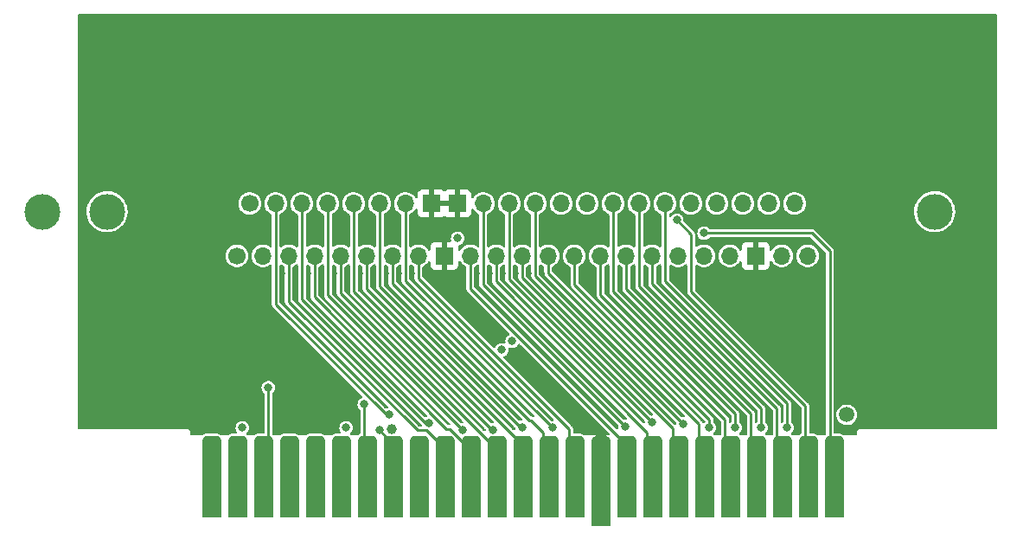
<source format=gbr>
%TF.GenerationSoftware,KiCad,Pcbnew,(6.0.6)*%
%TF.CreationDate,2022-12-16T03:55:13-05:00*%
%TF.ProjectId,SMS-to-GG,534d532d-746f-42d4-9747-2e6b69636164,rev?*%
%TF.SameCoordinates,Original*%
%TF.FileFunction,Copper,L1,Top*%
%TF.FilePolarity,Positive*%
%FSLAX46Y46*%
G04 Gerber Fmt 4.6, Leading zero omitted, Abs format (unit mm)*
G04 Created by KiCad (PCBNEW (6.0.6)) date 2022-12-16 03:55:13*
%MOMM*%
%LPD*%
G01*
G04 APERTURE LIST*
G04 Aperture macros list*
%AMFreePoly0*
4,1,17,-0.910000,3.545000,-0.901941,3.630258,-0.857113,3.757908,-0.776734,3.866734,-0.667908,3.947113,-0.540258,3.991941,-0.455000,4.000000,0.455000,4.000000,0.540258,3.991941,0.667908,3.947113,0.776734,3.866734,0.857113,3.757908,0.901941,3.630258,0.910000,3.545000,0.910000,-4.000000,-0.910000,-4.000000,-0.910000,3.545000,-0.910000,3.545000,$1*%
%AMFreePoly1*
4,1,17,-0.910000,3.945000,-0.901941,4.030258,-0.857113,4.157908,-0.776734,4.266734,-0.667908,4.347113,-0.540258,4.391941,-0.455000,4.400000,0.455000,4.400000,0.540258,4.391941,0.667908,4.347113,0.776734,4.266734,0.857113,4.157908,0.901941,4.030258,0.910000,3.945000,0.910000,-4.400000,-0.910000,-4.400000,-0.910000,3.945000,-0.910000,3.945000,$1*%
G04 Aperture macros list end*
%TA.AperFunction,WasherPad*%
%ADD10C,3.500000*%
%TD*%
%TA.AperFunction,ComponentPad*%
%ADD11C,1.700000*%
%TD*%
%TA.AperFunction,ComponentPad*%
%ADD12O,1.700000X1.700000*%
%TD*%
%TA.AperFunction,ComponentPad*%
%ADD13R,1.700000X1.700000*%
%TD*%
%TA.AperFunction,ConnectorPad*%
%ADD14FreePoly0,0.000000*%
%TD*%
%TA.AperFunction,ConnectorPad*%
%ADD15FreePoly1,0.000000*%
%TD*%
%TA.AperFunction,ViaPad*%
%ADD16C,0.500000*%
%TD*%
%TA.AperFunction,ViaPad*%
%ADD17C,1.500000*%
%TD*%
%TA.AperFunction,ViaPad*%
%ADD18C,0.800000*%
%TD*%
%TA.AperFunction,ViaPad*%
%ADD19C,1.000000*%
%TD*%
%TA.AperFunction,ViaPad*%
%ADD20C,0.600000*%
%TD*%
%TA.AperFunction,Conductor*%
%ADD21C,0.250000*%
%TD*%
%TA.AperFunction,Conductor*%
%ADD22C,1.000000*%
%TD*%
G04 APERTURE END LIST*
D10*
%TO.P,J2,*%
%TO.N,*%
X16483000Y-86293000D03*
X22833000Y-86293000D03*
X103859000Y-86293000D03*
D11*
%TO.P,J2,1,+34V*%
%TO.N,unconnected-(J2-Pad1)*%
X35533000Y-90611000D03*
%TO.P,J2,2,+5V*%
%TO.N,+5V*%
X36803000Y-85491000D03*
D12*
%TO.P,J2,3,Write*%
%TO.N,Write*%
X38073000Y-90611000D03*
%TO.P,J2,4,A12*%
%TO.N,A12*%
X39343000Y-85491000D03*
%TO.P,J2,5,A7*%
%TO.N,A7*%
X40613000Y-90611000D03*
%TO.P,J2,6,A6*%
%TO.N,A6*%
X41883000Y-85491000D03*
%TO.P,J2,7,A5*%
%TO.N,A5*%
X43153000Y-90611000D03*
%TO.P,J2,8,A4*%
%TO.N,A4*%
X44423000Y-85491000D03*
%TO.P,J2,9,A3*%
%TO.N,A3*%
X45693000Y-90611000D03*
%TO.P,J2,10,A2*%
%TO.N,A2*%
X46963000Y-85491000D03*
%TO.P,J2,11,A1*%
%TO.N,A1*%
X48233000Y-90611000D03*
%TO.P,J2,12,A0*%
%TO.N,A0*%
X49503000Y-85491000D03*
%TO.P,J2,13,D0*%
%TO.N,D0*%
X50773000Y-90611000D03*
%TO.P,J2,14,D1*%
%TO.N,D1*%
X52043000Y-85491000D03*
%TO.P,J2,15,D2*%
%TO.N,D2*%
X53313000Y-90611000D03*
D13*
%TO.P,J2,16,GND*%
%TO.N,GND*%
X54583000Y-85491000D03*
%TO.P,J2,17,GND*%
X55853000Y-90611000D03*
%TO.P,J2,18,GND*%
X57123000Y-85491000D03*
D12*
%TO.P,J2,19,D3*%
%TO.N,D3*%
X58393000Y-90611000D03*
%TO.P,J2,20,D4*%
%TO.N,D4*%
X59663000Y-85491000D03*
%TO.P,J2,21,D5*%
%TO.N,D5*%
X60933000Y-90611000D03*
%TO.P,J2,22,D6*%
%TO.N,D6*%
X62203000Y-85491000D03*
%TO.P,J2,23,D7*%
%TO.N,D7*%
X63473000Y-90611000D03*
%TO.P,J2,24,Enable*%
%TO.N,Enable*%
X64743000Y-85491000D03*
%TO.P,J2,25,A10*%
%TO.N,A10*%
X66013000Y-90611000D03*
%TO.P,J2,26,Read*%
%TO.N,Read*%
X67283000Y-85491000D03*
%TO.P,J2,27,M0-7*%
%TO.N,M0-7*%
X68553000Y-90611000D03*
%TO.P,J2,28,A15*%
%TO.N,A15*%
X69823000Y-85491000D03*
%TO.P,J2,29,A11*%
%TO.N,A11*%
X71093000Y-90611000D03*
%TO.P,J2,30,A9*%
%TO.N,A9*%
X72363000Y-85491000D03*
%TO.P,J2,31,A8*%
%TO.N,A8*%
X73633000Y-90611000D03*
%TO.P,J2,32,A13*%
%TO.N,A13*%
X74903000Y-85491000D03*
%TO.P,J2,33,A14*%
%TO.N,A14*%
X76173000Y-90611000D03*
%TO.P,J2,34,M8-B*%
%TO.N,M8-B*%
X77443000Y-85491000D03*
%TO.P,J2,35,+5V*%
%TO.N,+5V*%
X78713000Y-90611000D03*
%TO.P,J2,36,M1*%
%TO.N,M1*%
X79983000Y-85491000D03*
%TO.P,J2,37,IO_Request*%
%TO.N,IO_Request*%
X81253000Y-90611000D03*
%TO.P,J2,38,Refresh*%
%TO.N,Refresh*%
X82523000Y-85491000D03*
%TO.P,J2,39,Reset*%
%TO.N,Reset*%
X83793000Y-90611000D03*
%TO.P,J2,40,Clock*%
%TO.N,Clock*%
X85063000Y-85491000D03*
D13*
%TO.P,J2,41,GND*%
%TO.N,GND*%
X86333000Y-90611000D03*
D12*
%TO.P,J2,42,GG*%
%TO.N,unconnected-(J2-Pad42)*%
X87603000Y-85491000D03*
%TO.P,J2,43,TV_Enable*%
%TO.N,+5V*%
X88873000Y-90611000D03*
%TO.P,J2,44,TV_Audio_R*%
%TO.N,unconnected-(J2-Pad44)*%
X90143000Y-85491000D03*
%TO.P,J2,45,TV_Audio_L*%
%TO.N,unconnected-(J2-Pad45)*%
X91413000Y-90611000D03*
%TD*%
D14*
%TO.P,J1,2,Write*%
%TO.N,Write*%
X94037000Y-112268000D03*
%TO.P,J1,4,Read*%
%TO.N,Read*%
X91497000Y-112268000D03*
%TO.P,J1,6,A14*%
%TO.N,A14*%
X88957000Y-112268000D03*
%TO.P,J1,8,A8*%
%TO.N,A8*%
X86417000Y-112268000D03*
%TO.P,J1,10,A11*%
%TO.N,A11*%
X83877000Y-112268000D03*
%TO.P,J1,12,A10*%
%TO.N,A10*%
X81337000Y-112268000D03*
%TO.P,J1,14,D7*%
%TO.N,D7*%
X78797000Y-112268000D03*
%TO.P,J1,16,D5*%
%TO.N,D5*%
X76257000Y-112268000D03*
%TO.P,J1,18,D3*%
%TO.N,D3*%
X73717000Y-112268000D03*
D15*
%TO.P,J1,20,GND*%
%TO.N,GND*%
X71177000Y-112668000D03*
D14*
%TO.P,J1,22,D2*%
%TO.N,D2*%
X68637000Y-112268000D03*
%TO.P,J1,24,D0*%
%TO.N,D0*%
X66097000Y-112268000D03*
%TO.P,J1,26,A1*%
%TO.N,A1*%
X63557000Y-112268000D03*
%TO.P,J1,28,A3*%
%TO.N,A3*%
X61017000Y-112268000D03*
%TO.P,J1,30,A5*%
%TO.N,A5*%
X58477000Y-112268000D03*
%TO.P,J1,32,A7*%
%TO.N,A7*%
X55937000Y-112268000D03*
%TO.P,J1,34,CONT*%
%TO.N,unconnected-(J1-Pad34)*%
X53397000Y-112268000D03*
%TO.P,J1,36,A15*%
%TO.N,A15*%
X50857000Y-112268000D03*
%TO.P,J1,38,IO_Request*%
%TO.N,IO_Request*%
X48317000Y-112268000D03*
%TO.P,J1,40,Halt*%
%TO.N,unconnected-(J1-Pad40)*%
X45777000Y-112268000D03*
%TO.P,J1,42,Interrupt*%
%TO.N,unconnected-(J1-Pad42)*%
X43237000Y-112268000D03*
%TO.P,J1,44,Bus_Request*%
%TO.N,unconnected-(J1-Pad44)*%
X40697000Y-112268000D03*
%TO.P,J1,46,Reset*%
%TO.N,Reset*%
X38157000Y-112268000D03*
%TO.P,J1,48,Joystick_Read*%
%TO.N,unconnected-(J1-Pad48)*%
X35617000Y-112268000D03*
%TO.P,J1,50,NMI*%
%TO.N,unconnected-(J1-Pad50)*%
X33077000Y-112268000D03*
%TD*%
D16*
%TO.N,GND*%
X81915000Y-92710000D03*
X80645000Y-92710000D03*
X95885000Y-107823000D03*
X31369000Y-107823000D03*
D17*
X42926000Y-104267000D03*
X89972440Y-81661000D03*
X82408885Y-81661000D03*
X74845330Y-81661000D03*
X67281775Y-81661000D03*
X59718220Y-81661000D03*
X52154665Y-81661000D03*
X44591110Y-81661000D03*
X37027555Y-81661000D03*
D18*
X65532000Y-102997000D03*
X58674000Y-96012000D03*
X62738000Y-100203000D03*
D16*
X40005000Y-92329000D03*
X41275000Y-92329000D03*
X42545000Y-92329000D03*
X43815000Y-92329000D03*
X45085000Y-92329000D03*
X46355000Y-92329000D03*
X47625000Y-92329000D03*
X48895000Y-92329000D03*
X50165000Y-92329000D03*
X51435000Y-92329000D03*
X52705000Y-92329000D03*
X62865000Y-92329000D03*
X61595000Y-92329000D03*
X60325000Y-92329000D03*
X59055000Y-92329000D03*
X78105000Y-92710000D03*
X76835000Y-92710000D03*
X75565000Y-92710000D03*
X74295000Y-92710000D03*
X73025000Y-92710000D03*
X71755000Y-92710000D03*
X65405000Y-92329000D03*
X64135000Y-92329000D03*
D18*
%TO.N,IO_Request*%
X48006000Y-105156000D03*
%TO.N,A15*%
X57150000Y-88900000D03*
X49492500Y-107696000D03*
%TO.N,Clock*%
X36068000Y-107442000D03*
%TO.N,Refresh*%
X62484000Y-98966547D03*
%TO.N,IO_Request*%
X61468000Y-99822000D03*
D17*
%TO.N,GND*%
X97536000Y-87884000D03*
X97536000Y-81661000D03*
X97536000Y-106172000D03*
X97536000Y-93980000D03*
X97536000Y-100076000D03*
D18*
%TO.N,Write*%
X81280000Y-88392000D03*
D17*
%TO.N,GND*%
X69342000Y-106934000D03*
D18*
%TO.N,Read*%
X78613000Y-87122000D03*
%TO.N,Refresh*%
X46228000Y-107442000D03*
%TO.N,M8-B*%
X89408000Y-107442000D03*
%TO.N,A13*%
X86868000Y-107442000D03*
%TO.N,A9*%
X84328000Y-107442000D03*
%TO.N,M0-7*%
X81788000Y-107442000D03*
%TO.N,Enable*%
X79248000Y-107061000D03*
%TO.N,D6*%
X76200000Y-106934000D03*
%TO.N,D4*%
X73533000Y-107315000D03*
D19*
%TO.N,+5V*%
X50703461Y-107568500D03*
D18*
%TO.N,D1*%
X66421000Y-107442000D03*
%TO.N,A0*%
X63445452Y-107369549D03*
%TO.N,A2*%
X60579000Y-107668500D03*
%TO.N,A4*%
X57658000Y-107668500D03*
%TO.N,A12*%
X50419000Y-106172000D03*
%TO.N,A6*%
X54356000Y-106971500D03*
%TO.N,Reset*%
X38608000Y-103505000D03*
D17*
%TO.N,+5V*%
X95250000Y-106172000D03*
%TO.N,GND*%
X29464000Y-81661000D03*
X29464000Y-87757000D03*
X29464000Y-106045000D03*
X29464000Y-93853000D03*
X29464000Y-99949000D03*
D20*
X34036000Y-106680000D03*
%TD*%
D21*
%TO.N,Write*%
X91821000Y-88392000D02*
X93599000Y-90170000D01*
X81280000Y-88392000D02*
X91821000Y-88392000D01*
X93599000Y-90170000D02*
X93599000Y-111830000D01*
X93599000Y-111830000D02*
X94037000Y-112268000D01*
%TO.N,A9*%
X84328000Y-107442000D02*
X84328000Y-106045000D01*
X72390000Y-85518000D02*
X72363000Y-85491000D01*
X84328000Y-106045000D02*
X72390000Y-94107000D01*
X72390000Y-94107000D02*
X72390000Y-85518000D01*
D22*
%TO.N,GND*%
X71177000Y-108007000D02*
X71177000Y-112668000D01*
X69342000Y-106934000D02*
X70104000Y-106934000D01*
X70104000Y-106934000D02*
X71177000Y-108007000D01*
D21*
%TO.N,A7*%
X53213000Y-107696000D02*
X40613000Y-95096000D01*
X55372000Y-111703000D02*
X55372000Y-108966000D01*
X55372000Y-108966000D02*
X54102000Y-107696000D01*
X40613000Y-95096000D02*
X40613000Y-90611000D01*
X55937000Y-112268000D02*
X55372000Y-111703000D01*
X54102000Y-107696000D02*
X53213000Y-107696000D01*
%TO.N,A6*%
X54012500Y-106971500D02*
X41910000Y-94869000D01*
X41910000Y-85518000D02*
X41883000Y-85491000D01*
X41910000Y-94869000D02*
X41910000Y-85518000D01*
X54356000Y-106971500D02*
X54012500Y-106971500D01*
%TO.N,D1*%
X66421000Y-107442000D02*
X52043000Y-93064000D01*
X52043000Y-93064000D02*
X52043000Y-85491000D01*
%TO.N,A2*%
X46990000Y-85518000D02*
X46963000Y-85491000D01*
X46990000Y-94107000D02*
X46990000Y-85518000D01*
X60551500Y-107668500D02*
X46990000Y-94107000D01*
X60579000Y-107668500D02*
X60551500Y-107668500D01*
%TO.N,A3*%
X45693000Y-94270500D02*
X45693000Y-90611000D01*
X60452000Y-109029500D02*
X45693000Y-94270500D01*
X60452000Y-111703000D02*
X60452000Y-109029500D01*
X61017000Y-112268000D02*
X60452000Y-111703000D01*
%TO.N,A1*%
X62992000Y-108585000D02*
X48233000Y-93826000D01*
X62992000Y-111703000D02*
X62992000Y-108585000D01*
X63557000Y-112268000D02*
X62992000Y-111703000D01*
X48233000Y-93826000D02*
X48233000Y-90611000D01*
%TO.N,A5*%
X56070500Y-107569000D02*
X43153000Y-94651500D01*
X56388000Y-107569000D02*
X56070500Y-107569000D01*
X57912000Y-109093000D02*
X56388000Y-107569000D01*
X57912000Y-111703000D02*
X57912000Y-109093000D01*
X43153000Y-94651500D02*
X43153000Y-90611000D01*
X58477000Y-112268000D02*
X57912000Y-111703000D01*
%TO.N,A4*%
X44450000Y-85518000D02*
X44423000Y-85491000D01*
X44450000Y-94488000D02*
X44450000Y-85518000D01*
X57630500Y-107668500D02*
X44450000Y-94488000D01*
X57658000Y-107668500D02*
X57630500Y-107668500D01*
%TO.N,A12*%
X39343000Y-95350000D02*
X39343000Y-85491000D01*
X50419000Y-106172000D02*
X50165000Y-106172000D01*
X50165000Y-106172000D02*
X39343000Y-95350000D01*
%TO.N,A15*%
X50038000Y-108241500D02*
X50038000Y-111449000D01*
X49492500Y-107696000D02*
X50038000Y-108241500D01*
X50038000Y-111449000D02*
X50857000Y-112268000D01*
%TO.N,Reset*%
X38608000Y-103505000D02*
X38608000Y-111817000D01*
X38608000Y-111817000D02*
X38157000Y-112268000D01*
%TO.N,A0*%
X49530000Y-93597604D02*
X49530000Y-85518000D01*
X49530000Y-85518000D02*
X49503000Y-85491000D01*
X63445452Y-107369549D02*
X63301945Y-107369549D01*
X63301945Y-107369549D02*
X49530000Y-93597604D01*
%TO.N,D0*%
X64172000Y-106717000D02*
X50773000Y-93318000D01*
X65532000Y-107940695D02*
X64308305Y-106717000D01*
X64308305Y-106717000D02*
X64172000Y-106717000D01*
X65532000Y-111703000D02*
X65532000Y-107940695D01*
X50773000Y-93318000D02*
X50773000Y-90611000D01*
X66097000Y-112268000D02*
X65532000Y-111703000D01*
%TO.N,Read*%
X91186000Y-105283000D02*
X91186000Y-111957000D01*
X80010000Y-94107000D02*
X91186000Y-105283000D01*
X91186000Y-111957000D02*
X91497000Y-112268000D01*
X80010000Y-88519000D02*
X80010000Y-94107000D01*
X78613000Y-87122000D02*
X80010000Y-88519000D01*
%TO.N,M8-B*%
X77470000Y-85518000D02*
X77443000Y-85491000D01*
X77470000Y-93091000D02*
X77470000Y-85518000D01*
X89408000Y-107442000D02*
X89408000Y-105029000D01*
X89408000Y-105029000D02*
X77470000Y-93091000D01*
%TO.N,A14*%
X76200000Y-90638000D02*
X76173000Y-90611000D01*
X88392000Y-105537000D02*
X76200000Y-93345000D01*
X76200000Y-93345000D02*
X76200000Y-90638000D01*
X88392000Y-111703000D02*
X88392000Y-105537000D01*
X88957000Y-112268000D02*
X88392000Y-111703000D01*
%TO.N,A13*%
X74930000Y-85518000D02*
X74903000Y-85491000D01*
X86868000Y-105537000D02*
X74930000Y-93599000D01*
X86868000Y-107442000D02*
X86868000Y-105537000D01*
X74930000Y-93599000D02*
X74930000Y-85518000D01*
%TO.N,A8*%
X73660000Y-93853000D02*
X73660000Y-90638000D01*
X85852000Y-106045000D02*
X73660000Y-93853000D01*
X73660000Y-90638000D02*
X73633000Y-90611000D01*
X85852000Y-111703000D02*
X85852000Y-106045000D01*
X86417000Y-112268000D02*
X85852000Y-111703000D01*
%TO.N,A11*%
X71120000Y-90638000D02*
X71093000Y-90611000D01*
X83312000Y-106600625D02*
X71120000Y-94408625D01*
X71120000Y-94408625D02*
X71120000Y-90638000D01*
X83312000Y-111703000D02*
X83312000Y-106600625D01*
X83877000Y-112268000D02*
X83312000Y-111703000D01*
%TO.N,A10*%
X66013000Y-92302000D02*
X66013000Y-90611000D01*
X80772000Y-107061000D02*
X66013000Y-92302000D01*
X80772000Y-111703000D02*
X80772000Y-107061000D01*
X81337000Y-112268000D02*
X80772000Y-111703000D01*
%TO.N,Enable*%
X64743000Y-92587750D02*
X64743000Y-85491000D01*
X79248000Y-107061000D02*
X79216250Y-107061000D01*
X79216250Y-107061000D02*
X64743000Y-92587750D01*
%TO.N,D7*%
X78232000Y-107521375D02*
X63473000Y-92762375D01*
X78232000Y-111703000D02*
X78232000Y-107521375D01*
X63473000Y-92762375D02*
X63473000Y-90611000D01*
X78797000Y-112268000D02*
X78232000Y-111703000D01*
%TO.N,D6*%
X62203000Y-92937000D02*
X62203000Y-85491000D01*
X76200000Y-106934000D02*
X62203000Y-92937000D01*
%TO.N,D5*%
X75692000Y-107886500D02*
X60933000Y-93127500D01*
X60933000Y-93127500D02*
X60933000Y-90611000D01*
X76257000Y-112268000D02*
X75692000Y-111703000D01*
X75692000Y-111703000D02*
X75692000Y-107886500D01*
%TO.N,D4*%
X59663000Y-93445000D02*
X59663000Y-85491000D01*
X73533000Y-107315000D02*
X59663000Y-93445000D01*
%TO.N,D3*%
X58393000Y-93826000D02*
X58393000Y-90611000D01*
X73152000Y-108585000D02*
X58393000Y-93826000D01*
X73152000Y-111703000D02*
X73152000Y-108585000D01*
X73717000Y-112268000D02*
X73152000Y-111703000D01*
%TO.N,M0-7*%
X68580000Y-93408500D02*
X68580000Y-90638000D01*
X68580000Y-90638000D02*
X68553000Y-90611000D01*
X81788000Y-106616500D02*
X68580000Y-93408500D01*
X81788000Y-107442000D02*
X81788000Y-106616500D01*
%TO.N,IO_Request*%
X48006000Y-111957000D02*
X48006000Y-105156000D01*
X48317000Y-112268000D02*
X48006000Y-111957000D01*
%TO.N,D2*%
X53313000Y-92810000D02*
X53313000Y-90611000D01*
X68072000Y-107569000D02*
X53313000Y-92810000D01*
X68072000Y-111703000D02*
X68072000Y-107569000D01*
X68637000Y-112268000D02*
X68072000Y-111703000D01*
%TD*%
%TA.AperFunction,Conductor*%
%TO.N,GND*%
G36*
X109923621Y-66949502D02*
G01*
X109970114Y-67003158D01*
X109981500Y-67055500D01*
X109981500Y-107442500D01*
X109961498Y-107510621D01*
X109907842Y-107557114D01*
X109855500Y-107568500D01*
X96557476Y-107568500D01*
X96532897Y-107566079D01*
X96520000Y-107563514D01*
X96507828Y-107565935D01*
X96494933Y-107568500D01*
X96420699Y-107583266D01*
X96336516Y-107639516D01*
X96329623Y-107649832D01*
X96287897Y-107712279D01*
X96280266Y-107723699D01*
X96269111Y-107779785D01*
X96267574Y-107787511D01*
X96267572Y-107787514D01*
X96267573Y-107787514D01*
X96265407Y-107798405D01*
X96260514Y-107823000D01*
X96262935Y-107835170D01*
X96263079Y-107835894D01*
X96265500Y-107860476D01*
X96265500Y-108078000D01*
X96245498Y-108146121D01*
X96191842Y-108192614D01*
X96139500Y-108204000D01*
X95028623Y-108204000D01*
X94960502Y-108183998D01*
X94939528Y-108167095D01*
X94933002Y-108160569D01*
X94809718Y-108085905D01*
X94792610Y-108075544D01*
X94792609Y-108075544D01*
X94786114Y-108071610D01*
X94778867Y-108069339D01*
X94778865Y-108069338D01*
X94697034Y-108043694D01*
X94622246Y-108020257D01*
X94548711Y-108013500D01*
X94535891Y-108013500D01*
X94104499Y-108013501D01*
X94036379Y-107993499D01*
X93989886Y-107939844D01*
X93978500Y-107887501D01*
X93978500Y-106157907D01*
X94240738Y-106157907D01*
X94241254Y-106164051D01*
X94256372Y-106344084D01*
X94257222Y-106354209D01*
X94276211Y-106420430D01*
X94304651Y-106519611D01*
X94311521Y-106543570D01*
X94338131Y-106595348D01*
X94398618Y-106713042D01*
X94401566Y-106718779D01*
X94405389Y-106723603D01*
X94405392Y-106723607D01*
X94503128Y-106846918D01*
X94523927Y-106873160D01*
X94528620Y-106877154D01*
X94528621Y-106877155D01*
X94664321Y-106992644D01*
X94673945Y-107000835D01*
X94679323Y-107003841D01*
X94679325Y-107003842D01*
X94834825Y-107090748D01*
X94845904Y-107096940D01*
X95033255Y-107157814D01*
X95228862Y-107181139D01*
X95234997Y-107180667D01*
X95234999Y-107180667D01*
X95299769Y-107175683D01*
X95425274Y-107166026D01*
X95615009Y-107113050D01*
X95620513Y-107110270D01*
X95785341Y-107027010D01*
X95785343Y-107027009D01*
X95790842Y-107024231D01*
X95946074Y-106902950D01*
X95950100Y-106898286D01*
X95950103Y-106898283D01*
X96070764Y-106758496D01*
X96070765Y-106758494D01*
X96074793Y-106753828D01*
X96172096Y-106582544D01*
X96234277Y-106395622D01*
X96258966Y-106200183D01*
X96259360Y-106172000D01*
X96240137Y-105975948D01*
X96183200Y-105787363D01*
X96146731Y-105718775D01*
X96093611Y-105618871D01*
X96093609Y-105618868D01*
X96090717Y-105613429D01*
X95966212Y-105460770D01*
X95853187Y-105367268D01*
X95819177Y-105339132D01*
X95819174Y-105339130D01*
X95814427Y-105335203D01*
X95641143Y-105241508D01*
X95452960Y-105183256D01*
X95446835Y-105182612D01*
X95446834Y-105182612D01*
X95263176Y-105163309D01*
X95263174Y-105163309D01*
X95257047Y-105162665D01*
X95175018Y-105170130D01*
X95067004Y-105179960D01*
X95067001Y-105179961D01*
X95060865Y-105180519D01*
X95054959Y-105182257D01*
X95054955Y-105182258D01*
X94955257Y-105211601D01*
X94871887Y-105236138D01*
X94866427Y-105238992D01*
X94866428Y-105238992D01*
X94702772Y-105324549D01*
X94702768Y-105324552D01*
X94697312Y-105327404D01*
X94692512Y-105331264D01*
X94692511Y-105331264D01*
X94557269Y-105440001D01*
X94543788Y-105450840D01*
X94417163Y-105601745D01*
X94410740Y-105613429D01*
X94335259Y-105750730D01*
X94322262Y-105774371D01*
X94320398Y-105780246D01*
X94320397Y-105780249D01*
X94309193Y-105815569D01*
X94262697Y-105962142D01*
X94240738Y-106157907D01*
X93978500Y-106157907D01*
X93978500Y-90223925D01*
X93981050Y-90199967D01*
X93981128Y-90198308D01*
X93983321Y-90188124D01*
X93982097Y-90177782D01*
X93982097Y-90177779D01*
X93979374Y-90154779D01*
X93979024Y-90148848D01*
X93978928Y-90148856D01*
X93978500Y-90143680D01*
X93978500Y-90138476D01*
X93975327Y-90119412D01*
X93974496Y-90113566D01*
X93969694Y-90073001D01*
X93968470Y-90062659D01*
X93964507Y-90054407D01*
X93963004Y-90045374D01*
X93938665Y-90000266D01*
X93935969Y-89994975D01*
X93917215Y-89955919D01*
X93917214Y-89955918D01*
X93913781Y-89948768D01*
X93910187Y-89944493D01*
X93908262Y-89942568D01*
X93906491Y-89940638D01*
X93906445Y-89940553D01*
X93906568Y-89940441D01*
X93906096Y-89939906D01*
X93903010Y-89934186D01*
X93863413Y-89897583D01*
X93859848Y-89894154D01*
X92127478Y-88161784D01*
X92112336Y-88143036D01*
X92111221Y-88141811D01*
X92105571Y-88133060D01*
X92097393Y-88126613D01*
X92097391Y-88126611D01*
X92079200Y-88112271D01*
X92074759Y-88108325D01*
X92074697Y-88108398D01*
X92070733Y-88105039D01*
X92067056Y-88101362D01*
X92051308Y-88090108D01*
X92046638Y-88086602D01*
X92006353Y-88054844D01*
X91997719Y-88051812D01*
X91990266Y-88046486D01*
X91941150Y-88031797D01*
X91935508Y-88029964D01*
X91894633Y-88015610D01*
X91894632Y-88015610D01*
X91887149Y-88012982D01*
X91881584Y-88012500D01*
X91878876Y-88012500D01*
X91876242Y-88012386D01*
X91876144Y-88012357D01*
X91876151Y-88012193D01*
X91875447Y-88012149D01*
X91869222Y-88010287D01*
X91815365Y-88012403D01*
X91810418Y-88012500D01*
X81879682Y-88012500D01*
X81811561Y-87992498D01*
X81785114Y-87966860D01*
X81783878Y-87967949D01*
X81778855Y-87962251D01*
X81774553Y-87955992D01*
X81753428Y-87937170D01*
X81729940Y-87916244D01*
X81656275Y-87850611D01*
X81648889Y-87846700D01*
X81522988Y-87780039D01*
X81522989Y-87780039D01*
X81516274Y-87776484D01*
X81362633Y-87737892D01*
X81355034Y-87737852D01*
X81355033Y-87737852D01*
X81289181Y-87737507D01*
X81204221Y-87737062D01*
X81196841Y-87738834D01*
X81196839Y-87738834D01*
X81057563Y-87772271D01*
X81057560Y-87772272D01*
X81050184Y-87774043D01*
X80909414Y-87846700D01*
X80790039Y-87950838D01*
X80698950Y-88080444D01*
X80670935Y-88152300D01*
X80668101Y-88159569D01*
X80641406Y-88228037D01*
X80640414Y-88235570D01*
X80640414Y-88235571D01*
X80636273Y-88267024D01*
X80625450Y-88349240D01*
X80620941Y-88383487D01*
X80592219Y-88448414D01*
X80572523Y-88461406D01*
X80616811Y-88494416D01*
X80637738Y-88539153D01*
X80638113Y-88542553D01*
X80640723Y-88549684D01*
X80640723Y-88549686D01*
X80657140Y-88594546D01*
X80692553Y-88691319D01*
X80696789Y-88697622D01*
X80696789Y-88697623D01*
X80771232Y-88808405D01*
X80780908Y-88822805D01*
X80786527Y-88827918D01*
X80786528Y-88827919D01*
X80885407Y-88917891D01*
X80898076Y-88929419D01*
X81037293Y-89005008D01*
X81190522Y-89045207D01*
X81274477Y-89046526D01*
X81341319Y-89047576D01*
X81341322Y-89047576D01*
X81348916Y-89047695D01*
X81503332Y-89012329D01*
X81573742Y-88976917D01*
X81638072Y-88944563D01*
X81638075Y-88944561D01*
X81644855Y-88941151D01*
X81650626Y-88936222D01*
X81650629Y-88936220D01*
X81759542Y-88843199D01*
X81759543Y-88843198D01*
X81765314Y-88838269D01*
X81775586Y-88823974D01*
X81831581Y-88780326D01*
X81877909Y-88771500D01*
X91611616Y-88771500D01*
X91679737Y-88791502D01*
X91700711Y-88808405D01*
X93182595Y-90290289D01*
X93216621Y-90352601D01*
X93219500Y-90379384D01*
X93219500Y-108042029D01*
X93199498Y-108110150D01*
X93158771Y-108149805D01*
X93140998Y-108160569D01*
X93134472Y-108167095D01*
X93133427Y-108167666D01*
X93129653Y-108170625D01*
X93129160Y-108169996D01*
X93072160Y-108201121D01*
X93045377Y-108204000D01*
X92488623Y-108204000D01*
X92420502Y-108183998D01*
X92399528Y-108167095D01*
X92393002Y-108160569D01*
X92269718Y-108085905D01*
X92252610Y-108075544D01*
X92252609Y-108075544D01*
X92246114Y-108071610D01*
X92238867Y-108069339D01*
X92238865Y-108069338D01*
X92157034Y-108043694D01*
X92082246Y-108020257D01*
X92008711Y-108013500D01*
X91691500Y-108013500D01*
X91623379Y-107993498D01*
X91576886Y-107939842D01*
X91565500Y-107887500D01*
X91565500Y-105336920D01*
X91568049Y-105312972D01*
X91568128Y-105311307D01*
X91570320Y-105301124D01*
X91566373Y-105267777D01*
X91566023Y-105261846D01*
X91565928Y-105261854D01*
X91565500Y-105256676D01*
X91565500Y-105251476D01*
X91564646Y-105246344D01*
X91562331Y-105232435D01*
X91561494Y-105226557D01*
X91556694Y-105185999D01*
X91556694Y-105185998D01*
X91555470Y-105175659D01*
X91551507Y-105167407D01*
X91550004Y-105158374D01*
X91540935Y-105141565D01*
X91525666Y-105113268D01*
X91522969Y-105107975D01*
X91504213Y-105068913D01*
X91504209Y-105068907D01*
X91500781Y-105061768D01*
X91497187Y-105057492D01*
X91495248Y-105055553D01*
X91493492Y-105053638D01*
X91493445Y-105053552D01*
X91493567Y-105053439D01*
X91493095Y-105052904D01*
X91490010Y-105047186D01*
X91450426Y-105010595D01*
X91446861Y-105007166D01*
X80426405Y-93986711D01*
X80392379Y-93924399D01*
X80389500Y-93897616D01*
X80389500Y-91598222D01*
X80409502Y-91530101D01*
X80463158Y-91483608D01*
X80533432Y-91473504D01*
X80585501Y-91493457D01*
X80723720Y-91585812D01*
X80729023Y-91588090D01*
X80729026Y-91588092D01*
X80904921Y-91663662D01*
X80910228Y-91665942D01*
X80983244Y-91682464D01*
X81102579Y-91709467D01*
X81102584Y-91709468D01*
X81108216Y-91710742D01*
X81113987Y-91710969D01*
X81113989Y-91710969D01*
X81173756Y-91713317D01*
X81311053Y-91718712D01*
X81411499Y-91704148D01*
X81506231Y-91690413D01*
X81506236Y-91690412D01*
X81511945Y-91689584D01*
X81517409Y-91687729D01*
X81517414Y-91687728D01*
X81698693Y-91626192D01*
X81698698Y-91626190D01*
X81704165Y-91624334D01*
X81881276Y-91525147D01*
X81885723Y-91521449D01*
X82032913Y-91399031D01*
X82037345Y-91395345D01*
X82114112Y-91303043D01*
X82163453Y-91243718D01*
X82163455Y-91243715D01*
X82167147Y-91239276D01*
X82266334Y-91062165D01*
X82268190Y-91056698D01*
X82268192Y-91056693D01*
X82329728Y-90875414D01*
X82329729Y-90875409D01*
X82331584Y-90869945D01*
X82332412Y-90864236D01*
X82332413Y-90864231D01*
X82360179Y-90672727D01*
X82360712Y-90669053D01*
X82362232Y-90611000D01*
X82359564Y-90581964D01*
X82684148Y-90581964D01*
X82697424Y-90784522D01*
X82698845Y-90790118D01*
X82698846Y-90790123D01*
X82719119Y-90869945D01*
X82747392Y-90981269D01*
X82749809Y-90986512D01*
X82787010Y-91067208D01*
X82832377Y-91165616D01*
X82949533Y-91331389D01*
X83094938Y-91473035D01*
X83099742Y-91476245D01*
X83149917Y-91509771D01*
X83263720Y-91585812D01*
X83269023Y-91588090D01*
X83269026Y-91588092D01*
X83444921Y-91663662D01*
X83450228Y-91665942D01*
X83523244Y-91682464D01*
X83642579Y-91709467D01*
X83642584Y-91709468D01*
X83648216Y-91710742D01*
X83653987Y-91710969D01*
X83653989Y-91710969D01*
X83713756Y-91713317D01*
X83851053Y-91718712D01*
X83951499Y-91704148D01*
X84046231Y-91690413D01*
X84046236Y-91690412D01*
X84051945Y-91689584D01*
X84057409Y-91687729D01*
X84057414Y-91687728D01*
X84238693Y-91626192D01*
X84238698Y-91626190D01*
X84244165Y-91624334D01*
X84421276Y-91525147D01*
X84425723Y-91521449D01*
X84572913Y-91399031D01*
X84577345Y-91395345D01*
X84654112Y-91303043D01*
X84703453Y-91243718D01*
X84703455Y-91243715D01*
X84707147Y-91239276D01*
X84709969Y-91234236D01*
X84709973Y-91234231D01*
X84739067Y-91182279D01*
X84789804Y-91132617D01*
X84859335Y-91118270D01*
X84925586Y-91143791D01*
X84967522Y-91201080D01*
X84975001Y-91243845D01*
X84975001Y-91505669D01*
X84975371Y-91512490D01*
X84980895Y-91563352D01*
X84984521Y-91578604D01*
X85029676Y-91699054D01*
X85038214Y-91714649D01*
X85114715Y-91816724D01*
X85127276Y-91829285D01*
X85229351Y-91905786D01*
X85244946Y-91914324D01*
X85365394Y-91959478D01*
X85380649Y-91963105D01*
X85431514Y-91968631D01*
X85438328Y-91969000D01*
X86060885Y-91969000D01*
X86076124Y-91964525D01*
X86077329Y-91963135D01*
X86079000Y-91955452D01*
X86079000Y-91950884D01*
X86587000Y-91950884D01*
X86591475Y-91966123D01*
X86592865Y-91967328D01*
X86600548Y-91968999D01*
X87227669Y-91968999D01*
X87234490Y-91968629D01*
X87285352Y-91963105D01*
X87300604Y-91959479D01*
X87421054Y-91914324D01*
X87436649Y-91905786D01*
X87538724Y-91829285D01*
X87551285Y-91816724D01*
X87627786Y-91714649D01*
X87636324Y-91699054D01*
X87681478Y-91578606D01*
X87685105Y-91563351D01*
X87690631Y-91512486D01*
X87691000Y-91505672D01*
X87691000Y-91248976D01*
X87711002Y-91180855D01*
X87764658Y-91134362D01*
X87834932Y-91124258D01*
X87899512Y-91153752D01*
X87919895Y-91176254D01*
X88029533Y-91331389D01*
X88174938Y-91473035D01*
X88179742Y-91476245D01*
X88229917Y-91509771D01*
X88343720Y-91585812D01*
X88349023Y-91588090D01*
X88349026Y-91588092D01*
X88524921Y-91663662D01*
X88530228Y-91665942D01*
X88603244Y-91682464D01*
X88722579Y-91709467D01*
X88722584Y-91709468D01*
X88728216Y-91710742D01*
X88733987Y-91710969D01*
X88733989Y-91710969D01*
X88793756Y-91713317D01*
X88931053Y-91718712D01*
X89031499Y-91704148D01*
X89126231Y-91690413D01*
X89126236Y-91690412D01*
X89131945Y-91689584D01*
X89137409Y-91687729D01*
X89137414Y-91687728D01*
X89318693Y-91626192D01*
X89318698Y-91626190D01*
X89324165Y-91624334D01*
X89501276Y-91525147D01*
X89505723Y-91521449D01*
X89652913Y-91399031D01*
X89657345Y-91395345D01*
X89734112Y-91303043D01*
X89783453Y-91243718D01*
X89783455Y-91243715D01*
X89787147Y-91239276D01*
X89886334Y-91062165D01*
X89888190Y-91056698D01*
X89888192Y-91056693D01*
X89949728Y-90875414D01*
X89949729Y-90875409D01*
X89951584Y-90869945D01*
X89952412Y-90864236D01*
X89952413Y-90864231D01*
X89980179Y-90672727D01*
X89980712Y-90669053D01*
X89982232Y-90611000D01*
X89979564Y-90581964D01*
X90304148Y-90581964D01*
X90317424Y-90784522D01*
X90318845Y-90790118D01*
X90318846Y-90790123D01*
X90339119Y-90869945D01*
X90367392Y-90981269D01*
X90369809Y-90986512D01*
X90407010Y-91067208D01*
X90452377Y-91165616D01*
X90569533Y-91331389D01*
X90714938Y-91473035D01*
X90719742Y-91476245D01*
X90769917Y-91509771D01*
X90883720Y-91585812D01*
X90889023Y-91588090D01*
X90889026Y-91588092D01*
X91064921Y-91663662D01*
X91070228Y-91665942D01*
X91143244Y-91682464D01*
X91262579Y-91709467D01*
X91262584Y-91709468D01*
X91268216Y-91710742D01*
X91273987Y-91710969D01*
X91273989Y-91710969D01*
X91333756Y-91713317D01*
X91471053Y-91718712D01*
X91571499Y-91704148D01*
X91666231Y-91690413D01*
X91666236Y-91690412D01*
X91671945Y-91689584D01*
X91677409Y-91687729D01*
X91677414Y-91687728D01*
X91858693Y-91626192D01*
X91858698Y-91626190D01*
X91864165Y-91624334D01*
X92041276Y-91525147D01*
X92045723Y-91521449D01*
X92192913Y-91399031D01*
X92197345Y-91395345D01*
X92274112Y-91303043D01*
X92323453Y-91243718D01*
X92323455Y-91243715D01*
X92327147Y-91239276D01*
X92426334Y-91062165D01*
X92428190Y-91056698D01*
X92428192Y-91056693D01*
X92489728Y-90875414D01*
X92489729Y-90875409D01*
X92491584Y-90869945D01*
X92492412Y-90864236D01*
X92492413Y-90864231D01*
X92520179Y-90672727D01*
X92520712Y-90669053D01*
X92522232Y-90611000D01*
X92503658Y-90408859D01*
X92502090Y-90403299D01*
X92450125Y-90219046D01*
X92450124Y-90219044D01*
X92448557Y-90213487D01*
X92437978Y-90192033D01*
X92361331Y-90036609D01*
X92358776Y-90031428D01*
X92333554Y-89997651D01*
X92284703Y-89932232D01*
X92237320Y-89868779D01*
X92088258Y-89730987D01*
X92083375Y-89727906D01*
X92083371Y-89727903D01*
X91921464Y-89625748D01*
X91916581Y-89622667D01*
X91728039Y-89547446D01*
X91722379Y-89546320D01*
X91722375Y-89546319D01*
X91534613Y-89508971D01*
X91534610Y-89508971D01*
X91528946Y-89507844D01*
X91523171Y-89507768D01*
X91523167Y-89507768D01*
X91421793Y-89506441D01*
X91325971Y-89505187D01*
X91320274Y-89506166D01*
X91320273Y-89506166D01*
X91237850Y-89520329D01*
X91125910Y-89539564D01*
X90935463Y-89609824D01*
X90761010Y-89713612D01*
X90756670Y-89717418D01*
X90756666Y-89717421D01*
X90708824Y-89759378D01*
X90608392Y-89847455D01*
X90482720Y-90006869D01*
X90480031Y-90011980D01*
X90480029Y-90011983D01*
X90451407Y-90066384D01*
X90388203Y-90186515D01*
X90328007Y-90380378D01*
X90304148Y-90581964D01*
X89979564Y-90581964D01*
X89963658Y-90408859D01*
X89962090Y-90403299D01*
X89910125Y-90219046D01*
X89910124Y-90219044D01*
X89908557Y-90213487D01*
X89897978Y-90192033D01*
X89821331Y-90036609D01*
X89818776Y-90031428D01*
X89793554Y-89997651D01*
X89744703Y-89932232D01*
X89697320Y-89868779D01*
X89548258Y-89730987D01*
X89543375Y-89727906D01*
X89543371Y-89727903D01*
X89381464Y-89625748D01*
X89376581Y-89622667D01*
X89188039Y-89547446D01*
X89182379Y-89546320D01*
X89182375Y-89546319D01*
X88994613Y-89508971D01*
X88994610Y-89508971D01*
X88988946Y-89507844D01*
X88983171Y-89507768D01*
X88983167Y-89507768D01*
X88881793Y-89506441D01*
X88785971Y-89505187D01*
X88780274Y-89506166D01*
X88780273Y-89506166D01*
X88697850Y-89520329D01*
X88585910Y-89539564D01*
X88395463Y-89609824D01*
X88221010Y-89713612D01*
X88216670Y-89717418D01*
X88216666Y-89717421D01*
X88168824Y-89759378D01*
X88068392Y-89847455D01*
X87942720Y-90006869D01*
X87940031Y-90011980D01*
X87940029Y-90011983D01*
X87928507Y-90033883D01*
X87879087Y-90084856D01*
X87809955Y-90101018D01*
X87743059Y-90077239D01*
X87699638Y-90021068D01*
X87690999Y-89975215D01*
X87690999Y-89716331D01*
X87690629Y-89709510D01*
X87685105Y-89658648D01*
X87681479Y-89643396D01*
X87636324Y-89522946D01*
X87627786Y-89507351D01*
X87551285Y-89405276D01*
X87538724Y-89392715D01*
X87436649Y-89316214D01*
X87421054Y-89307676D01*
X87300606Y-89262522D01*
X87285351Y-89258895D01*
X87234486Y-89253369D01*
X87227672Y-89253000D01*
X86605115Y-89253000D01*
X86589876Y-89257475D01*
X86588671Y-89258865D01*
X86587000Y-89266548D01*
X86587000Y-91950884D01*
X86079000Y-91950884D01*
X86079000Y-89271116D01*
X86074525Y-89255877D01*
X86073135Y-89254672D01*
X86065452Y-89253001D01*
X85438331Y-89253001D01*
X85431510Y-89253371D01*
X85380648Y-89258895D01*
X85365396Y-89262521D01*
X85244946Y-89307676D01*
X85229351Y-89316214D01*
X85127276Y-89392715D01*
X85114715Y-89405276D01*
X85038214Y-89507351D01*
X85029676Y-89522946D01*
X84984522Y-89643394D01*
X84980895Y-89658649D01*
X84975369Y-89709514D01*
X84975000Y-89716328D01*
X84975000Y-89971160D01*
X84954998Y-90039281D01*
X84901342Y-90085774D01*
X84831068Y-90095878D01*
X84766488Y-90066384D01*
X84741567Y-90036994D01*
X84741331Y-90036608D01*
X84738776Y-90031428D01*
X84713554Y-89997651D01*
X84664703Y-89932232D01*
X84617320Y-89868779D01*
X84468258Y-89730987D01*
X84463375Y-89727906D01*
X84463371Y-89727903D01*
X84301464Y-89625748D01*
X84296581Y-89622667D01*
X84108039Y-89547446D01*
X84102379Y-89546320D01*
X84102375Y-89546319D01*
X83914613Y-89508971D01*
X83914610Y-89508971D01*
X83908946Y-89507844D01*
X83903171Y-89507768D01*
X83903167Y-89507768D01*
X83801793Y-89506441D01*
X83705971Y-89505187D01*
X83700274Y-89506166D01*
X83700273Y-89506166D01*
X83617850Y-89520329D01*
X83505910Y-89539564D01*
X83315463Y-89609824D01*
X83141010Y-89713612D01*
X83136670Y-89717418D01*
X83136666Y-89717421D01*
X83088824Y-89759378D01*
X82988392Y-89847455D01*
X82862720Y-90006869D01*
X82860031Y-90011980D01*
X82860029Y-90011983D01*
X82831407Y-90066384D01*
X82768203Y-90186515D01*
X82708007Y-90380378D01*
X82684148Y-90581964D01*
X82359564Y-90581964D01*
X82343658Y-90408859D01*
X82342090Y-90403299D01*
X82290125Y-90219046D01*
X82290124Y-90219044D01*
X82288557Y-90213487D01*
X82277978Y-90192033D01*
X82201331Y-90036609D01*
X82198776Y-90031428D01*
X82173554Y-89997651D01*
X82124703Y-89932232D01*
X82077320Y-89868779D01*
X81928258Y-89730987D01*
X81923375Y-89727906D01*
X81923371Y-89727903D01*
X81761464Y-89625748D01*
X81756581Y-89622667D01*
X81568039Y-89547446D01*
X81562379Y-89546320D01*
X81562375Y-89546319D01*
X81374613Y-89508971D01*
X81374610Y-89508971D01*
X81368946Y-89507844D01*
X81363171Y-89507768D01*
X81363167Y-89507768D01*
X81261793Y-89506441D01*
X81165971Y-89505187D01*
X81160274Y-89506166D01*
X81160273Y-89506166D01*
X81077850Y-89520329D01*
X80965910Y-89539564D01*
X80775463Y-89609824D01*
X80601010Y-89713612D01*
X80596667Y-89717421D01*
X80591991Y-89720818D01*
X80590894Y-89719308D01*
X80534179Y-89745621D01*
X80463846Y-89735938D01*
X80409912Y-89689768D01*
X80389500Y-89621013D01*
X80389500Y-88572920D01*
X80392324Y-88546393D01*
X80392924Y-88543607D01*
X80426820Y-88481224D01*
X80439479Y-88474277D01*
X80401783Y-88450681D01*
X80379580Y-88412598D01*
X80379469Y-88411659D01*
X80375508Y-88403410D01*
X80374004Y-88394374D01*
X80368130Y-88383487D01*
X80349652Y-88349240D01*
X80346957Y-88343951D01*
X80328212Y-88304915D01*
X80324780Y-88297768D01*
X80321186Y-88293492D01*
X80319246Y-88291552D01*
X80317493Y-88289641D01*
X80317444Y-88289551D01*
X80317567Y-88289439D01*
X80317095Y-88288904D01*
X80314010Y-88283186D01*
X80274413Y-88246583D01*
X80270848Y-88243154D01*
X79303143Y-87275449D01*
X79269117Y-87213137D01*
X79267495Y-87168601D01*
X79271581Y-87139892D01*
X79271581Y-87139886D01*
X79272162Y-87135807D01*
X79272307Y-87122000D01*
X79253276Y-86964733D01*
X79197280Y-86816546D01*
X79177930Y-86788391D01*
X79111855Y-86692251D01*
X79111854Y-86692249D01*
X79107553Y-86685992D01*
X78989275Y-86580611D01*
X78981889Y-86576700D01*
X78873849Y-86519496D01*
X78849274Y-86506484D01*
X78695633Y-86467892D01*
X78688034Y-86467852D01*
X78688033Y-86467852D01*
X78622181Y-86467507D01*
X78537221Y-86467062D01*
X78529841Y-86468834D01*
X78529839Y-86468834D01*
X78390563Y-86502271D01*
X78390560Y-86502272D01*
X78383184Y-86504043D01*
X78274184Y-86560302D01*
X78217411Y-86571272D01*
X78190865Y-86621150D01*
X78183650Y-86627963D01*
X78128765Y-86675842D01*
X78128761Y-86675846D01*
X78123039Y-86680838D01*
X78097101Y-86717745D01*
X78078587Y-86744087D01*
X78023053Y-86788318D01*
X77952421Y-86795504D01*
X77889116Y-86763363D01*
X77853238Y-86702099D01*
X77849500Y-86671636D01*
X77849500Y-86603197D01*
X77869502Y-86535076D01*
X77913932Y-86493264D01*
X78039257Y-86423079D01*
X78099327Y-86409336D01*
X78129401Y-86357187D01*
X78135825Y-86351462D01*
X78222912Y-86279032D01*
X78222913Y-86279031D01*
X78227345Y-86275345D01*
X78357147Y-86119276D01*
X78456334Y-85942165D01*
X78458190Y-85936698D01*
X78458192Y-85936693D01*
X78519728Y-85755414D01*
X78519729Y-85755409D01*
X78521584Y-85749945D01*
X78522412Y-85744236D01*
X78522413Y-85744231D01*
X78550179Y-85552727D01*
X78550712Y-85549053D01*
X78552232Y-85491000D01*
X78549564Y-85461964D01*
X78874148Y-85461964D01*
X78887424Y-85664522D01*
X78888845Y-85670118D01*
X78888846Y-85670123D01*
X78935971Y-85855674D01*
X78937392Y-85861269D01*
X78939809Y-85866512D01*
X78975145Y-85943161D01*
X79022377Y-86045616D01*
X79139533Y-86211389D01*
X79284938Y-86353035D01*
X79289742Y-86356245D01*
X79343980Y-86392486D01*
X79453720Y-86465812D01*
X79459023Y-86468090D01*
X79459026Y-86468092D01*
X79634921Y-86543662D01*
X79640228Y-86545942D01*
X79703690Y-86560302D01*
X79832579Y-86589467D01*
X79832584Y-86589468D01*
X79838216Y-86590742D01*
X79843987Y-86590969D01*
X79843989Y-86590969D01*
X79903756Y-86593317D01*
X80041053Y-86598712D01*
X80141499Y-86584148D01*
X80236231Y-86570413D01*
X80236236Y-86570412D01*
X80241945Y-86569584D01*
X80247409Y-86567729D01*
X80247414Y-86567728D01*
X80428693Y-86506192D01*
X80428698Y-86506190D01*
X80434165Y-86504334D01*
X80453936Y-86493262D01*
X80579256Y-86423079D01*
X80611276Y-86405147D01*
X80626495Y-86392490D01*
X80762913Y-86279031D01*
X80767345Y-86275345D01*
X80897147Y-86119276D01*
X80996334Y-85942165D01*
X80998190Y-85936698D01*
X80998192Y-85936693D01*
X81059728Y-85755414D01*
X81059729Y-85755409D01*
X81061584Y-85749945D01*
X81062412Y-85744236D01*
X81062413Y-85744231D01*
X81090179Y-85552727D01*
X81090712Y-85549053D01*
X81092232Y-85491000D01*
X81089564Y-85461964D01*
X81414148Y-85461964D01*
X81427424Y-85664522D01*
X81428845Y-85670118D01*
X81428846Y-85670123D01*
X81475971Y-85855674D01*
X81477392Y-85861269D01*
X81479809Y-85866512D01*
X81515145Y-85943161D01*
X81562377Y-86045616D01*
X81679533Y-86211389D01*
X81824938Y-86353035D01*
X81829742Y-86356245D01*
X81883980Y-86392486D01*
X81993720Y-86465812D01*
X81999023Y-86468090D01*
X81999026Y-86468092D01*
X82174921Y-86543662D01*
X82180228Y-86545942D01*
X82243690Y-86560302D01*
X82372579Y-86589467D01*
X82372584Y-86589468D01*
X82378216Y-86590742D01*
X82383987Y-86590969D01*
X82383989Y-86590969D01*
X82443756Y-86593317D01*
X82581053Y-86598712D01*
X82681499Y-86584148D01*
X82776231Y-86570413D01*
X82776236Y-86570412D01*
X82781945Y-86569584D01*
X82787409Y-86567729D01*
X82787414Y-86567728D01*
X82968693Y-86506192D01*
X82968698Y-86506190D01*
X82974165Y-86504334D01*
X82993936Y-86493262D01*
X83119256Y-86423079D01*
X83151276Y-86405147D01*
X83166495Y-86392490D01*
X83302913Y-86279031D01*
X83307345Y-86275345D01*
X83437147Y-86119276D01*
X83536334Y-85942165D01*
X83538190Y-85936698D01*
X83538192Y-85936693D01*
X83599728Y-85755414D01*
X83599729Y-85755409D01*
X83601584Y-85749945D01*
X83602412Y-85744236D01*
X83602413Y-85744231D01*
X83630179Y-85552727D01*
X83630712Y-85549053D01*
X83632232Y-85491000D01*
X83629564Y-85461964D01*
X83954148Y-85461964D01*
X83967424Y-85664522D01*
X83968845Y-85670118D01*
X83968846Y-85670123D01*
X84015971Y-85855674D01*
X84017392Y-85861269D01*
X84019809Y-85866512D01*
X84055145Y-85943161D01*
X84102377Y-86045616D01*
X84219533Y-86211389D01*
X84364938Y-86353035D01*
X84369742Y-86356245D01*
X84423980Y-86392486D01*
X84533720Y-86465812D01*
X84539023Y-86468090D01*
X84539026Y-86468092D01*
X84714921Y-86543662D01*
X84720228Y-86545942D01*
X84783690Y-86560302D01*
X84912579Y-86589467D01*
X84912584Y-86589468D01*
X84918216Y-86590742D01*
X84923987Y-86590969D01*
X84923989Y-86590969D01*
X84983756Y-86593317D01*
X85121053Y-86598712D01*
X85221499Y-86584148D01*
X85316231Y-86570413D01*
X85316236Y-86570412D01*
X85321945Y-86569584D01*
X85327409Y-86567729D01*
X85327414Y-86567728D01*
X85508693Y-86506192D01*
X85508698Y-86506190D01*
X85514165Y-86504334D01*
X85533936Y-86493262D01*
X85659256Y-86423079D01*
X85691276Y-86405147D01*
X85706495Y-86392490D01*
X85842913Y-86279031D01*
X85847345Y-86275345D01*
X85977147Y-86119276D01*
X86076334Y-85942165D01*
X86078190Y-85936698D01*
X86078192Y-85936693D01*
X86139728Y-85755414D01*
X86139729Y-85755409D01*
X86141584Y-85749945D01*
X86142412Y-85744236D01*
X86142413Y-85744231D01*
X86170179Y-85552727D01*
X86170712Y-85549053D01*
X86172232Y-85491000D01*
X86169564Y-85461964D01*
X86494148Y-85461964D01*
X86507424Y-85664522D01*
X86508845Y-85670118D01*
X86508846Y-85670123D01*
X86555971Y-85855674D01*
X86557392Y-85861269D01*
X86559809Y-85866512D01*
X86595145Y-85943161D01*
X86642377Y-86045616D01*
X86759533Y-86211389D01*
X86904938Y-86353035D01*
X86909742Y-86356245D01*
X86963980Y-86392486D01*
X87073720Y-86465812D01*
X87079023Y-86468090D01*
X87079026Y-86468092D01*
X87254921Y-86543662D01*
X87260228Y-86545942D01*
X87323690Y-86560302D01*
X87452579Y-86589467D01*
X87452584Y-86589468D01*
X87458216Y-86590742D01*
X87463987Y-86590969D01*
X87463989Y-86590969D01*
X87523756Y-86593317D01*
X87661053Y-86598712D01*
X87761499Y-86584148D01*
X87856231Y-86570413D01*
X87856236Y-86570412D01*
X87861945Y-86569584D01*
X87867409Y-86567729D01*
X87867414Y-86567728D01*
X88048693Y-86506192D01*
X88048698Y-86506190D01*
X88054165Y-86504334D01*
X88073936Y-86493262D01*
X88199256Y-86423079D01*
X88231276Y-86405147D01*
X88246495Y-86392490D01*
X88382913Y-86279031D01*
X88387345Y-86275345D01*
X88517147Y-86119276D01*
X88616334Y-85942165D01*
X88618190Y-85936698D01*
X88618192Y-85936693D01*
X88679728Y-85755414D01*
X88679729Y-85755409D01*
X88681584Y-85749945D01*
X88682412Y-85744236D01*
X88682413Y-85744231D01*
X88710179Y-85552727D01*
X88710712Y-85549053D01*
X88712232Y-85491000D01*
X88709564Y-85461964D01*
X89034148Y-85461964D01*
X89047424Y-85664522D01*
X89048845Y-85670118D01*
X89048846Y-85670123D01*
X89095971Y-85855674D01*
X89097392Y-85861269D01*
X89099809Y-85866512D01*
X89135145Y-85943161D01*
X89182377Y-86045616D01*
X89299533Y-86211389D01*
X89444938Y-86353035D01*
X89449742Y-86356245D01*
X89503980Y-86392486D01*
X89613720Y-86465812D01*
X89619023Y-86468090D01*
X89619026Y-86468092D01*
X89794921Y-86543662D01*
X89800228Y-86545942D01*
X89863690Y-86560302D01*
X89992579Y-86589467D01*
X89992584Y-86589468D01*
X89998216Y-86590742D01*
X90003987Y-86590969D01*
X90003989Y-86590969D01*
X90063756Y-86593317D01*
X90201053Y-86598712D01*
X90301499Y-86584148D01*
X90396231Y-86570413D01*
X90396236Y-86570412D01*
X90401945Y-86569584D01*
X90407409Y-86567729D01*
X90407414Y-86567728D01*
X90588693Y-86506192D01*
X90588698Y-86506190D01*
X90594165Y-86504334D01*
X90613936Y-86493262D01*
X90739256Y-86423079D01*
X90771276Y-86405147D01*
X90786495Y-86392490D01*
X90922913Y-86279031D01*
X90927345Y-86275345D01*
X90965161Y-86229876D01*
X101850372Y-86229876D01*
X101852852Y-86293000D01*
X101861167Y-86504634D01*
X101861516Y-86513524D01*
X101912516Y-86792772D01*
X102002353Y-87062048D01*
X102041250Y-87139892D01*
X102107537Y-87272553D01*
X102129236Y-87315980D01*
X102290631Y-87549500D01*
X102312117Y-87572743D01*
X102466490Y-87739743D01*
X102483320Y-87757950D01*
X102486774Y-87760762D01*
X102700001Y-87934356D01*
X102700005Y-87934359D01*
X102703458Y-87937170D01*
X102707280Y-87939471D01*
X102891775Y-88050546D01*
X102946652Y-88083585D01*
X102950747Y-88085319D01*
X102950749Y-88085320D01*
X103133820Y-88162840D01*
X103208049Y-88194272D01*
X103212342Y-88195410D01*
X103212347Y-88195412D01*
X103355898Y-88233473D01*
X103482435Y-88267024D01*
X103764334Y-88300389D01*
X104048122Y-88293701D01*
X104052517Y-88292969D01*
X104052522Y-88292969D01*
X104323734Y-88247827D01*
X104323738Y-88247826D01*
X104328136Y-88247094D01*
X104505887Y-88190878D01*
X104594544Y-88162840D01*
X104594546Y-88162839D01*
X104598790Y-88161497D01*
X104602801Y-88159571D01*
X104602806Y-88159569D01*
X104850665Y-88040549D01*
X104850666Y-88040548D01*
X104854684Y-88038619D01*
X105010724Y-87934356D01*
X105087002Y-87883389D01*
X105087006Y-87883386D01*
X105090710Y-87880911D01*
X105094027Y-87877940D01*
X105094031Y-87877937D01*
X105298845Y-87694490D01*
X105302161Y-87691520D01*
X105484817Y-87474225D01*
X105487174Y-87470446D01*
X105632669Y-87237152D01*
X105632671Y-87237149D01*
X105635033Y-87233361D01*
X105749813Y-86973734D01*
X105826866Y-86700525D01*
X105840541Y-86598712D01*
X105864227Y-86422367D01*
X105864228Y-86422359D01*
X105864654Y-86419185D01*
X105864964Y-86409336D01*
X105868519Y-86296222D01*
X105868519Y-86296217D01*
X105868620Y-86293000D01*
X105848571Y-86009842D01*
X105832823Y-85936693D01*
X105789761Y-85736681D01*
X105789761Y-85736679D01*
X105788825Y-85732334D01*
X105690574Y-85466013D01*
X105555778Y-85216192D01*
X105387127Y-84987856D01*
X105365390Y-84965774D01*
X105256553Y-84855215D01*
X105187986Y-84785562D01*
X105106859Y-84723648D01*
X104965872Y-84616050D01*
X104965868Y-84616047D01*
X104962327Y-84613345D01*
X104714655Y-84474641D01*
X104710506Y-84473036D01*
X104710502Y-84473034D01*
X104485960Y-84386166D01*
X104449909Y-84372219D01*
X104445588Y-84371217D01*
X104445580Y-84371215D01*
X104263110Y-84328922D01*
X104173374Y-84308122D01*
X103890566Y-84283628D01*
X103886131Y-84283872D01*
X103886127Y-84283872D01*
X103779718Y-84289728D01*
X103607128Y-84299226D01*
X103602768Y-84300093D01*
X103602762Y-84300094D01*
X103466296Y-84327239D01*
X103328715Y-84354606D01*
X103324505Y-84356084D01*
X103324503Y-84356085D01*
X103273996Y-84373822D01*
X103060884Y-84448662D01*
X103056933Y-84450715D01*
X103056927Y-84450717D01*
X102812926Y-84577465D01*
X102808976Y-84579517D01*
X102805361Y-84582100D01*
X102805355Y-84582104D01*
X102757853Y-84616050D01*
X102578020Y-84744561D01*
X102372623Y-84940501D01*
X102369867Y-84943997D01*
X102369866Y-84943998D01*
X102335291Y-84987856D01*
X102196882Y-85163426D01*
X102154147Y-85237000D01*
X102056540Y-85405042D01*
X102056537Y-85405048D01*
X102054306Y-85408889D01*
X102052636Y-85413012D01*
X101949411Y-85667861D01*
X101949408Y-85667869D01*
X101947738Y-85671993D01*
X101879305Y-85947488D01*
X101850372Y-86229876D01*
X90965161Y-86229876D01*
X91057147Y-86119276D01*
X91156334Y-85942165D01*
X91158190Y-85936698D01*
X91158192Y-85936693D01*
X91219728Y-85755414D01*
X91219729Y-85755409D01*
X91221584Y-85749945D01*
X91222412Y-85744236D01*
X91222413Y-85744231D01*
X91250179Y-85552727D01*
X91250712Y-85549053D01*
X91252232Y-85491000D01*
X91233658Y-85288859D01*
X91232090Y-85283299D01*
X91180125Y-85099046D01*
X91180124Y-85099044D01*
X91178557Y-85093487D01*
X91167978Y-85072033D01*
X91091331Y-84916609D01*
X91088776Y-84911428D01*
X90967320Y-84748779D01*
X90818258Y-84610987D01*
X90813375Y-84607906D01*
X90813371Y-84607903D01*
X90651464Y-84505748D01*
X90646581Y-84502667D01*
X90458039Y-84427446D01*
X90452379Y-84426320D01*
X90452375Y-84426319D01*
X90264613Y-84388971D01*
X90264610Y-84388971D01*
X90258946Y-84387844D01*
X90253171Y-84387768D01*
X90253167Y-84387768D01*
X90151793Y-84386441D01*
X90055971Y-84385187D01*
X90050274Y-84386166D01*
X90050273Y-84386166D01*
X89952620Y-84402946D01*
X89855910Y-84419564D01*
X89665463Y-84489824D01*
X89491010Y-84593612D01*
X89486670Y-84597418D01*
X89486666Y-84597421D01*
X89466723Y-84614911D01*
X89338392Y-84727455D01*
X89212720Y-84886869D01*
X89210031Y-84891980D01*
X89210029Y-84891983D01*
X89182663Y-84943998D01*
X89118203Y-85066515D01*
X89058007Y-85260378D01*
X89034148Y-85461964D01*
X88709564Y-85461964D01*
X88693658Y-85288859D01*
X88692090Y-85283299D01*
X88640125Y-85099046D01*
X88640124Y-85099044D01*
X88638557Y-85093487D01*
X88627978Y-85072033D01*
X88551331Y-84916609D01*
X88548776Y-84911428D01*
X88427320Y-84748779D01*
X88278258Y-84610987D01*
X88273375Y-84607906D01*
X88273371Y-84607903D01*
X88111464Y-84505748D01*
X88106581Y-84502667D01*
X87918039Y-84427446D01*
X87912379Y-84426320D01*
X87912375Y-84426319D01*
X87724613Y-84388971D01*
X87724610Y-84388971D01*
X87718946Y-84387844D01*
X87713171Y-84387768D01*
X87713167Y-84387768D01*
X87611793Y-84386441D01*
X87515971Y-84385187D01*
X87510274Y-84386166D01*
X87510273Y-84386166D01*
X87412620Y-84402946D01*
X87315910Y-84419564D01*
X87125463Y-84489824D01*
X86951010Y-84593612D01*
X86946670Y-84597418D01*
X86946666Y-84597421D01*
X86926723Y-84614911D01*
X86798392Y-84727455D01*
X86672720Y-84886869D01*
X86670031Y-84891980D01*
X86670029Y-84891983D01*
X86642663Y-84943998D01*
X86578203Y-85066515D01*
X86518007Y-85260378D01*
X86494148Y-85461964D01*
X86169564Y-85461964D01*
X86153658Y-85288859D01*
X86152090Y-85283299D01*
X86100125Y-85099046D01*
X86100124Y-85099044D01*
X86098557Y-85093487D01*
X86087978Y-85072033D01*
X86011331Y-84916609D01*
X86008776Y-84911428D01*
X85887320Y-84748779D01*
X85738258Y-84610987D01*
X85733375Y-84607906D01*
X85733371Y-84607903D01*
X85571464Y-84505748D01*
X85566581Y-84502667D01*
X85378039Y-84427446D01*
X85372379Y-84426320D01*
X85372375Y-84426319D01*
X85184613Y-84388971D01*
X85184610Y-84388971D01*
X85178946Y-84387844D01*
X85173171Y-84387768D01*
X85173167Y-84387768D01*
X85071793Y-84386441D01*
X84975971Y-84385187D01*
X84970274Y-84386166D01*
X84970273Y-84386166D01*
X84872620Y-84402946D01*
X84775910Y-84419564D01*
X84585463Y-84489824D01*
X84411010Y-84593612D01*
X84406670Y-84597418D01*
X84406666Y-84597421D01*
X84386723Y-84614911D01*
X84258392Y-84727455D01*
X84132720Y-84886869D01*
X84130031Y-84891980D01*
X84130029Y-84891983D01*
X84102663Y-84943998D01*
X84038203Y-85066515D01*
X83978007Y-85260378D01*
X83954148Y-85461964D01*
X83629564Y-85461964D01*
X83613658Y-85288859D01*
X83612090Y-85283299D01*
X83560125Y-85099046D01*
X83560124Y-85099044D01*
X83558557Y-85093487D01*
X83547978Y-85072033D01*
X83471331Y-84916609D01*
X83468776Y-84911428D01*
X83347320Y-84748779D01*
X83198258Y-84610987D01*
X83193375Y-84607906D01*
X83193371Y-84607903D01*
X83031464Y-84505748D01*
X83026581Y-84502667D01*
X82838039Y-84427446D01*
X82832379Y-84426320D01*
X82832375Y-84426319D01*
X82644613Y-84388971D01*
X82644610Y-84388971D01*
X82638946Y-84387844D01*
X82633171Y-84387768D01*
X82633167Y-84387768D01*
X82531793Y-84386441D01*
X82435971Y-84385187D01*
X82430274Y-84386166D01*
X82430273Y-84386166D01*
X82332620Y-84402946D01*
X82235910Y-84419564D01*
X82045463Y-84489824D01*
X81871010Y-84593612D01*
X81866670Y-84597418D01*
X81866666Y-84597421D01*
X81846723Y-84614911D01*
X81718392Y-84727455D01*
X81592720Y-84886869D01*
X81590031Y-84891980D01*
X81590029Y-84891983D01*
X81562663Y-84943998D01*
X81498203Y-85066515D01*
X81438007Y-85260378D01*
X81414148Y-85461964D01*
X81089564Y-85461964D01*
X81073658Y-85288859D01*
X81072090Y-85283299D01*
X81020125Y-85099046D01*
X81020124Y-85099044D01*
X81018557Y-85093487D01*
X81007978Y-85072033D01*
X80931331Y-84916609D01*
X80928776Y-84911428D01*
X80807320Y-84748779D01*
X80658258Y-84610987D01*
X80653375Y-84607906D01*
X80653371Y-84607903D01*
X80491464Y-84505748D01*
X80486581Y-84502667D01*
X80298039Y-84427446D01*
X80292379Y-84426320D01*
X80292375Y-84426319D01*
X80104613Y-84388971D01*
X80104610Y-84388971D01*
X80098946Y-84387844D01*
X80093171Y-84387768D01*
X80093167Y-84387768D01*
X79991793Y-84386441D01*
X79895971Y-84385187D01*
X79890274Y-84386166D01*
X79890273Y-84386166D01*
X79792620Y-84402946D01*
X79695910Y-84419564D01*
X79505463Y-84489824D01*
X79331010Y-84593612D01*
X79326670Y-84597418D01*
X79326666Y-84597421D01*
X79306723Y-84614911D01*
X79178392Y-84727455D01*
X79052720Y-84886869D01*
X79050031Y-84891980D01*
X79050029Y-84891983D01*
X79022663Y-84943998D01*
X78958203Y-85066515D01*
X78898007Y-85260378D01*
X78874148Y-85461964D01*
X78549564Y-85461964D01*
X78533658Y-85288859D01*
X78532090Y-85283299D01*
X78480125Y-85099046D01*
X78480124Y-85099044D01*
X78478557Y-85093487D01*
X78467978Y-85072033D01*
X78391331Y-84916609D01*
X78388776Y-84911428D01*
X78267320Y-84748779D01*
X78118258Y-84610987D01*
X78113375Y-84607906D01*
X78113371Y-84607903D01*
X77951464Y-84505748D01*
X77946581Y-84502667D01*
X77758039Y-84427446D01*
X77752379Y-84426320D01*
X77752375Y-84426319D01*
X77564613Y-84388971D01*
X77564610Y-84388971D01*
X77558946Y-84387844D01*
X77553171Y-84387768D01*
X77553167Y-84387768D01*
X77451793Y-84386441D01*
X77355971Y-84385187D01*
X77350274Y-84386166D01*
X77350273Y-84386166D01*
X77252620Y-84402946D01*
X77155910Y-84419564D01*
X76965463Y-84489824D01*
X76791010Y-84593612D01*
X76786670Y-84597418D01*
X76786666Y-84597421D01*
X76766723Y-84614911D01*
X76638392Y-84727455D01*
X76512720Y-84886869D01*
X76510031Y-84891980D01*
X76510029Y-84891983D01*
X76482663Y-84943998D01*
X76418203Y-85066515D01*
X76358007Y-85260378D01*
X76334148Y-85461964D01*
X76347424Y-85664522D01*
X76348845Y-85670118D01*
X76348846Y-85670123D01*
X76395971Y-85855674D01*
X76397392Y-85861269D01*
X76399809Y-85866512D01*
X76435145Y-85943161D01*
X76482377Y-86045616D01*
X76599533Y-86211389D01*
X76744938Y-86353035D01*
X76749742Y-86356245D01*
X76803980Y-86392486D01*
X76913720Y-86465812D01*
X76919023Y-86468090D01*
X76919026Y-86468092D01*
X77014238Y-86508998D01*
X77068931Y-86554266D01*
X77090500Y-86624766D01*
X77090500Y-89666854D01*
X77070498Y-89734975D01*
X77016842Y-89781468D01*
X76946568Y-89791572D01*
X76878971Y-89759378D01*
X76852503Y-89734911D01*
X76848258Y-89730987D01*
X76843375Y-89727906D01*
X76843371Y-89727903D01*
X76681464Y-89625748D01*
X76676581Y-89622667D01*
X76488039Y-89547446D01*
X76482379Y-89546320D01*
X76482375Y-89546319D01*
X76294613Y-89508971D01*
X76294610Y-89508971D01*
X76288946Y-89507844D01*
X76283171Y-89507768D01*
X76283167Y-89507768D01*
X76181793Y-89506441D01*
X76085971Y-89505187D01*
X76080274Y-89506166D01*
X76080273Y-89506166D01*
X75997850Y-89520329D01*
X75885910Y-89539564D01*
X75695463Y-89609824D01*
X75521010Y-89713612D01*
X75516667Y-89717421D01*
X75511991Y-89720818D01*
X75510894Y-89719308D01*
X75454179Y-89745621D01*
X75383846Y-89735938D01*
X75329912Y-89689768D01*
X75309500Y-89621013D01*
X75309500Y-86603197D01*
X75329502Y-86535076D01*
X75373934Y-86493263D01*
X75499256Y-86423079D01*
X75531276Y-86405147D01*
X75546495Y-86392490D01*
X75682913Y-86279031D01*
X75687345Y-86275345D01*
X75817147Y-86119276D01*
X75916334Y-85942165D01*
X75918190Y-85936698D01*
X75918192Y-85936693D01*
X75979728Y-85755414D01*
X75979729Y-85755409D01*
X75981584Y-85749945D01*
X75982412Y-85744236D01*
X75982413Y-85744231D01*
X76010179Y-85552727D01*
X76010712Y-85549053D01*
X76012232Y-85491000D01*
X75993658Y-85288859D01*
X75992090Y-85283299D01*
X75940125Y-85099046D01*
X75940124Y-85099044D01*
X75938557Y-85093487D01*
X75927978Y-85072033D01*
X75851331Y-84916609D01*
X75848776Y-84911428D01*
X75727320Y-84748779D01*
X75578258Y-84610987D01*
X75573375Y-84607906D01*
X75573371Y-84607903D01*
X75411464Y-84505748D01*
X75406581Y-84502667D01*
X75218039Y-84427446D01*
X75212379Y-84426320D01*
X75212375Y-84426319D01*
X75024613Y-84388971D01*
X75024610Y-84388971D01*
X75018946Y-84387844D01*
X75013171Y-84387768D01*
X75013167Y-84387768D01*
X74911793Y-84386441D01*
X74815971Y-84385187D01*
X74810274Y-84386166D01*
X74810273Y-84386166D01*
X74712620Y-84402946D01*
X74615910Y-84419564D01*
X74425463Y-84489824D01*
X74251010Y-84593612D01*
X74246670Y-84597418D01*
X74246666Y-84597421D01*
X74226723Y-84614911D01*
X74098392Y-84727455D01*
X73972720Y-84886869D01*
X73970031Y-84891980D01*
X73970029Y-84891983D01*
X73942663Y-84943998D01*
X73878203Y-85066515D01*
X73818007Y-85260378D01*
X73794148Y-85461964D01*
X73807424Y-85664522D01*
X73808845Y-85670118D01*
X73808846Y-85670123D01*
X73855971Y-85855674D01*
X73857392Y-85861269D01*
X73859809Y-85866512D01*
X73895145Y-85943161D01*
X73942377Y-86045616D01*
X74059533Y-86211389D01*
X74204938Y-86353035D01*
X74209742Y-86356245D01*
X74263980Y-86392486D01*
X74373720Y-86465812D01*
X74379023Y-86468090D01*
X74379026Y-86468092D01*
X74474238Y-86508998D01*
X74528931Y-86554266D01*
X74550500Y-86624766D01*
X74550500Y-89666854D01*
X74530498Y-89734975D01*
X74476842Y-89781468D01*
X74406568Y-89791572D01*
X74338971Y-89759378D01*
X74312503Y-89734911D01*
X74308258Y-89730987D01*
X74303375Y-89727906D01*
X74303371Y-89727903D01*
X74141464Y-89625748D01*
X74136581Y-89622667D01*
X73948039Y-89547446D01*
X73942379Y-89546320D01*
X73942375Y-89546319D01*
X73754613Y-89508971D01*
X73754610Y-89508971D01*
X73748946Y-89507844D01*
X73743171Y-89507768D01*
X73743167Y-89507768D01*
X73641793Y-89506441D01*
X73545971Y-89505187D01*
X73540274Y-89506166D01*
X73540273Y-89506166D01*
X73457850Y-89520329D01*
X73345910Y-89539564D01*
X73155463Y-89609824D01*
X72981010Y-89713612D01*
X72976667Y-89717421D01*
X72971991Y-89720818D01*
X72970894Y-89719308D01*
X72914179Y-89745621D01*
X72843846Y-89735938D01*
X72789912Y-89689768D01*
X72769500Y-89621013D01*
X72769500Y-86603197D01*
X72789502Y-86535076D01*
X72833934Y-86493263D01*
X72959256Y-86423079D01*
X72991276Y-86405147D01*
X73006495Y-86392490D01*
X73142913Y-86279031D01*
X73147345Y-86275345D01*
X73277147Y-86119276D01*
X73376334Y-85942165D01*
X73378190Y-85936698D01*
X73378192Y-85936693D01*
X73439728Y-85755414D01*
X73439729Y-85755409D01*
X73441584Y-85749945D01*
X73442412Y-85744236D01*
X73442413Y-85744231D01*
X73470179Y-85552727D01*
X73470712Y-85549053D01*
X73472232Y-85491000D01*
X73453658Y-85288859D01*
X73452090Y-85283299D01*
X73400125Y-85099046D01*
X73400124Y-85099044D01*
X73398557Y-85093487D01*
X73387978Y-85072033D01*
X73311331Y-84916609D01*
X73308776Y-84911428D01*
X73187320Y-84748779D01*
X73038258Y-84610987D01*
X73033375Y-84607906D01*
X73033371Y-84607903D01*
X72871464Y-84505748D01*
X72866581Y-84502667D01*
X72678039Y-84427446D01*
X72672379Y-84426320D01*
X72672375Y-84426319D01*
X72484613Y-84388971D01*
X72484610Y-84388971D01*
X72478946Y-84387844D01*
X72473171Y-84387768D01*
X72473167Y-84387768D01*
X72371793Y-84386441D01*
X72275971Y-84385187D01*
X72270274Y-84386166D01*
X72270273Y-84386166D01*
X72172620Y-84402946D01*
X72075910Y-84419564D01*
X71885463Y-84489824D01*
X71711010Y-84593612D01*
X71706670Y-84597418D01*
X71706666Y-84597421D01*
X71686723Y-84614911D01*
X71558392Y-84727455D01*
X71432720Y-84886869D01*
X71430031Y-84891980D01*
X71430029Y-84891983D01*
X71402663Y-84943998D01*
X71338203Y-85066515D01*
X71278007Y-85260378D01*
X71254148Y-85461964D01*
X71267424Y-85664522D01*
X71268845Y-85670118D01*
X71268846Y-85670123D01*
X71315971Y-85855674D01*
X71317392Y-85861269D01*
X71319809Y-85866512D01*
X71355145Y-85943161D01*
X71402377Y-86045616D01*
X71519533Y-86211389D01*
X71664938Y-86353035D01*
X71669742Y-86356245D01*
X71723980Y-86392486D01*
X71833720Y-86465812D01*
X71839023Y-86468090D01*
X71839026Y-86468092D01*
X71934238Y-86508998D01*
X71988931Y-86554266D01*
X72010500Y-86624766D01*
X72010500Y-89666854D01*
X71990498Y-89734975D01*
X71936842Y-89781468D01*
X71866568Y-89791572D01*
X71798971Y-89759378D01*
X71772503Y-89734911D01*
X71768258Y-89730987D01*
X71763375Y-89727906D01*
X71763371Y-89727903D01*
X71601464Y-89625748D01*
X71596581Y-89622667D01*
X71408039Y-89547446D01*
X71402379Y-89546320D01*
X71402375Y-89546319D01*
X71214613Y-89508971D01*
X71214610Y-89508971D01*
X71208946Y-89507844D01*
X71203171Y-89507768D01*
X71203167Y-89507768D01*
X71101793Y-89506441D01*
X71005971Y-89505187D01*
X71000274Y-89506166D01*
X71000273Y-89506166D01*
X70917850Y-89520329D01*
X70805910Y-89539564D01*
X70615463Y-89609824D01*
X70441010Y-89713612D01*
X70436670Y-89717418D01*
X70436666Y-89717421D01*
X70388824Y-89759378D01*
X70288392Y-89847455D01*
X70162720Y-90006869D01*
X70160031Y-90011980D01*
X70160029Y-90011983D01*
X70131407Y-90066384D01*
X70068203Y-90186515D01*
X70008007Y-90380378D01*
X69984148Y-90581964D01*
X69997424Y-90784522D01*
X69998845Y-90790118D01*
X69998846Y-90790123D01*
X70019119Y-90869945D01*
X70047392Y-90981269D01*
X70049809Y-90986512D01*
X70087010Y-91067208D01*
X70132377Y-91165616D01*
X70249533Y-91331389D01*
X70394938Y-91473035D01*
X70399742Y-91476245D01*
X70449917Y-91509771D01*
X70563720Y-91585812D01*
X70569023Y-91588090D01*
X70569026Y-91588092D01*
X70664238Y-91628998D01*
X70718931Y-91674266D01*
X70740500Y-91744766D01*
X70740500Y-94354705D01*
X70737951Y-94378653D01*
X70737872Y-94380318D01*
X70735680Y-94390501D01*
X70736904Y-94400842D01*
X70739627Y-94423848D01*
X70739977Y-94429779D01*
X70740072Y-94429771D01*
X70740500Y-94434949D01*
X70740500Y-94440149D01*
X70741354Y-94445278D01*
X70741354Y-94445281D01*
X70743669Y-94459190D01*
X70744506Y-94465068D01*
X70747967Y-94494306D01*
X70750530Y-94515966D01*
X70754493Y-94524218D01*
X70755996Y-94533251D01*
X70760943Y-94542420D01*
X70760944Y-94542422D01*
X70780334Y-94578357D01*
X70783031Y-94583650D01*
X70801785Y-94622707D01*
X70801788Y-94622711D01*
X70805219Y-94629857D01*
X70808814Y-94634133D01*
X70810737Y-94636056D01*
X70812509Y-94637988D01*
X70812552Y-94638067D01*
X70812428Y-94638180D01*
X70812904Y-94638720D01*
X70815990Y-94644439D01*
X70823635Y-94651506D01*
X70855586Y-94681041D01*
X70859152Y-94684471D01*
X82895595Y-106720914D01*
X82929621Y-106783226D01*
X82932500Y-106810009D01*
X82932500Y-108078000D01*
X82912498Y-108146121D01*
X82858842Y-108192614D01*
X82806500Y-108204000D01*
X82328623Y-108204000D01*
X82260502Y-108183998D01*
X82239528Y-108167095D01*
X82233002Y-108160569D01*
X82226509Y-108156637D01*
X82226503Y-108156632D01*
X82219207Y-108152214D01*
X82171299Y-108099818D01*
X82159325Y-108029838D01*
X82187085Y-107964494D01*
X82202646Y-107948626D01*
X82267532Y-107893208D01*
X82267536Y-107893204D01*
X82273314Y-107888269D01*
X82365755Y-107759624D01*
X82424842Y-107612641D01*
X82435539Y-107537476D01*
X82446581Y-107459891D01*
X82446581Y-107459888D01*
X82447162Y-107455807D01*
X82447307Y-107442000D01*
X82446485Y-107435203D01*
X82435904Y-107347768D01*
X82428276Y-107284733D01*
X82372280Y-107136546D01*
X82350352Y-107104641D01*
X82286855Y-107012251D01*
X82286854Y-107012249D01*
X82282553Y-107005992D01*
X82267572Y-106992644D01*
X82215776Y-106946496D01*
X82209681Y-106941065D01*
X82172126Y-106880816D01*
X82167500Y-106846989D01*
X82167500Y-106670425D01*
X82170050Y-106646467D01*
X82170128Y-106644808D01*
X82172321Y-106634624D01*
X82171097Y-106624282D01*
X82171097Y-106624279D01*
X82168374Y-106601279D01*
X82168024Y-106595348D01*
X82167928Y-106595356D01*
X82167500Y-106590180D01*
X82167500Y-106584976D01*
X82164327Y-106565912D01*
X82163496Y-106560066D01*
X82161543Y-106543570D01*
X82157470Y-106509159D01*
X82153507Y-106500907D01*
X82152004Y-106491874D01*
X82146985Y-106482571D01*
X82127666Y-106446768D01*
X82124969Y-106441475D01*
X82106215Y-106402419D01*
X82106214Y-106402418D01*
X82102781Y-106395268D01*
X82099187Y-106390993D01*
X82097262Y-106389068D01*
X82095491Y-106387138D01*
X82095445Y-106387053D01*
X82095568Y-106386941D01*
X82095096Y-106386406D01*
X82092010Y-106380686D01*
X82082058Y-106371486D01*
X82052414Y-106344084D01*
X82048848Y-106340654D01*
X68996405Y-93288211D01*
X68962379Y-93225899D01*
X68959500Y-93199116D01*
X68959500Y-91723197D01*
X68979502Y-91655076D01*
X69023934Y-91613263D01*
X69113058Y-91563351D01*
X69181276Y-91525147D01*
X69185723Y-91521449D01*
X69332913Y-91399031D01*
X69337345Y-91395345D01*
X69414112Y-91303043D01*
X69463453Y-91243718D01*
X69463455Y-91243715D01*
X69467147Y-91239276D01*
X69566334Y-91062165D01*
X69568190Y-91056698D01*
X69568192Y-91056693D01*
X69629728Y-90875414D01*
X69629729Y-90875409D01*
X69631584Y-90869945D01*
X69632412Y-90864236D01*
X69632413Y-90864231D01*
X69660179Y-90672727D01*
X69660712Y-90669053D01*
X69662232Y-90611000D01*
X69643658Y-90408859D01*
X69642090Y-90403299D01*
X69590125Y-90219046D01*
X69590124Y-90219044D01*
X69588557Y-90213487D01*
X69577978Y-90192033D01*
X69501331Y-90036609D01*
X69498776Y-90031428D01*
X69473554Y-89997651D01*
X69424703Y-89932232D01*
X69377320Y-89868779D01*
X69228258Y-89730987D01*
X69223375Y-89727906D01*
X69223371Y-89727903D01*
X69061464Y-89625748D01*
X69056581Y-89622667D01*
X68868039Y-89547446D01*
X68862379Y-89546320D01*
X68862375Y-89546319D01*
X68674613Y-89508971D01*
X68674610Y-89508971D01*
X68668946Y-89507844D01*
X68663171Y-89507768D01*
X68663167Y-89507768D01*
X68561793Y-89506441D01*
X68465971Y-89505187D01*
X68460274Y-89506166D01*
X68460273Y-89506166D01*
X68377850Y-89520329D01*
X68265910Y-89539564D01*
X68075463Y-89609824D01*
X67901010Y-89713612D01*
X67896670Y-89717418D01*
X67896666Y-89717421D01*
X67848824Y-89759378D01*
X67748392Y-89847455D01*
X67622720Y-90006869D01*
X67620031Y-90011980D01*
X67620029Y-90011983D01*
X67591407Y-90066384D01*
X67528203Y-90186515D01*
X67468007Y-90380378D01*
X67444148Y-90581964D01*
X67457424Y-90784522D01*
X67458845Y-90790118D01*
X67458846Y-90790123D01*
X67479119Y-90869945D01*
X67507392Y-90981269D01*
X67509809Y-90986512D01*
X67547010Y-91067208D01*
X67592377Y-91165616D01*
X67709533Y-91331389D01*
X67854938Y-91473035D01*
X67859742Y-91476245D01*
X67909917Y-91509771D01*
X68023720Y-91585812D01*
X68029023Y-91588090D01*
X68029026Y-91588092D01*
X68124238Y-91628998D01*
X68178931Y-91674266D01*
X68200500Y-91744766D01*
X68200500Y-93354580D01*
X68197951Y-93378528D01*
X68197872Y-93380193D01*
X68195680Y-93390376D01*
X68196904Y-93400717D01*
X68199627Y-93423723D01*
X68199977Y-93429654D01*
X68200072Y-93429646D01*
X68200500Y-93434824D01*
X68200500Y-93440024D01*
X68201354Y-93445153D01*
X68201354Y-93445156D01*
X68203669Y-93459065D01*
X68204506Y-93464943D01*
X68207830Y-93493025D01*
X68210530Y-93515841D01*
X68214493Y-93524093D01*
X68215996Y-93533126D01*
X68220943Y-93542295D01*
X68220944Y-93542297D01*
X68240334Y-93578232D01*
X68243031Y-93583525D01*
X68261785Y-93622582D01*
X68261788Y-93622586D01*
X68265219Y-93629732D01*
X68268814Y-93634008D01*
X68270737Y-93635931D01*
X68272509Y-93637863D01*
X68272552Y-93637942D01*
X68272428Y-93638055D01*
X68272904Y-93638595D01*
X68275990Y-93644314D01*
X68283635Y-93651381D01*
X68315586Y-93680916D01*
X68319152Y-93684346D01*
X81371595Y-106736789D01*
X81405621Y-106799101D01*
X81408500Y-106825884D01*
X81408500Y-106847187D01*
X81388498Y-106915308D01*
X81365329Y-106942136D01*
X81330171Y-106972806D01*
X81265689Y-107002514D01*
X81195381Y-106992644D01*
X81141571Y-106946330D01*
X81136584Y-106936062D01*
X81136005Y-106936375D01*
X81111666Y-106891268D01*
X81108969Y-106885975D01*
X81090215Y-106846918D01*
X81090212Y-106846914D01*
X81086781Y-106839768D01*
X81083186Y-106835492D01*
X81081263Y-106833569D01*
X81079491Y-106831637D01*
X81079448Y-106831558D01*
X81079572Y-106831445D01*
X81079096Y-106830905D01*
X81076010Y-106825186D01*
X81036413Y-106788583D01*
X81032848Y-106785154D01*
X66429405Y-92181711D01*
X66395379Y-92119399D01*
X66392500Y-92092616D01*
X66392500Y-91737488D01*
X66412502Y-91669367D01*
X66464427Y-91624802D01*
X66464165Y-91624334D01*
X66466491Y-91623032D01*
X66466493Y-91623030D01*
X66641276Y-91525147D01*
X66645723Y-91521449D01*
X66792913Y-91399031D01*
X66797345Y-91395345D01*
X66874112Y-91303043D01*
X66923453Y-91243718D01*
X66923455Y-91243715D01*
X66927147Y-91239276D01*
X67026334Y-91062165D01*
X67028190Y-91056698D01*
X67028192Y-91056693D01*
X67089728Y-90875414D01*
X67089729Y-90875409D01*
X67091584Y-90869945D01*
X67092412Y-90864236D01*
X67092413Y-90864231D01*
X67120179Y-90672727D01*
X67120712Y-90669053D01*
X67122232Y-90611000D01*
X67103658Y-90408859D01*
X67102090Y-90403299D01*
X67050125Y-90219046D01*
X67050124Y-90219044D01*
X67048557Y-90213487D01*
X67037978Y-90192033D01*
X66961331Y-90036609D01*
X66958776Y-90031428D01*
X66933554Y-89997651D01*
X66884703Y-89932232D01*
X66837320Y-89868779D01*
X66688258Y-89730987D01*
X66683375Y-89727906D01*
X66683371Y-89727903D01*
X66521464Y-89625748D01*
X66516581Y-89622667D01*
X66328039Y-89547446D01*
X66322379Y-89546320D01*
X66322375Y-89546319D01*
X66134613Y-89508971D01*
X66134610Y-89508971D01*
X66128946Y-89507844D01*
X66123171Y-89507768D01*
X66123167Y-89507768D01*
X66021793Y-89506441D01*
X65925971Y-89505187D01*
X65920274Y-89506166D01*
X65920273Y-89506166D01*
X65837850Y-89520329D01*
X65725910Y-89539564D01*
X65535463Y-89609824D01*
X65361010Y-89713612D01*
X65356667Y-89717421D01*
X65356660Y-89717426D01*
X65331577Y-89739423D01*
X65267173Y-89769300D01*
X65196840Y-89759614D01*
X65142909Y-89713441D01*
X65122500Y-89644691D01*
X65122500Y-86617488D01*
X65142502Y-86549367D01*
X65194427Y-86504802D01*
X65194165Y-86504334D01*
X65196491Y-86503032D01*
X65196493Y-86503030D01*
X65371276Y-86405147D01*
X65386495Y-86392490D01*
X65522913Y-86279031D01*
X65527345Y-86275345D01*
X65657147Y-86119276D01*
X65756334Y-85942165D01*
X65758190Y-85936698D01*
X65758192Y-85936693D01*
X65819728Y-85755414D01*
X65819729Y-85755409D01*
X65821584Y-85749945D01*
X65822412Y-85744236D01*
X65822413Y-85744231D01*
X65850179Y-85552727D01*
X65850712Y-85549053D01*
X65852232Y-85491000D01*
X65849564Y-85461964D01*
X66174148Y-85461964D01*
X66187424Y-85664522D01*
X66188845Y-85670118D01*
X66188846Y-85670123D01*
X66235971Y-85855674D01*
X66237392Y-85861269D01*
X66239809Y-85866512D01*
X66275145Y-85943161D01*
X66322377Y-86045616D01*
X66439533Y-86211389D01*
X66584938Y-86353035D01*
X66589742Y-86356245D01*
X66643980Y-86392486D01*
X66753720Y-86465812D01*
X66759023Y-86468090D01*
X66759026Y-86468092D01*
X66934921Y-86543662D01*
X66940228Y-86545942D01*
X67003690Y-86560302D01*
X67132579Y-86589467D01*
X67132584Y-86589468D01*
X67138216Y-86590742D01*
X67143987Y-86590969D01*
X67143989Y-86590969D01*
X67203756Y-86593317D01*
X67341053Y-86598712D01*
X67441499Y-86584148D01*
X67536231Y-86570413D01*
X67536236Y-86570412D01*
X67541945Y-86569584D01*
X67547409Y-86567729D01*
X67547414Y-86567728D01*
X67728693Y-86506192D01*
X67728698Y-86506190D01*
X67734165Y-86504334D01*
X67753936Y-86493262D01*
X67879256Y-86423079D01*
X67911276Y-86405147D01*
X67926495Y-86392490D01*
X68062913Y-86279031D01*
X68067345Y-86275345D01*
X68197147Y-86119276D01*
X68296334Y-85942165D01*
X68298190Y-85936698D01*
X68298192Y-85936693D01*
X68359728Y-85755414D01*
X68359729Y-85755409D01*
X68361584Y-85749945D01*
X68362412Y-85744236D01*
X68362413Y-85744231D01*
X68390179Y-85552727D01*
X68390712Y-85549053D01*
X68392232Y-85491000D01*
X68389564Y-85461964D01*
X68714148Y-85461964D01*
X68727424Y-85664522D01*
X68728845Y-85670118D01*
X68728846Y-85670123D01*
X68775971Y-85855674D01*
X68777392Y-85861269D01*
X68779809Y-85866512D01*
X68815145Y-85943161D01*
X68862377Y-86045616D01*
X68979533Y-86211389D01*
X69124938Y-86353035D01*
X69129742Y-86356245D01*
X69183980Y-86392486D01*
X69293720Y-86465812D01*
X69299023Y-86468090D01*
X69299026Y-86468092D01*
X69474921Y-86543662D01*
X69480228Y-86545942D01*
X69543690Y-86560302D01*
X69672579Y-86589467D01*
X69672584Y-86589468D01*
X69678216Y-86590742D01*
X69683987Y-86590969D01*
X69683989Y-86590969D01*
X69743756Y-86593317D01*
X69881053Y-86598712D01*
X69981499Y-86584148D01*
X70076231Y-86570413D01*
X70076236Y-86570412D01*
X70081945Y-86569584D01*
X70087409Y-86567729D01*
X70087414Y-86567728D01*
X70268693Y-86506192D01*
X70268698Y-86506190D01*
X70274165Y-86504334D01*
X70293936Y-86493262D01*
X70419256Y-86423079D01*
X70451276Y-86405147D01*
X70466495Y-86392490D01*
X70602913Y-86279031D01*
X70607345Y-86275345D01*
X70737147Y-86119276D01*
X70836334Y-85942165D01*
X70838190Y-85936698D01*
X70838192Y-85936693D01*
X70899728Y-85755414D01*
X70899729Y-85755409D01*
X70901584Y-85749945D01*
X70902412Y-85744236D01*
X70902413Y-85744231D01*
X70930179Y-85552727D01*
X70930712Y-85549053D01*
X70932232Y-85491000D01*
X70913658Y-85288859D01*
X70912090Y-85283299D01*
X70860125Y-85099046D01*
X70860124Y-85099044D01*
X70858557Y-85093487D01*
X70847978Y-85072033D01*
X70771331Y-84916609D01*
X70768776Y-84911428D01*
X70647320Y-84748779D01*
X70498258Y-84610987D01*
X70493375Y-84607906D01*
X70493371Y-84607903D01*
X70331464Y-84505748D01*
X70326581Y-84502667D01*
X70138039Y-84427446D01*
X70132379Y-84426320D01*
X70132375Y-84426319D01*
X69944613Y-84388971D01*
X69944610Y-84388971D01*
X69938946Y-84387844D01*
X69933171Y-84387768D01*
X69933167Y-84387768D01*
X69831793Y-84386441D01*
X69735971Y-84385187D01*
X69730274Y-84386166D01*
X69730273Y-84386166D01*
X69632620Y-84402946D01*
X69535910Y-84419564D01*
X69345463Y-84489824D01*
X69171010Y-84593612D01*
X69166670Y-84597418D01*
X69166666Y-84597421D01*
X69146723Y-84614911D01*
X69018392Y-84727455D01*
X68892720Y-84886869D01*
X68890031Y-84891980D01*
X68890029Y-84891983D01*
X68862663Y-84943998D01*
X68798203Y-85066515D01*
X68738007Y-85260378D01*
X68714148Y-85461964D01*
X68389564Y-85461964D01*
X68373658Y-85288859D01*
X68372090Y-85283299D01*
X68320125Y-85099046D01*
X68320124Y-85099044D01*
X68318557Y-85093487D01*
X68307978Y-85072033D01*
X68231331Y-84916609D01*
X68228776Y-84911428D01*
X68107320Y-84748779D01*
X67958258Y-84610987D01*
X67953375Y-84607906D01*
X67953371Y-84607903D01*
X67791464Y-84505748D01*
X67786581Y-84502667D01*
X67598039Y-84427446D01*
X67592379Y-84426320D01*
X67592375Y-84426319D01*
X67404613Y-84388971D01*
X67404610Y-84388971D01*
X67398946Y-84387844D01*
X67393171Y-84387768D01*
X67393167Y-84387768D01*
X67291793Y-84386441D01*
X67195971Y-84385187D01*
X67190274Y-84386166D01*
X67190273Y-84386166D01*
X67092620Y-84402946D01*
X66995910Y-84419564D01*
X66805463Y-84489824D01*
X66631010Y-84593612D01*
X66626670Y-84597418D01*
X66626666Y-84597421D01*
X66606723Y-84614911D01*
X66478392Y-84727455D01*
X66352720Y-84886869D01*
X66350031Y-84891980D01*
X66350029Y-84891983D01*
X66322663Y-84943998D01*
X66258203Y-85066515D01*
X66198007Y-85260378D01*
X66174148Y-85461964D01*
X65849564Y-85461964D01*
X65833658Y-85288859D01*
X65832090Y-85283299D01*
X65780125Y-85099046D01*
X65780124Y-85099044D01*
X65778557Y-85093487D01*
X65767978Y-85072033D01*
X65691331Y-84916609D01*
X65688776Y-84911428D01*
X65567320Y-84748779D01*
X65418258Y-84610987D01*
X65413375Y-84607906D01*
X65413371Y-84607903D01*
X65251464Y-84505748D01*
X65246581Y-84502667D01*
X65058039Y-84427446D01*
X65052379Y-84426320D01*
X65052375Y-84426319D01*
X64864613Y-84388971D01*
X64864610Y-84388971D01*
X64858946Y-84387844D01*
X64853171Y-84387768D01*
X64853167Y-84387768D01*
X64751793Y-84386441D01*
X64655971Y-84385187D01*
X64650274Y-84386166D01*
X64650273Y-84386166D01*
X64552620Y-84402946D01*
X64455910Y-84419564D01*
X64265463Y-84489824D01*
X64091010Y-84593612D01*
X64086670Y-84597418D01*
X64086666Y-84597421D01*
X64066723Y-84614911D01*
X63938392Y-84727455D01*
X63812720Y-84886869D01*
X63810031Y-84891980D01*
X63810029Y-84891983D01*
X63782663Y-84943998D01*
X63718203Y-85066515D01*
X63658007Y-85260378D01*
X63634148Y-85461964D01*
X63647424Y-85664522D01*
X63648845Y-85670118D01*
X63648846Y-85670123D01*
X63695971Y-85855674D01*
X63697392Y-85861269D01*
X63699809Y-85866512D01*
X63735145Y-85943161D01*
X63782377Y-86045616D01*
X63899533Y-86211389D01*
X64044938Y-86353035D01*
X64049742Y-86356245D01*
X64103980Y-86392486D01*
X64213720Y-86465812D01*
X64219023Y-86468090D01*
X64219028Y-86468093D01*
X64274700Y-86492011D01*
X64277615Y-86493263D01*
X64287237Y-86497397D01*
X64341930Y-86542665D01*
X64363500Y-86613165D01*
X64363500Y-89641895D01*
X64343498Y-89710016D01*
X64289842Y-89756509D01*
X64219568Y-89766613D01*
X64157963Y-89737275D01*
X64157081Y-89738424D01*
X64152502Y-89734910D01*
X64148258Y-89730987D01*
X64143375Y-89727906D01*
X64143371Y-89727903D01*
X63981464Y-89625748D01*
X63976581Y-89622667D01*
X63788039Y-89547446D01*
X63782379Y-89546320D01*
X63782375Y-89546319D01*
X63594613Y-89508971D01*
X63594610Y-89508971D01*
X63588946Y-89507844D01*
X63583171Y-89507768D01*
X63583167Y-89507768D01*
X63481793Y-89506441D01*
X63385971Y-89505187D01*
X63380274Y-89506166D01*
X63380273Y-89506166D01*
X63297850Y-89520329D01*
X63185910Y-89539564D01*
X62995463Y-89609824D01*
X62821010Y-89713612D01*
X62816667Y-89717421D01*
X62816660Y-89717426D01*
X62791577Y-89739423D01*
X62727173Y-89769300D01*
X62656840Y-89759614D01*
X62602909Y-89713441D01*
X62582500Y-89644691D01*
X62582500Y-86617488D01*
X62602502Y-86549367D01*
X62654427Y-86504802D01*
X62654165Y-86504334D01*
X62656491Y-86503032D01*
X62656493Y-86503030D01*
X62831276Y-86405147D01*
X62846495Y-86392490D01*
X62982913Y-86279031D01*
X62987345Y-86275345D01*
X63117147Y-86119276D01*
X63216334Y-85942165D01*
X63218190Y-85936698D01*
X63218192Y-85936693D01*
X63279728Y-85755414D01*
X63279729Y-85755409D01*
X63281584Y-85749945D01*
X63282412Y-85744236D01*
X63282413Y-85744231D01*
X63310179Y-85552727D01*
X63310712Y-85549053D01*
X63312232Y-85491000D01*
X63293658Y-85288859D01*
X63292090Y-85283299D01*
X63240125Y-85099046D01*
X63240124Y-85099044D01*
X63238557Y-85093487D01*
X63227978Y-85072033D01*
X63151331Y-84916609D01*
X63148776Y-84911428D01*
X63027320Y-84748779D01*
X62878258Y-84610987D01*
X62873375Y-84607906D01*
X62873371Y-84607903D01*
X62711464Y-84505748D01*
X62706581Y-84502667D01*
X62518039Y-84427446D01*
X62512379Y-84426320D01*
X62512375Y-84426319D01*
X62324613Y-84388971D01*
X62324610Y-84388971D01*
X62318946Y-84387844D01*
X62313171Y-84387768D01*
X62313167Y-84387768D01*
X62211793Y-84386441D01*
X62115971Y-84385187D01*
X62110274Y-84386166D01*
X62110273Y-84386166D01*
X62012620Y-84402946D01*
X61915910Y-84419564D01*
X61725463Y-84489824D01*
X61551010Y-84593612D01*
X61546670Y-84597418D01*
X61546666Y-84597421D01*
X61526723Y-84614911D01*
X61398392Y-84727455D01*
X61272720Y-84886869D01*
X61270031Y-84891980D01*
X61270029Y-84891983D01*
X61242663Y-84943998D01*
X61178203Y-85066515D01*
X61118007Y-85260378D01*
X61094148Y-85461964D01*
X61107424Y-85664522D01*
X61108845Y-85670118D01*
X61108846Y-85670123D01*
X61155971Y-85855674D01*
X61157392Y-85861269D01*
X61159809Y-85866512D01*
X61195145Y-85943161D01*
X61242377Y-86045616D01*
X61359533Y-86211389D01*
X61504938Y-86353035D01*
X61509742Y-86356245D01*
X61563980Y-86392486D01*
X61673720Y-86465812D01*
X61679023Y-86468090D01*
X61679028Y-86468093D01*
X61734700Y-86492011D01*
X61737615Y-86493263D01*
X61747237Y-86497397D01*
X61801930Y-86542665D01*
X61823500Y-86613165D01*
X61823500Y-89641895D01*
X61803498Y-89710016D01*
X61749842Y-89756509D01*
X61679568Y-89766613D01*
X61617963Y-89737275D01*
X61617081Y-89738424D01*
X61612502Y-89734910D01*
X61608258Y-89730987D01*
X61603375Y-89727906D01*
X61603371Y-89727903D01*
X61441464Y-89625748D01*
X61436581Y-89622667D01*
X61248039Y-89547446D01*
X61242379Y-89546320D01*
X61242375Y-89546319D01*
X61054613Y-89508971D01*
X61054610Y-89508971D01*
X61048946Y-89507844D01*
X61043171Y-89507768D01*
X61043167Y-89507768D01*
X60941793Y-89506441D01*
X60845971Y-89505187D01*
X60840274Y-89506166D01*
X60840273Y-89506166D01*
X60757850Y-89520329D01*
X60645910Y-89539564D01*
X60455463Y-89609824D01*
X60281010Y-89713612D01*
X60276667Y-89717421D01*
X60276660Y-89717426D01*
X60251577Y-89739423D01*
X60187173Y-89769300D01*
X60116840Y-89759614D01*
X60062909Y-89713441D01*
X60042500Y-89644691D01*
X60042500Y-86617488D01*
X60062502Y-86549367D01*
X60114427Y-86504802D01*
X60114165Y-86504334D01*
X60116491Y-86503032D01*
X60116493Y-86503030D01*
X60291276Y-86405147D01*
X60306495Y-86392490D01*
X60442913Y-86279031D01*
X60447345Y-86275345D01*
X60577147Y-86119276D01*
X60676334Y-85942165D01*
X60678190Y-85936698D01*
X60678192Y-85936693D01*
X60739728Y-85755414D01*
X60739729Y-85755409D01*
X60741584Y-85749945D01*
X60742412Y-85744236D01*
X60742413Y-85744231D01*
X60770179Y-85552727D01*
X60770712Y-85549053D01*
X60772232Y-85491000D01*
X60753658Y-85288859D01*
X60752090Y-85283299D01*
X60700125Y-85099046D01*
X60700124Y-85099044D01*
X60698557Y-85093487D01*
X60687978Y-85072033D01*
X60611331Y-84916609D01*
X60608776Y-84911428D01*
X60487320Y-84748779D01*
X60338258Y-84610987D01*
X60333375Y-84607906D01*
X60333371Y-84607903D01*
X60171464Y-84505748D01*
X60166581Y-84502667D01*
X59978039Y-84427446D01*
X59972379Y-84426320D01*
X59972375Y-84426319D01*
X59784613Y-84388971D01*
X59784610Y-84388971D01*
X59778946Y-84387844D01*
X59773171Y-84387768D01*
X59773167Y-84387768D01*
X59671793Y-84386441D01*
X59575971Y-84385187D01*
X59570274Y-84386166D01*
X59570273Y-84386166D01*
X59472620Y-84402946D01*
X59375910Y-84419564D01*
X59185463Y-84489824D01*
X59011010Y-84593612D01*
X59006670Y-84597418D01*
X59006666Y-84597421D01*
X58986723Y-84614911D01*
X58858392Y-84727455D01*
X58732720Y-84886869D01*
X58730031Y-84891980D01*
X58730029Y-84891983D01*
X58718507Y-84913883D01*
X58669087Y-84964856D01*
X58599955Y-84981018D01*
X58533059Y-84957239D01*
X58489638Y-84901068D01*
X58480999Y-84855215D01*
X58480999Y-84596331D01*
X58480629Y-84589510D01*
X58475105Y-84538648D01*
X58471479Y-84523396D01*
X58426324Y-84402946D01*
X58417786Y-84387351D01*
X58341285Y-84285276D01*
X58328724Y-84272715D01*
X58226649Y-84196214D01*
X58211054Y-84187676D01*
X58090606Y-84142522D01*
X58075351Y-84138895D01*
X58024486Y-84133369D01*
X58017672Y-84133000D01*
X57395115Y-84133000D01*
X57379876Y-84137475D01*
X57378671Y-84138865D01*
X57377000Y-84146548D01*
X57377000Y-86830884D01*
X57381475Y-86846123D01*
X57382865Y-86847328D01*
X57390548Y-86848999D01*
X58017669Y-86848999D01*
X58024490Y-86848629D01*
X58075352Y-86843105D01*
X58090604Y-86839479D01*
X58211054Y-86794324D01*
X58226649Y-86785786D01*
X58328724Y-86709285D01*
X58341285Y-86696724D01*
X58417786Y-86594649D01*
X58426324Y-86579054D01*
X58471478Y-86458606D01*
X58475105Y-86443351D01*
X58480631Y-86392486D01*
X58481000Y-86385672D01*
X58481000Y-86128976D01*
X58501002Y-86060855D01*
X58554658Y-86014362D01*
X58624932Y-86004258D01*
X58689512Y-86033752D01*
X58709895Y-86056254D01*
X58819533Y-86211389D01*
X58964938Y-86353035D01*
X58969742Y-86356245D01*
X59023980Y-86392486D01*
X59133720Y-86465812D01*
X59139023Y-86468090D01*
X59139028Y-86468093D01*
X59194700Y-86492011D01*
X59197615Y-86493263D01*
X59207237Y-86497397D01*
X59261930Y-86542665D01*
X59283500Y-86613165D01*
X59283500Y-89641895D01*
X59263498Y-89710016D01*
X59209842Y-89756509D01*
X59139568Y-89766613D01*
X59077963Y-89737275D01*
X59077081Y-89738424D01*
X59072502Y-89734910D01*
X59068258Y-89730987D01*
X59063375Y-89727906D01*
X59063371Y-89727903D01*
X58901464Y-89625748D01*
X58896581Y-89622667D01*
X58708039Y-89547446D01*
X58702379Y-89546320D01*
X58702375Y-89546319D01*
X58514613Y-89508971D01*
X58514610Y-89508971D01*
X58508946Y-89507844D01*
X58503171Y-89507768D01*
X58503167Y-89507768D01*
X58401793Y-89506441D01*
X58305971Y-89505187D01*
X58300274Y-89506166D01*
X58300273Y-89506166D01*
X58217850Y-89520329D01*
X58105910Y-89539564D01*
X57915463Y-89609824D01*
X57741010Y-89713612D01*
X57736670Y-89717418D01*
X57736666Y-89717421D01*
X57688824Y-89759378D01*
X57588392Y-89847455D01*
X57462720Y-90006869D01*
X57460031Y-90011980D01*
X57460029Y-90011983D01*
X57448507Y-90033883D01*
X57399087Y-90084856D01*
X57329955Y-90101018D01*
X57263059Y-90077239D01*
X57219638Y-90021068D01*
X57210999Y-89975215D01*
X57210999Y-89716331D01*
X57210629Y-89709510D01*
X57206630Y-89672687D01*
X57219159Y-89602805D01*
X57267481Y-89550790D01*
X57303763Y-89536262D01*
X57331403Y-89529932D01*
X57365928Y-89522025D01*
X57365930Y-89522024D01*
X57373332Y-89520329D01*
X57443742Y-89484917D01*
X57508072Y-89452563D01*
X57508075Y-89452561D01*
X57514855Y-89449151D01*
X57520626Y-89444222D01*
X57520629Y-89444220D01*
X57629536Y-89351204D01*
X57629536Y-89351203D01*
X57635314Y-89346269D01*
X57727755Y-89217624D01*
X57786842Y-89070641D01*
X57806940Y-88929419D01*
X57808581Y-88917891D01*
X57808581Y-88917888D01*
X57809162Y-88913807D01*
X57809307Y-88900000D01*
X57790276Y-88742733D01*
X57734280Y-88594546D01*
X57703449Y-88549686D01*
X57648855Y-88470251D01*
X57648854Y-88470249D01*
X57644553Y-88463992D01*
X57627069Y-88448414D01*
X57581534Y-88407845D01*
X57526275Y-88358611D01*
X57518889Y-88354700D01*
X57401976Y-88292798D01*
X57386274Y-88284484D01*
X57232633Y-88245892D01*
X57225034Y-88245852D01*
X57225033Y-88245852D01*
X57159181Y-88245507D01*
X57074221Y-88245062D01*
X57066841Y-88246834D01*
X57066839Y-88246834D01*
X56927563Y-88280271D01*
X56927560Y-88280272D01*
X56920184Y-88282043D01*
X56779414Y-88354700D01*
X56660039Y-88458838D01*
X56568950Y-88588444D01*
X56540178Y-88662241D01*
X56514390Y-88728384D01*
X56511406Y-88736037D01*
X56510414Y-88743570D01*
X56510414Y-88743571D01*
X56498759Y-88832105D01*
X56490729Y-88893096D01*
X56494175Y-88924309D01*
X56503085Y-89005008D01*
X56508113Y-89050553D01*
X56520243Y-89083701D01*
X56524870Y-89154544D01*
X56490460Y-89216644D01*
X56427939Y-89250284D01*
X56401917Y-89253000D01*
X56125115Y-89253000D01*
X56109876Y-89257475D01*
X56108671Y-89258865D01*
X56107000Y-89266548D01*
X56107000Y-91950884D01*
X56111475Y-91966123D01*
X56112865Y-91967328D01*
X56120548Y-91968999D01*
X56747669Y-91968999D01*
X56754490Y-91968629D01*
X56805352Y-91963105D01*
X56820604Y-91959479D01*
X56941054Y-91914324D01*
X56956649Y-91905786D01*
X57058724Y-91829285D01*
X57071285Y-91816724D01*
X57147786Y-91714649D01*
X57156324Y-91699054D01*
X57201478Y-91578606D01*
X57205105Y-91563351D01*
X57210631Y-91512486D01*
X57211000Y-91505672D01*
X57211000Y-91248976D01*
X57231002Y-91180855D01*
X57284658Y-91134362D01*
X57354932Y-91124258D01*
X57419512Y-91153752D01*
X57439895Y-91176254D01*
X57549533Y-91331389D01*
X57694938Y-91473035D01*
X57699742Y-91476245D01*
X57749917Y-91509771D01*
X57863720Y-91585812D01*
X57869023Y-91588090D01*
X57869028Y-91588093D01*
X57892605Y-91598222D01*
X57927615Y-91613263D01*
X57937237Y-91617397D01*
X57991930Y-91662665D01*
X58013500Y-91733165D01*
X58013500Y-93772080D01*
X58010951Y-93796028D01*
X58010872Y-93797693D01*
X58008680Y-93807876D01*
X58009904Y-93818217D01*
X58012627Y-93841223D01*
X58012977Y-93847154D01*
X58013072Y-93847146D01*
X58013500Y-93852324D01*
X58013500Y-93857524D01*
X58014354Y-93862653D01*
X58014354Y-93862656D01*
X58016669Y-93876565D01*
X58017506Y-93882443D01*
X58020702Y-93909443D01*
X58023530Y-93933341D01*
X58027493Y-93941593D01*
X58028996Y-93950626D01*
X58033943Y-93959795D01*
X58033944Y-93959797D01*
X58053334Y-93995732D01*
X58056031Y-94001025D01*
X58074785Y-94040082D01*
X58074788Y-94040086D01*
X58078219Y-94047232D01*
X58081814Y-94051508D01*
X58083737Y-94053431D01*
X58085509Y-94055363D01*
X58085552Y-94055442D01*
X58085428Y-94055555D01*
X58085904Y-94056095D01*
X58088990Y-94061814D01*
X58096635Y-94068881D01*
X58128586Y-94098416D01*
X58132152Y-94101846D01*
X62214484Y-98184178D01*
X62248510Y-98246490D01*
X62243445Y-98317305D01*
X62200898Y-98374141D01*
X62183178Y-98385239D01*
X62113414Y-98421247D01*
X61994039Y-98525385D01*
X61902950Y-98654991D01*
X61845406Y-98802584D01*
X61824729Y-98959643D01*
X61825563Y-98967193D01*
X61836300Y-99064447D01*
X61823894Y-99134351D01*
X61775665Y-99186451D01*
X61706924Y-99204206D01*
X61680366Y-99200478D01*
X61558004Y-99169743D01*
X61558000Y-99169743D01*
X61550633Y-99167892D01*
X61543034Y-99167852D01*
X61543033Y-99167852D01*
X61477181Y-99167507D01*
X61392221Y-99167062D01*
X61384841Y-99168834D01*
X61384839Y-99168834D01*
X61245563Y-99202271D01*
X61245560Y-99202272D01*
X61238184Y-99204043D01*
X61097414Y-99276700D01*
X60978039Y-99380838D01*
X60886950Y-99510444D01*
X60869400Y-99555456D01*
X60862545Y-99573039D01*
X60819164Y-99629240D01*
X60752284Y-99653066D01*
X60683140Y-99636952D01*
X60656057Y-99616363D01*
X53729405Y-92689711D01*
X53695379Y-92627399D01*
X53692500Y-92600616D01*
X53692500Y-91737488D01*
X53712502Y-91669367D01*
X53764427Y-91624802D01*
X53764165Y-91624334D01*
X53766491Y-91623032D01*
X53766493Y-91623030D01*
X53941276Y-91525147D01*
X53945723Y-91521449D01*
X54092913Y-91399031D01*
X54097345Y-91395345D01*
X54174112Y-91303043D01*
X54223453Y-91243718D01*
X54223455Y-91243715D01*
X54227147Y-91239276D01*
X54229969Y-91234236D01*
X54229973Y-91234231D01*
X54259067Y-91182279D01*
X54309804Y-91132617D01*
X54379335Y-91118270D01*
X54445586Y-91143791D01*
X54487522Y-91201080D01*
X54495001Y-91243845D01*
X54495001Y-91505669D01*
X54495371Y-91512490D01*
X54500895Y-91563352D01*
X54504521Y-91578604D01*
X54549676Y-91699054D01*
X54558214Y-91714649D01*
X54634715Y-91816724D01*
X54647276Y-91829285D01*
X54749351Y-91905786D01*
X54764946Y-91914324D01*
X54885394Y-91959478D01*
X54900649Y-91963105D01*
X54951514Y-91968631D01*
X54958328Y-91969000D01*
X55580885Y-91969000D01*
X55596124Y-91964525D01*
X55597329Y-91963135D01*
X55599000Y-91955452D01*
X55599000Y-89271116D01*
X55594525Y-89255877D01*
X55593135Y-89254672D01*
X55585452Y-89253001D01*
X54958331Y-89253001D01*
X54951510Y-89253371D01*
X54900648Y-89258895D01*
X54885396Y-89262521D01*
X54764946Y-89307676D01*
X54749351Y-89316214D01*
X54647276Y-89392715D01*
X54634715Y-89405276D01*
X54558214Y-89507351D01*
X54549676Y-89522946D01*
X54504522Y-89643394D01*
X54500895Y-89658649D01*
X54495369Y-89709514D01*
X54495000Y-89716328D01*
X54495000Y-89971160D01*
X54474998Y-90039281D01*
X54421342Y-90085774D01*
X54351068Y-90095878D01*
X54286488Y-90066384D01*
X54261567Y-90036994D01*
X54261331Y-90036608D01*
X54258776Y-90031428D01*
X54233554Y-89997651D01*
X54184703Y-89932232D01*
X54137320Y-89868779D01*
X53988258Y-89730987D01*
X53983375Y-89727906D01*
X53983371Y-89727903D01*
X53821464Y-89625748D01*
X53816581Y-89622667D01*
X53628039Y-89547446D01*
X53622379Y-89546320D01*
X53622375Y-89546319D01*
X53434613Y-89508971D01*
X53434610Y-89508971D01*
X53428946Y-89507844D01*
X53423171Y-89507768D01*
X53423167Y-89507768D01*
X53321793Y-89506441D01*
X53225971Y-89505187D01*
X53220274Y-89506166D01*
X53220273Y-89506166D01*
X53137850Y-89520329D01*
X53025910Y-89539564D01*
X52835463Y-89609824D01*
X52661010Y-89713612D01*
X52656667Y-89717421D01*
X52656660Y-89717426D01*
X52631577Y-89739423D01*
X52567173Y-89769300D01*
X52496840Y-89759614D01*
X52442909Y-89713441D01*
X52422500Y-89644691D01*
X52422500Y-86617488D01*
X52442502Y-86549367D01*
X52494427Y-86504802D01*
X52494165Y-86504334D01*
X52496491Y-86503032D01*
X52496493Y-86503030D01*
X52671276Y-86405147D01*
X52686495Y-86392490D01*
X52822913Y-86279031D01*
X52827345Y-86275345D01*
X52957147Y-86119276D01*
X52959969Y-86114236D01*
X52959973Y-86114231D01*
X52989067Y-86062279D01*
X53039804Y-86012617D01*
X53109335Y-85998270D01*
X53175586Y-86023791D01*
X53217522Y-86081080D01*
X53225001Y-86123845D01*
X53225001Y-86385669D01*
X53225371Y-86392490D01*
X53230895Y-86443352D01*
X53234521Y-86458604D01*
X53279676Y-86579054D01*
X53288214Y-86594649D01*
X53364715Y-86696724D01*
X53377276Y-86709285D01*
X53479351Y-86785786D01*
X53494946Y-86794324D01*
X53615394Y-86839478D01*
X53630649Y-86843105D01*
X53681514Y-86848631D01*
X53688328Y-86849000D01*
X54310885Y-86849000D01*
X54326124Y-86844525D01*
X54327329Y-86843135D01*
X54329000Y-86835452D01*
X54329000Y-86830884D01*
X54837000Y-86830884D01*
X54841475Y-86846123D01*
X54842865Y-86847328D01*
X54850548Y-86848999D01*
X55477669Y-86848999D01*
X55484490Y-86848629D01*
X55535352Y-86843105D01*
X55550604Y-86839479D01*
X55671054Y-86794324D01*
X55686644Y-86785789D01*
X55777435Y-86717745D01*
X55843942Y-86692898D01*
X55913324Y-86707951D01*
X55928565Y-86717745D01*
X56019356Y-86785789D01*
X56034946Y-86794324D01*
X56155394Y-86839478D01*
X56170649Y-86843105D01*
X56221514Y-86848631D01*
X56228328Y-86849000D01*
X56850885Y-86849000D01*
X56866124Y-86844525D01*
X56867329Y-86843135D01*
X56869000Y-86835452D01*
X56869000Y-85763115D01*
X56864525Y-85747876D01*
X56863135Y-85746671D01*
X56855452Y-85745000D01*
X54855115Y-85745000D01*
X54839876Y-85749475D01*
X54838671Y-85750865D01*
X54837000Y-85758548D01*
X54837000Y-86830884D01*
X54329000Y-86830884D01*
X54329000Y-85218885D01*
X54837000Y-85218885D01*
X54841475Y-85234124D01*
X54842865Y-85235329D01*
X54850548Y-85237000D01*
X56850885Y-85237000D01*
X56866124Y-85232525D01*
X56867329Y-85231135D01*
X56869000Y-85223452D01*
X56869000Y-84151116D01*
X56864525Y-84135877D01*
X56863135Y-84134672D01*
X56855452Y-84133001D01*
X56228331Y-84133001D01*
X56221510Y-84133371D01*
X56170648Y-84138895D01*
X56155396Y-84142521D01*
X56034946Y-84187676D01*
X56019356Y-84196211D01*
X55928565Y-84264255D01*
X55862058Y-84289102D01*
X55792676Y-84274049D01*
X55777435Y-84264255D01*
X55686644Y-84196211D01*
X55671054Y-84187676D01*
X55550606Y-84142522D01*
X55535351Y-84138895D01*
X55484486Y-84133369D01*
X55477672Y-84133000D01*
X54855115Y-84133000D01*
X54839876Y-84137475D01*
X54838671Y-84138865D01*
X54837000Y-84146548D01*
X54837000Y-85218885D01*
X54329000Y-85218885D01*
X54329000Y-84151116D01*
X54324525Y-84135877D01*
X54323135Y-84134672D01*
X54315452Y-84133001D01*
X53688331Y-84133001D01*
X53681510Y-84133371D01*
X53630648Y-84138895D01*
X53615396Y-84142521D01*
X53494946Y-84187676D01*
X53479351Y-84196214D01*
X53377276Y-84272715D01*
X53364715Y-84285276D01*
X53288214Y-84387351D01*
X53279676Y-84402946D01*
X53234522Y-84523394D01*
X53230895Y-84538649D01*
X53225369Y-84589514D01*
X53225000Y-84596328D01*
X53225000Y-84851160D01*
X53204998Y-84919281D01*
X53151342Y-84965774D01*
X53081068Y-84975878D01*
X53016488Y-84946384D01*
X52991567Y-84916994D01*
X52991331Y-84916608D01*
X52988776Y-84911428D01*
X52867320Y-84748779D01*
X52718258Y-84610987D01*
X52713375Y-84607906D01*
X52713371Y-84607903D01*
X52551464Y-84505748D01*
X52546581Y-84502667D01*
X52358039Y-84427446D01*
X52352379Y-84426320D01*
X52352375Y-84426319D01*
X52164613Y-84388971D01*
X52164610Y-84388971D01*
X52158946Y-84387844D01*
X52153171Y-84387768D01*
X52153167Y-84387768D01*
X52051793Y-84386441D01*
X51955971Y-84385187D01*
X51950274Y-84386166D01*
X51950273Y-84386166D01*
X51852620Y-84402946D01*
X51755910Y-84419564D01*
X51565463Y-84489824D01*
X51391010Y-84593612D01*
X51386670Y-84597418D01*
X51386666Y-84597421D01*
X51366723Y-84614911D01*
X51238392Y-84727455D01*
X51112720Y-84886869D01*
X51110031Y-84891980D01*
X51110029Y-84891983D01*
X51082663Y-84943998D01*
X51018203Y-85066515D01*
X50958007Y-85260378D01*
X50934148Y-85461964D01*
X50947424Y-85664522D01*
X50948845Y-85670118D01*
X50948846Y-85670123D01*
X50995971Y-85855674D01*
X50997392Y-85861269D01*
X50999809Y-85866512D01*
X51035145Y-85943161D01*
X51082377Y-86045616D01*
X51199533Y-86211389D01*
X51344938Y-86353035D01*
X51349742Y-86356245D01*
X51403980Y-86392486D01*
X51513720Y-86465812D01*
X51519023Y-86468090D01*
X51519028Y-86468093D01*
X51574700Y-86492011D01*
X51577615Y-86493263D01*
X51587237Y-86497397D01*
X51641930Y-86542665D01*
X51663500Y-86613165D01*
X51663500Y-89641895D01*
X51643498Y-89710016D01*
X51589842Y-89756509D01*
X51519568Y-89766613D01*
X51457963Y-89737275D01*
X51457081Y-89738424D01*
X51452502Y-89734910D01*
X51448258Y-89730987D01*
X51443375Y-89727906D01*
X51443371Y-89727903D01*
X51281464Y-89625748D01*
X51276581Y-89622667D01*
X51088039Y-89547446D01*
X51082379Y-89546320D01*
X51082375Y-89546319D01*
X50894613Y-89508971D01*
X50894610Y-89508971D01*
X50888946Y-89507844D01*
X50883171Y-89507768D01*
X50883167Y-89507768D01*
X50781793Y-89506441D01*
X50685971Y-89505187D01*
X50680274Y-89506166D01*
X50680273Y-89506166D01*
X50597850Y-89520329D01*
X50485910Y-89539564D01*
X50295463Y-89609824D01*
X50121010Y-89713612D01*
X50116667Y-89717421D01*
X50111991Y-89720818D01*
X50110894Y-89719308D01*
X50054179Y-89745621D01*
X49983846Y-89735938D01*
X49929912Y-89689768D01*
X49909500Y-89621013D01*
X49909500Y-86603197D01*
X49929502Y-86535076D01*
X49973934Y-86493263D01*
X50099256Y-86423079D01*
X50131276Y-86405147D01*
X50146495Y-86392490D01*
X50282913Y-86279031D01*
X50287345Y-86275345D01*
X50417147Y-86119276D01*
X50516334Y-85942165D01*
X50518190Y-85936698D01*
X50518192Y-85936693D01*
X50579728Y-85755414D01*
X50579729Y-85755409D01*
X50581584Y-85749945D01*
X50582412Y-85744236D01*
X50582413Y-85744231D01*
X50610179Y-85552727D01*
X50610712Y-85549053D01*
X50612232Y-85491000D01*
X50593658Y-85288859D01*
X50592090Y-85283299D01*
X50540125Y-85099046D01*
X50540124Y-85099044D01*
X50538557Y-85093487D01*
X50527978Y-85072033D01*
X50451331Y-84916609D01*
X50448776Y-84911428D01*
X50327320Y-84748779D01*
X50178258Y-84610987D01*
X50173375Y-84607906D01*
X50173371Y-84607903D01*
X50011464Y-84505748D01*
X50006581Y-84502667D01*
X49818039Y-84427446D01*
X49812379Y-84426320D01*
X49812375Y-84426319D01*
X49624613Y-84388971D01*
X49624610Y-84388971D01*
X49618946Y-84387844D01*
X49613171Y-84387768D01*
X49613167Y-84387768D01*
X49511793Y-84386441D01*
X49415971Y-84385187D01*
X49410274Y-84386166D01*
X49410273Y-84386166D01*
X49312620Y-84402946D01*
X49215910Y-84419564D01*
X49025463Y-84489824D01*
X48851010Y-84593612D01*
X48846670Y-84597418D01*
X48846666Y-84597421D01*
X48826723Y-84614911D01*
X48698392Y-84727455D01*
X48572720Y-84886869D01*
X48570031Y-84891980D01*
X48570029Y-84891983D01*
X48542663Y-84943998D01*
X48478203Y-85066515D01*
X48418007Y-85260378D01*
X48394148Y-85461964D01*
X48407424Y-85664522D01*
X48408845Y-85670118D01*
X48408846Y-85670123D01*
X48455971Y-85855674D01*
X48457392Y-85861269D01*
X48459809Y-85866512D01*
X48495145Y-85943161D01*
X48542377Y-86045616D01*
X48659533Y-86211389D01*
X48804938Y-86353035D01*
X48809742Y-86356245D01*
X48863980Y-86392486D01*
X48973720Y-86465812D01*
X48979023Y-86468090D01*
X48979026Y-86468092D01*
X49074238Y-86508998D01*
X49128931Y-86554266D01*
X49150500Y-86624766D01*
X49150500Y-89666854D01*
X49130498Y-89734975D01*
X49076842Y-89781468D01*
X49006568Y-89791572D01*
X48938971Y-89759378D01*
X48912503Y-89734911D01*
X48908258Y-89730987D01*
X48903375Y-89727906D01*
X48903371Y-89727903D01*
X48741464Y-89625748D01*
X48736581Y-89622667D01*
X48548039Y-89547446D01*
X48542379Y-89546320D01*
X48542375Y-89546319D01*
X48354613Y-89508971D01*
X48354610Y-89508971D01*
X48348946Y-89507844D01*
X48343171Y-89507768D01*
X48343167Y-89507768D01*
X48241793Y-89506441D01*
X48145971Y-89505187D01*
X48140274Y-89506166D01*
X48140273Y-89506166D01*
X48057850Y-89520329D01*
X47945910Y-89539564D01*
X47755463Y-89609824D01*
X47581010Y-89713612D01*
X47576667Y-89717421D01*
X47571991Y-89720818D01*
X47570894Y-89719308D01*
X47514179Y-89745621D01*
X47443846Y-89735938D01*
X47389912Y-89689768D01*
X47369500Y-89621013D01*
X47369500Y-86603197D01*
X47389502Y-86535076D01*
X47433934Y-86493263D01*
X47559256Y-86423079D01*
X47591276Y-86405147D01*
X47606495Y-86392490D01*
X47742913Y-86279031D01*
X47747345Y-86275345D01*
X47877147Y-86119276D01*
X47976334Y-85942165D01*
X47978190Y-85936698D01*
X47978192Y-85936693D01*
X48039728Y-85755414D01*
X48039729Y-85755409D01*
X48041584Y-85749945D01*
X48042412Y-85744236D01*
X48042413Y-85744231D01*
X48070179Y-85552727D01*
X48070712Y-85549053D01*
X48072232Y-85491000D01*
X48053658Y-85288859D01*
X48052090Y-85283299D01*
X48000125Y-85099046D01*
X48000124Y-85099044D01*
X47998557Y-85093487D01*
X47987978Y-85072033D01*
X47911331Y-84916609D01*
X47908776Y-84911428D01*
X47787320Y-84748779D01*
X47638258Y-84610987D01*
X47633375Y-84607906D01*
X47633371Y-84607903D01*
X47471464Y-84505748D01*
X47466581Y-84502667D01*
X47278039Y-84427446D01*
X47272379Y-84426320D01*
X47272375Y-84426319D01*
X47084613Y-84388971D01*
X47084610Y-84388971D01*
X47078946Y-84387844D01*
X47073171Y-84387768D01*
X47073167Y-84387768D01*
X46971793Y-84386441D01*
X46875971Y-84385187D01*
X46870274Y-84386166D01*
X46870273Y-84386166D01*
X46772620Y-84402946D01*
X46675910Y-84419564D01*
X46485463Y-84489824D01*
X46311010Y-84593612D01*
X46306670Y-84597418D01*
X46306666Y-84597421D01*
X46286723Y-84614911D01*
X46158392Y-84727455D01*
X46032720Y-84886869D01*
X46030031Y-84891980D01*
X46030029Y-84891983D01*
X46002663Y-84943998D01*
X45938203Y-85066515D01*
X45878007Y-85260378D01*
X45854148Y-85461964D01*
X45867424Y-85664522D01*
X45868845Y-85670118D01*
X45868846Y-85670123D01*
X45915971Y-85855674D01*
X45917392Y-85861269D01*
X45919809Y-85866512D01*
X45955145Y-85943161D01*
X46002377Y-86045616D01*
X46119533Y-86211389D01*
X46264938Y-86353035D01*
X46269742Y-86356245D01*
X46323980Y-86392486D01*
X46433720Y-86465812D01*
X46439023Y-86468090D01*
X46439026Y-86468092D01*
X46534238Y-86508998D01*
X46588931Y-86554266D01*
X46610500Y-86624766D01*
X46610500Y-89666854D01*
X46590498Y-89734975D01*
X46536842Y-89781468D01*
X46466568Y-89791572D01*
X46398971Y-89759378D01*
X46372503Y-89734911D01*
X46368258Y-89730987D01*
X46363375Y-89727906D01*
X46363371Y-89727903D01*
X46201464Y-89625748D01*
X46196581Y-89622667D01*
X46008039Y-89547446D01*
X46002379Y-89546320D01*
X46002375Y-89546319D01*
X45814613Y-89508971D01*
X45814610Y-89508971D01*
X45808946Y-89507844D01*
X45803171Y-89507768D01*
X45803167Y-89507768D01*
X45701793Y-89506441D01*
X45605971Y-89505187D01*
X45600274Y-89506166D01*
X45600273Y-89506166D01*
X45517850Y-89520329D01*
X45405910Y-89539564D01*
X45215463Y-89609824D01*
X45041010Y-89713612D01*
X45036667Y-89717421D01*
X45031991Y-89720818D01*
X45030894Y-89719308D01*
X44974179Y-89745621D01*
X44903846Y-89735938D01*
X44849912Y-89689768D01*
X44829500Y-89621013D01*
X44829500Y-86603197D01*
X44849502Y-86535076D01*
X44893934Y-86493263D01*
X45019256Y-86423079D01*
X45051276Y-86405147D01*
X45066495Y-86392490D01*
X45202913Y-86279031D01*
X45207345Y-86275345D01*
X45337147Y-86119276D01*
X45436334Y-85942165D01*
X45438190Y-85936698D01*
X45438192Y-85936693D01*
X45499728Y-85755414D01*
X45499729Y-85755409D01*
X45501584Y-85749945D01*
X45502412Y-85744236D01*
X45502413Y-85744231D01*
X45530179Y-85552727D01*
X45530712Y-85549053D01*
X45532232Y-85491000D01*
X45513658Y-85288859D01*
X45512090Y-85283299D01*
X45460125Y-85099046D01*
X45460124Y-85099044D01*
X45458557Y-85093487D01*
X45447978Y-85072033D01*
X45371331Y-84916609D01*
X45368776Y-84911428D01*
X45247320Y-84748779D01*
X45098258Y-84610987D01*
X45093375Y-84607906D01*
X45093371Y-84607903D01*
X44931464Y-84505748D01*
X44926581Y-84502667D01*
X44738039Y-84427446D01*
X44732379Y-84426320D01*
X44732375Y-84426319D01*
X44544613Y-84388971D01*
X44544610Y-84388971D01*
X44538946Y-84387844D01*
X44533171Y-84387768D01*
X44533167Y-84387768D01*
X44431793Y-84386441D01*
X44335971Y-84385187D01*
X44330274Y-84386166D01*
X44330273Y-84386166D01*
X44232620Y-84402946D01*
X44135910Y-84419564D01*
X43945463Y-84489824D01*
X43771010Y-84593612D01*
X43766670Y-84597418D01*
X43766666Y-84597421D01*
X43746723Y-84614911D01*
X43618392Y-84727455D01*
X43492720Y-84886869D01*
X43490031Y-84891980D01*
X43490029Y-84891983D01*
X43462663Y-84943998D01*
X43398203Y-85066515D01*
X43338007Y-85260378D01*
X43314148Y-85461964D01*
X43327424Y-85664522D01*
X43328845Y-85670118D01*
X43328846Y-85670123D01*
X43375971Y-85855674D01*
X43377392Y-85861269D01*
X43379809Y-85866512D01*
X43415145Y-85943161D01*
X43462377Y-86045616D01*
X43579533Y-86211389D01*
X43724938Y-86353035D01*
X43729742Y-86356245D01*
X43783980Y-86392486D01*
X43893720Y-86465812D01*
X43899023Y-86468090D01*
X43899026Y-86468092D01*
X43994238Y-86508998D01*
X44048931Y-86554266D01*
X44070500Y-86624766D01*
X44070500Y-89666854D01*
X44050498Y-89734975D01*
X43996842Y-89781468D01*
X43926568Y-89791572D01*
X43858971Y-89759378D01*
X43832503Y-89734911D01*
X43828258Y-89730987D01*
X43823375Y-89727906D01*
X43823371Y-89727903D01*
X43661464Y-89625748D01*
X43656581Y-89622667D01*
X43468039Y-89547446D01*
X43462379Y-89546320D01*
X43462375Y-89546319D01*
X43274613Y-89508971D01*
X43274610Y-89508971D01*
X43268946Y-89507844D01*
X43263171Y-89507768D01*
X43263167Y-89507768D01*
X43161793Y-89506441D01*
X43065971Y-89505187D01*
X43060274Y-89506166D01*
X43060273Y-89506166D01*
X42977850Y-89520329D01*
X42865910Y-89539564D01*
X42675463Y-89609824D01*
X42501010Y-89713612D01*
X42496667Y-89717421D01*
X42491991Y-89720818D01*
X42490894Y-89719308D01*
X42434179Y-89745621D01*
X42363846Y-89735938D01*
X42309912Y-89689768D01*
X42289500Y-89621013D01*
X42289500Y-86603197D01*
X42309502Y-86535076D01*
X42353934Y-86493263D01*
X42479256Y-86423079D01*
X42511276Y-86405147D01*
X42526495Y-86392490D01*
X42662913Y-86279031D01*
X42667345Y-86275345D01*
X42797147Y-86119276D01*
X42896334Y-85942165D01*
X42898190Y-85936698D01*
X42898192Y-85936693D01*
X42959728Y-85755414D01*
X42959729Y-85755409D01*
X42961584Y-85749945D01*
X42962412Y-85744236D01*
X42962413Y-85744231D01*
X42990179Y-85552727D01*
X42990712Y-85549053D01*
X42992232Y-85491000D01*
X42973658Y-85288859D01*
X42972090Y-85283299D01*
X42920125Y-85099046D01*
X42920124Y-85099044D01*
X42918557Y-85093487D01*
X42907978Y-85072033D01*
X42831331Y-84916609D01*
X42828776Y-84911428D01*
X42707320Y-84748779D01*
X42558258Y-84610987D01*
X42553375Y-84607906D01*
X42553371Y-84607903D01*
X42391464Y-84505748D01*
X42386581Y-84502667D01*
X42198039Y-84427446D01*
X42192379Y-84426320D01*
X42192375Y-84426319D01*
X42004613Y-84388971D01*
X42004610Y-84388971D01*
X41998946Y-84387844D01*
X41993171Y-84387768D01*
X41993167Y-84387768D01*
X41891793Y-84386441D01*
X41795971Y-84385187D01*
X41790274Y-84386166D01*
X41790273Y-84386166D01*
X41692620Y-84402946D01*
X41595910Y-84419564D01*
X41405463Y-84489824D01*
X41231010Y-84593612D01*
X41226670Y-84597418D01*
X41226666Y-84597421D01*
X41206723Y-84614911D01*
X41078392Y-84727455D01*
X40952720Y-84886869D01*
X40950031Y-84891980D01*
X40950029Y-84891983D01*
X40922663Y-84943998D01*
X40858203Y-85066515D01*
X40798007Y-85260378D01*
X40774148Y-85461964D01*
X40787424Y-85664522D01*
X40788845Y-85670118D01*
X40788846Y-85670123D01*
X40835971Y-85855674D01*
X40837392Y-85861269D01*
X40839809Y-85866512D01*
X40875145Y-85943161D01*
X40922377Y-86045616D01*
X41039533Y-86211389D01*
X41184938Y-86353035D01*
X41189742Y-86356245D01*
X41243980Y-86392486D01*
X41353720Y-86465812D01*
X41359023Y-86468090D01*
X41359026Y-86468092D01*
X41454238Y-86508998D01*
X41508931Y-86554266D01*
X41530500Y-86624766D01*
X41530500Y-89666854D01*
X41510498Y-89734975D01*
X41456842Y-89781468D01*
X41386568Y-89791572D01*
X41318971Y-89759378D01*
X41292503Y-89734911D01*
X41288258Y-89730987D01*
X41283375Y-89727906D01*
X41283371Y-89727903D01*
X41121464Y-89625748D01*
X41116581Y-89622667D01*
X40928039Y-89547446D01*
X40922379Y-89546320D01*
X40922375Y-89546319D01*
X40734613Y-89508971D01*
X40734610Y-89508971D01*
X40728946Y-89507844D01*
X40723171Y-89507768D01*
X40723167Y-89507768D01*
X40621793Y-89506441D01*
X40525971Y-89505187D01*
X40520274Y-89506166D01*
X40520273Y-89506166D01*
X40437850Y-89520329D01*
X40325910Y-89539564D01*
X40135463Y-89609824D01*
X39961010Y-89713612D01*
X39956667Y-89717421D01*
X39956660Y-89717426D01*
X39931577Y-89739423D01*
X39867173Y-89769300D01*
X39796840Y-89759614D01*
X39742909Y-89713441D01*
X39722500Y-89644691D01*
X39722500Y-86617488D01*
X39742502Y-86549367D01*
X39794427Y-86504802D01*
X39794165Y-86504334D01*
X39796491Y-86503032D01*
X39796493Y-86503030D01*
X39971276Y-86405147D01*
X39986495Y-86392490D01*
X40122913Y-86279031D01*
X40127345Y-86275345D01*
X40257147Y-86119276D01*
X40356334Y-85942165D01*
X40358190Y-85936698D01*
X40358192Y-85936693D01*
X40419728Y-85755414D01*
X40419729Y-85755409D01*
X40421584Y-85749945D01*
X40422412Y-85744236D01*
X40422413Y-85744231D01*
X40450179Y-85552727D01*
X40450712Y-85549053D01*
X40452232Y-85491000D01*
X40433658Y-85288859D01*
X40432090Y-85283299D01*
X40380125Y-85099046D01*
X40380124Y-85099044D01*
X40378557Y-85093487D01*
X40367978Y-85072033D01*
X40291331Y-84916609D01*
X40288776Y-84911428D01*
X40167320Y-84748779D01*
X40018258Y-84610987D01*
X40013375Y-84607906D01*
X40013371Y-84607903D01*
X39851464Y-84505748D01*
X39846581Y-84502667D01*
X39658039Y-84427446D01*
X39652379Y-84426320D01*
X39652375Y-84426319D01*
X39464613Y-84388971D01*
X39464610Y-84388971D01*
X39458946Y-84387844D01*
X39453171Y-84387768D01*
X39453167Y-84387768D01*
X39351793Y-84386441D01*
X39255971Y-84385187D01*
X39250274Y-84386166D01*
X39250273Y-84386166D01*
X39152620Y-84402946D01*
X39055910Y-84419564D01*
X38865463Y-84489824D01*
X38691010Y-84593612D01*
X38686670Y-84597418D01*
X38686666Y-84597421D01*
X38666723Y-84614911D01*
X38538392Y-84727455D01*
X38412720Y-84886869D01*
X38410031Y-84891980D01*
X38410029Y-84891983D01*
X38382663Y-84943998D01*
X38318203Y-85066515D01*
X38258007Y-85260378D01*
X38234148Y-85461964D01*
X38247424Y-85664522D01*
X38248845Y-85670118D01*
X38248846Y-85670123D01*
X38295971Y-85855674D01*
X38297392Y-85861269D01*
X38299809Y-85866512D01*
X38335145Y-85943161D01*
X38382377Y-86045616D01*
X38499533Y-86211389D01*
X38644938Y-86353035D01*
X38649742Y-86356245D01*
X38703980Y-86392486D01*
X38813720Y-86465812D01*
X38819023Y-86468090D01*
X38819028Y-86468093D01*
X38874700Y-86492011D01*
X38877615Y-86493263D01*
X38887237Y-86497397D01*
X38941930Y-86542665D01*
X38963500Y-86613165D01*
X38963500Y-89641895D01*
X38943498Y-89710016D01*
X38889842Y-89756509D01*
X38819568Y-89766613D01*
X38757963Y-89737275D01*
X38757081Y-89738424D01*
X38752502Y-89734910D01*
X38748258Y-89730987D01*
X38743375Y-89727906D01*
X38743371Y-89727903D01*
X38581464Y-89625748D01*
X38576581Y-89622667D01*
X38388039Y-89547446D01*
X38382379Y-89546320D01*
X38382375Y-89546319D01*
X38194613Y-89508971D01*
X38194610Y-89508971D01*
X38188946Y-89507844D01*
X38183171Y-89507768D01*
X38183167Y-89507768D01*
X38081793Y-89506441D01*
X37985971Y-89505187D01*
X37980274Y-89506166D01*
X37980273Y-89506166D01*
X37897850Y-89520329D01*
X37785910Y-89539564D01*
X37595463Y-89609824D01*
X37421010Y-89713612D01*
X37416670Y-89717418D01*
X37416666Y-89717421D01*
X37368824Y-89759378D01*
X37268392Y-89847455D01*
X37142720Y-90006869D01*
X37140031Y-90011980D01*
X37140029Y-90011983D01*
X37111407Y-90066384D01*
X37048203Y-90186515D01*
X36988007Y-90380378D01*
X36964148Y-90581964D01*
X36977424Y-90784522D01*
X36978845Y-90790118D01*
X36978846Y-90790123D01*
X36999119Y-90869945D01*
X37027392Y-90981269D01*
X37029809Y-90986512D01*
X37067010Y-91067208D01*
X37112377Y-91165616D01*
X37229533Y-91331389D01*
X37374938Y-91473035D01*
X37379742Y-91476245D01*
X37429917Y-91509771D01*
X37543720Y-91585812D01*
X37549023Y-91588090D01*
X37549026Y-91588092D01*
X37724921Y-91663662D01*
X37730228Y-91665942D01*
X37803244Y-91682464D01*
X37922579Y-91709467D01*
X37922584Y-91709468D01*
X37928216Y-91710742D01*
X37933987Y-91710969D01*
X37933989Y-91710969D01*
X37993756Y-91713317D01*
X38131053Y-91718712D01*
X38231499Y-91704148D01*
X38326231Y-91690413D01*
X38326236Y-91690412D01*
X38331945Y-91689584D01*
X38337409Y-91687729D01*
X38337414Y-91687728D01*
X38518693Y-91626192D01*
X38518698Y-91626190D01*
X38524165Y-91624334D01*
X38701276Y-91525147D01*
X38705718Y-91521453D01*
X38705724Y-91521449D01*
X38756931Y-91478860D01*
X38822095Y-91450679D01*
X38892150Y-91462203D01*
X38944854Y-91509771D01*
X38963500Y-91575734D01*
X38963500Y-95296080D01*
X38960951Y-95320028D01*
X38960872Y-95321693D01*
X38958680Y-95331876D01*
X38959904Y-95342217D01*
X38962627Y-95365223D01*
X38962977Y-95371154D01*
X38963072Y-95371146D01*
X38963500Y-95376324D01*
X38963500Y-95381524D01*
X38964354Y-95386653D01*
X38964354Y-95386656D01*
X38966669Y-95400565D01*
X38967506Y-95406443D01*
X38973530Y-95457341D01*
X38977493Y-95465593D01*
X38978996Y-95474626D01*
X38983943Y-95483795D01*
X38983944Y-95483797D01*
X39003334Y-95519732D01*
X39006031Y-95525025D01*
X39024785Y-95564082D01*
X39024788Y-95564086D01*
X39028219Y-95571232D01*
X39031814Y-95575508D01*
X39033737Y-95577431D01*
X39035509Y-95579363D01*
X39035552Y-95579442D01*
X39035428Y-95579555D01*
X39035904Y-95580095D01*
X39038990Y-95585814D01*
X39046635Y-95592881D01*
X39078586Y-95622416D01*
X39082152Y-95625846D01*
X47798122Y-104341816D01*
X47832148Y-104404128D01*
X47827083Y-104474943D01*
X47784536Y-104531779D01*
X47766817Y-104542876D01*
X47642165Y-104607214D01*
X47642156Y-104607220D01*
X47635414Y-104610700D01*
X47516039Y-104714838D01*
X47424950Y-104844444D01*
X47396946Y-104916271D01*
X47372708Y-104978439D01*
X47367406Y-104992037D01*
X47366414Y-104999570D01*
X47366414Y-104999571D01*
X47351446Y-105113268D01*
X47346729Y-105149096D01*
X47350825Y-105186194D01*
X47359018Y-105260401D01*
X47364113Y-105306553D01*
X47366723Y-105313684D01*
X47366723Y-105313686D01*
X47415500Y-105446975D01*
X47418553Y-105455319D01*
X47422789Y-105461622D01*
X47422789Y-105461623D01*
X47500663Y-105577511D01*
X47506908Y-105586805D01*
X47512527Y-105591918D01*
X47512528Y-105591919D01*
X47585299Y-105658135D01*
X47622222Y-105718775D01*
X47626500Y-105751329D01*
X47626500Y-107965114D01*
X47606498Y-108033235D01*
X47565772Y-108072890D01*
X47509104Y-108107210D01*
X47420998Y-108160569D01*
X47414472Y-108167095D01*
X47413427Y-108167666D01*
X47409653Y-108170625D01*
X47409160Y-108169996D01*
X47352160Y-108201121D01*
X47325377Y-108204000D01*
X46768623Y-108204000D01*
X46700502Y-108183998D01*
X46679528Y-108167095D01*
X46673002Y-108160569D01*
X46666509Y-108156637D01*
X46666503Y-108156632D01*
X46659207Y-108152214D01*
X46611299Y-108099818D01*
X46599325Y-108029838D01*
X46627085Y-107964494D01*
X46642646Y-107948626D01*
X46707532Y-107893208D01*
X46707536Y-107893204D01*
X46713314Y-107888269D01*
X46805755Y-107759624D01*
X46864842Y-107612641D01*
X46875539Y-107537476D01*
X46886581Y-107459891D01*
X46886581Y-107459888D01*
X46887162Y-107455807D01*
X46887307Y-107442000D01*
X46886485Y-107435203D01*
X46875904Y-107347768D01*
X46868276Y-107284733D01*
X46812280Y-107136546D01*
X46790352Y-107104641D01*
X46726855Y-107012251D01*
X46726854Y-107012249D01*
X46722553Y-107005992D01*
X46707572Y-106992644D01*
X46657247Y-106947807D01*
X46604275Y-106900611D01*
X46596889Y-106896700D01*
X46479961Y-106834790D01*
X46464274Y-106826484D01*
X46310633Y-106787892D01*
X46303034Y-106787852D01*
X46303033Y-106787852D01*
X46237181Y-106787507D01*
X46152221Y-106787062D01*
X46144841Y-106788834D01*
X46144839Y-106788834D01*
X46005563Y-106822271D01*
X46005560Y-106822272D01*
X45998184Y-106824043D01*
X45857414Y-106896700D01*
X45738039Y-107000838D01*
X45646950Y-107130444D01*
X45626860Y-107181972D01*
X45592390Y-107270384D01*
X45589406Y-107278037D01*
X45588414Y-107285570D01*
X45588414Y-107285571D01*
X45570064Y-107424957D01*
X45568729Y-107435096D01*
X45574411Y-107486563D01*
X45585088Y-107583266D01*
X45586113Y-107592553D01*
X45588723Y-107599684D01*
X45588723Y-107599686D01*
X45636689Y-107730759D01*
X45640553Y-107741319D01*
X45644786Y-107747619D01*
X45644791Y-107747628D01*
X45691559Y-107817226D01*
X45712951Y-107884923D01*
X45694347Y-107953439D01*
X45641653Y-108001020D01*
X45586979Y-108013501D01*
X45265290Y-108013501D01*
X45262432Y-108013764D01*
X45262423Y-108013764D01*
X45227086Y-108017011D01*
X45191754Y-108020257D01*
X45185375Y-108022256D01*
X45035135Y-108069338D01*
X45035133Y-108069339D01*
X45027886Y-108071610D01*
X45021391Y-108075544D01*
X45021390Y-108075544D01*
X45004282Y-108085905D01*
X44880998Y-108160569D01*
X44874472Y-108167095D01*
X44873427Y-108167666D01*
X44869653Y-108170625D01*
X44869160Y-108169996D01*
X44812160Y-108201121D01*
X44785377Y-108204000D01*
X44228623Y-108204000D01*
X44160502Y-108183998D01*
X44139528Y-108167095D01*
X44133002Y-108160569D01*
X44009718Y-108085905D01*
X43992610Y-108075544D01*
X43992609Y-108075544D01*
X43986114Y-108071610D01*
X43978867Y-108069339D01*
X43978865Y-108069338D01*
X43897034Y-108043694D01*
X43822246Y-108020257D01*
X43748711Y-108013500D01*
X43745813Y-108013500D01*
X43235673Y-108013501D01*
X42725290Y-108013501D01*
X42722432Y-108013764D01*
X42722423Y-108013764D01*
X42687086Y-108017011D01*
X42651754Y-108020257D01*
X42645375Y-108022256D01*
X42495135Y-108069338D01*
X42495133Y-108069339D01*
X42487886Y-108071610D01*
X42481391Y-108075544D01*
X42481390Y-108075544D01*
X42464282Y-108085905D01*
X42340998Y-108160569D01*
X42334472Y-108167095D01*
X42333427Y-108167666D01*
X42329653Y-108170625D01*
X42329160Y-108169996D01*
X42272160Y-108201121D01*
X42245377Y-108204000D01*
X41688623Y-108204000D01*
X41620502Y-108183998D01*
X41599528Y-108167095D01*
X41593002Y-108160569D01*
X41469718Y-108085905D01*
X41452610Y-108075544D01*
X41452609Y-108075544D01*
X41446114Y-108071610D01*
X41438867Y-108069339D01*
X41438865Y-108069338D01*
X41357034Y-108043694D01*
X41282246Y-108020257D01*
X41208711Y-108013500D01*
X41205813Y-108013500D01*
X40695673Y-108013501D01*
X40185290Y-108013501D01*
X40182432Y-108013764D01*
X40182423Y-108013764D01*
X40147086Y-108017011D01*
X40111754Y-108020257D01*
X40105375Y-108022256D01*
X39955135Y-108069338D01*
X39955133Y-108069339D01*
X39947886Y-108071610D01*
X39941391Y-108075544D01*
X39941390Y-108075544D01*
X39924282Y-108085905D01*
X39800998Y-108160569D01*
X39794472Y-108167095D01*
X39793427Y-108167666D01*
X39789653Y-108170625D01*
X39789160Y-108169996D01*
X39732160Y-108201121D01*
X39705377Y-108204000D01*
X39148623Y-108204000D01*
X39080502Y-108183998D01*
X39059528Y-108167095D01*
X39053002Y-108160569D01*
X39046499Y-108156631D01*
X39040526Y-108151947D01*
X39041663Y-108150496D01*
X39000324Y-108105286D01*
X38987500Y-108049903D01*
X38987500Y-104099730D01*
X39007502Y-104031609D01*
X39031669Y-104003919D01*
X39087536Y-103956204D01*
X39093314Y-103951269D01*
X39185755Y-103822624D01*
X39244842Y-103675641D01*
X39267162Y-103518807D01*
X39267307Y-103505000D01*
X39248276Y-103347733D01*
X39192280Y-103199546D01*
X39102553Y-103068992D01*
X38984275Y-102963611D01*
X38976889Y-102959700D01*
X38850988Y-102893039D01*
X38850989Y-102893039D01*
X38844274Y-102889484D01*
X38690633Y-102850892D01*
X38683034Y-102850852D01*
X38683033Y-102850852D01*
X38617181Y-102850507D01*
X38532221Y-102850062D01*
X38524841Y-102851834D01*
X38524839Y-102851834D01*
X38385563Y-102885271D01*
X38385560Y-102885272D01*
X38378184Y-102887043D01*
X38237414Y-102959700D01*
X38118039Y-103063838D01*
X38026950Y-103193444D01*
X37969406Y-103341037D01*
X37948729Y-103498096D01*
X37966113Y-103655553D01*
X38020553Y-103804319D01*
X38108908Y-103935805D01*
X38114527Y-103940918D01*
X38114528Y-103940919D01*
X38187299Y-104007135D01*
X38224222Y-104067775D01*
X38228500Y-104100329D01*
X38228500Y-107887500D01*
X38208498Y-107955621D01*
X38154842Y-108002114D01*
X38102500Y-108013500D01*
X37658336Y-108013501D01*
X37645290Y-108013501D01*
X37642432Y-108013764D01*
X37642423Y-108013764D01*
X37607086Y-108017011D01*
X37571754Y-108020257D01*
X37565375Y-108022256D01*
X37415135Y-108069338D01*
X37415133Y-108069339D01*
X37407886Y-108071610D01*
X37401391Y-108075544D01*
X37401390Y-108075544D01*
X37384282Y-108085905D01*
X37260998Y-108160569D01*
X37254472Y-108167095D01*
X37253427Y-108167666D01*
X37249653Y-108170625D01*
X37249160Y-108169996D01*
X37192160Y-108201121D01*
X37165377Y-108204000D01*
X36608623Y-108204000D01*
X36540502Y-108183998D01*
X36519528Y-108167095D01*
X36513002Y-108160569D01*
X36506509Y-108156637D01*
X36506503Y-108156632D01*
X36499207Y-108152214D01*
X36451299Y-108099818D01*
X36439325Y-108029838D01*
X36467085Y-107964494D01*
X36482646Y-107948626D01*
X36547532Y-107893208D01*
X36547536Y-107893204D01*
X36553314Y-107888269D01*
X36645755Y-107759624D01*
X36704842Y-107612641D01*
X36715539Y-107537476D01*
X36726581Y-107459891D01*
X36726581Y-107459888D01*
X36727162Y-107455807D01*
X36727307Y-107442000D01*
X36726485Y-107435203D01*
X36715904Y-107347768D01*
X36708276Y-107284733D01*
X36652280Y-107136546D01*
X36630352Y-107104641D01*
X36566855Y-107012251D01*
X36566854Y-107012249D01*
X36562553Y-107005992D01*
X36547572Y-106992644D01*
X36497247Y-106947807D01*
X36444275Y-106900611D01*
X36436889Y-106896700D01*
X36319961Y-106834790D01*
X36304274Y-106826484D01*
X36150633Y-106787892D01*
X36143034Y-106787852D01*
X36143033Y-106787852D01*
X36077181Y-106787507D01*
X35992221Y-106787062D01*
X35984841Y-106788834D01*
X35984839Y-106788834D01*
X35845563Y-106822271D01*
X35845560Y-106822272D01*
X35838184Y-106824043D01*
X35697414Y-106896700D01*
X35578039Y-107000838D01*
X35486950Y-107130444D01*
X35466860Y-107181972D01*
X35432390Y-107270384D01*
X35429406Y-107278037D01*
X35428414Y-107285570D01*
X35428414Y-107285571D01*
X35410064Y-107424957D01*
X35408729Y-107435096D01*
X35414411Y-107486563D01*
X35425088Y-107583266D01*
X35426113Y-107592553D01*
X35428723Y-107599684D01*
X35428723Y-107599686D01*
X35476689Y-107730759D01*
X35480553Y-107741319D01*
X35484786Y-107747619D01*
X35484791Y-107747628D01*
X35531559Y-107817226D01*
X35552951Y-107884923D01*
X35534347Y-107953439D01*
X35481653Y-108001020D01*
X35426979Y-108013501D01*
X35105290Y-108013501D01*
X35102432Y-108013764D01*
X35102423Y-108013764D01*
X35067086Y-108017011D01*
X35031754Y-108020257D01*
X35025375Y-108022256D01*
X34875135Y-108069338D01*
X34875133Y-108069339D01*
X34867886Y-108071610D01*
X34861391Y-108075544D01*
X34861390Y-108075544D01*
X34844282Y-108085905D01*
X34720998Y-108160569D01*
X34714472Y-108167095D01*
X34713427Y-108167666D01*
X34709653Y-108170625D01*
X34709160Y-108169996D01*
X34652160Y-108201121D01*
X34625377Y-108204000D01*
X34068623Y-108204000D01*
X34000502Y-108183998D01*
X33979528Y-108167095D01*
X33973002Y-108160569D01*
X33849718Y-108085905D01*
X33832610Y-108075544D01*
X33832609Y-108075544D01*
X33826114Y-108071610D01*
X33818867Y-108069339D01*
X33818865Y-108069338D01*
X33737034Y-108043694D01*
X33662246Y-108020257D01*
X33588711Y-108013500D01*
X33585813Y-108013500D01*
X33075673Y-108013501D01*
X32565290Y-108013501D01*
X32562432Y-108013764D01*
X32562423Y-108013764D01*
X32527086Y-108017011D01*
X32491754Y-108020257D01*
X32485375Y-108022256D01*
X32335135Y-108069338D01*
X32335133Y-108069339D01*
X32327886Y-108071610D01*
X32321391Y-108075544D01*
X32321390Y-108075544D01*
X32304282Y-108085905D01*
X32180998Y-108160569D01*
X32174472Y-108167095D01*
X32173427Y-108167666D01*
X32169653Y-108170625D01*
X32169160Y-108169996D01*
X32112160Y-108201121D01*
X32085377Y-108204000D01*
X31114500Y-108204000D01*
X31046379Y-108183998D01*
X30999886Y-108130342D01*
X30988500Y-108078000D01*
X30988500Y-107860476D01*
X30990921Y-107835894D01*
X30991065Y-107835170D01*
X30993486Y-107823000D01*
X30986428Y-107787514D01*
X30981733Y-107763910D01*
X30976155Y-107735868D01*
X30976154Y-107735866D01*
X30973734Y-107723699D01*
X30917484Y-107639516D01*
X30833301Y-107583266D01*
X30759067Y-107568500D01*
X30746172Y-107565935D01*
X30734000Y-107563514D01*
X30721103Y-107566079D01*
X30696524Y-107568500D01*
X20065500Y-107568500D01*
X19997379Y-107548498D01*
X19950886Y-107494842D01*
X19939500Y-107442500D01*
X19939500Y-90581964D01*
X34424148Y-90581964D01*
X34437424Y-90784522D01*
X34438845Y-90790118D01*
X34438846Y-90790123D01*
X34459119Y-90869945D01*
X34487392Y-90981269D01*
X34489809Y-90986512D01*
X34527010Y-91067208D01*
X34572377Y-91165616D01*
X34689533Y-91331389D01*
X34834938Y-91473035D01*
X34839742Y-91476245D01*
X34889917Y-91509771D01*
X35003720Y-91585812D01*
X35009023Y-91588090D01*
X35009026Y-91588092D01*
X35184921Y-91663662D01*
X35190228Y-91665942D01*
X35263244Y-91682464D01*
X35382579Y-91709467D01*
X35382584Y-91709468D01*
X35388216Y-91710742D01*
X35393987Y-91710969D01*
X35393989Y-91710969D01*
X35453756Y-91713317D01*
X35591053Y-91718712D01*
X35691499Y-91704148D01*
X35786231Y-91690413D01*
X35786236Y-91690412D01*
X35791945Y-91689584D01*
X35797409Y-91687729D01*
X35797414Y-91687728D01*
X35978693Y-91626192D01*
X35978698Y-91626190D01*
X35984165Y-91624334D01*
X36161276Y-91525147D01*
X36165723Y-91521449D01*
X36312913Y-91399031D01*
X36317345Y-91395345D01*
X36394112Y-91303043D01*
X36443453Y-91243718D01*
X36443455Y-91243715D01*
X36447147Y-91239276D01*
X36546334Y-91062165D01*
X36548190Y-91056698D01*
X36548192Y-91056693D01*
X36609728Y-90875414D01*
X36609729Y-90875409D01*
X36611584Y-90869945D01*
X36612412Y-90864236D01*
X36612413Y-90864231D01*
X36640179Y-90672727D01*
X36640712Y-90669053D01*
X36642232Y-90611000D01*
X36623658Y-90408859D01*
X36622090Y-90403299D01*
X36570125Y-90219046D01*
X36570124Y-90219044D01*
X36568557Y-90213487D01*
X36557978Y-90192033D01*
X36481331Y-90036609D01*
X36478776Y-90031428D01*
X36453554Y-89997651D01*
X36404703Y-89932232D01*
X36357320Y-89868779D01*
X36208258Y-89730987D01*
X36203375Y-89727906D01*
X36203371Y-89727903D01*
X36041464Y-89625748D01*
X36036581Y-89622667D01*
X35848039Y-89547446D01*
X35842379Y-89546320D01*
X35842375Y-89546319D01*
X35654613Y-89508971D01*
X35654610Y-89508971D01*
X35648946Y-89507844D01*
X35643171Y-89507768D01*
X35643167Y-89507768D01*
X35541793Y-89506441D01*
X35445971Y-89505187D01*
X35440274Y-89506166D01*
X35440273Y-89506166D01*
X35357850Y-89520329D01*
X35245910Y-89539564D01*
X35055463Y-89609824D01*
X34881010Y-89713612D01*
X34876670Y-89717418D01*
X34876666Y-89717421D01*
X34828824Y-89759378D01*
X34728392Y-89847455D01*
X34602720Y-90006869D01*
X34600031Y-90011980D01*
X34600029Y-90011983D01*
X34571407Y-90066384D01*
X34508203Y-90186515D01*
X34448007Y-90380378D01*
X34424148Y-90581964D01*
X19939500Y-90581964D01*
X19939500Y-86229876D01*
X20824372Y-86229876D01*
X20826852Y-86293000D01*
X20835167Y-86504634D01*
X20835516Y-86513524D01*
X20886516Y-86792772D01*
X20976353Y-87062048D01*
X21015250Y-87139892D01*
X21081537Y-87272553D01*
X21103236Y-87315980D01*
X21264631Y-87549500D01*
X21286117Y-87572743D01*
X21440490Y-87739743D01*
X21457320Y-87757950D01*
X21460774Y-87760762D01*
X21674001Y-87934356D01*
X21674005Y-87934359D01*
X21677458Y-87937170D01*
X21681280Y-87939471D01*
X21865775Y-88050546D01*
X21920652Y-88083585D01*
X21924747Y-88085319D01*
X21924749Y-88085320D01*
X22107820Y-88162840D01*
X22182049Y-88194272D01*
X22186342Y-88195410D01*
X22186347Y-88195412D01*
X22329898Y-88233473D01*
X22456435Y-88267024D01*
X22738334Y-88300389D01*
X23022122Y-88293701D01*
X23026517Y-88292969D01*
X23026522Y-88292969D01*
X23297734Y-88247827D01*
X23297738Y-88247826D01*
X23302136Y-88247094D01*
X23479887Y-88190878D01*
X23568544Y-88162840D01*
X23568546Y-88162839D01*
X23572790Y-88161497D01*
X23576801Y-88159571D01*
X23576806Y-88159569D01*
X23824665Y-88040549D01*
X23824666Y-88040548D01*
X23828684Y-88038619D01*
X23984724Y-87934356D01*
X24061002Y-87883389D01*
X24061006Y-87883386D01*
X24064710Y-87880911D01*
X24068027Y-87877940D01*
X24068031Y-87877937D01*
X24272845Y-87694490D01*
X24276161Y-87691520D01*
X24458817Y-87474225D01*
X24461174Y-87470446D01*
X24606669Y-87237152D01*
X24606671Y-87237149D01*
X24609033Y-87233361D01*
X24723813Y-86973734D01*
X24800866Y-86700525D01*
X24814541Y-86598712D01*
X24838227Y-86422367D01*
X24838228Y-86422359D01*
X24838654Y-86419185D01*
X24838964Y-86409336D01*
X24842519Y-86296222D01*
X24842519Y-86296217D01*
X24842620Y-86293000D01*
X24822571Y-86009842D01*
X24806823Y-85936693D01*
X24763761Y-85736681D01*
X24763761Y-85736679D01*
X24762825Y-85732334D01*
X24664574Y-85466013D01*
X24662389Y-85461964D01*
X35694148Y-85461964D01*
X35707424Y-85664522D01*
X35708845Y-85670118D01*
X35708846Y-85670123D01*
X35755971Y-85855674D01*
X35757392Y-85861269D01*
X35759809Y-85866512D01*
X35795145Y-85943161D01*
X35842377Y-86045616D01*
X35959533Y-86211389D01*
X36104938Y-86353035D01*
X36109742Y-86356245D01*
X36163980Y-86392486D01*
X36273720Y-86465812D01*
X36279023Y-86468090D01*
X36279026Y-86468092D01*
X36454921Y-86543662D01*
X36460228Y-86545942D01*
X36523690Y-86560302D01*
X36652579Y-86589467D01*
X36652584Y-86589468D01*
X36658216Y-86590742D01*
X36663987Y-86590969D01*
X36663989Y-86590969D01*
X36723756Y-86593317D01*
X36861053Y-86598712D01*
X36961499Y-86584148D01*
X37056231Y-86570413D01*
X37056236Y-86570412D01*
X37061945Y-86569584D01*
X37067409Y-86567729D01*
X37067414Y-86567728D01*
X37248693Y-86506192D01*
X37248698Y-86506190D01*
X37254165Y-86504334D01*
X37273936Y-86493262D01*
X37399256Y-86423079D01*
X37431276Y-86405147D01*
X37446495Y-86392490D01*
X37582913Y-86279031D01*
X37587345Y-86275345D01*
X37717147Y-86119276D01*
X37816334Y-85942165D01*
X37818190Y-85936698D01*
X37818192Y-85936693D01*
X37879728Y-85755414D01*
X37879729Y-85755409D01*
X37881584Y-85749945D01*
X37882412Y-85744236D01*
X37882413Y-85744231D01*
X37910179Y-85552727D01*
X37910712Y-85549053D01*
X37912232Y-85491000D01*
X37893658Y-85288859D01*
X37892090Y-85283299D01*
X37840125Y-85099046D01*
X37840124Y-85099044D01*
X37838557Y-85093487D01*
X37827978Y-85072033D01*
X37751331Y-84916609D01*
X37748776Y-84911428D01*
X37627320Y-84748779D01*
X37478258Y-84610987D01*
X37473375Y-84607906D01*
X37473371Y-84607903D01*
X37311464Y-84505748D01*
X37306581Y-84502667D01*
X37118039Y-84427446D01*
X37112379Y-84426320D01*
X37112375Y-84426319D01*
X36924613Y-84388971D01*
X36924610Y-84388971D01*
X36918946Y-84387844D01*
X36913171Y-84387768D01*
X36913167Y-84387768D01*
X36811793Y-84386441D01*
X36715971Y-84385187D01*
X36710274Y-84386166D01*
X36710273Y-84386166D01*
X36612620Y-84402946D01*
X36515910Y-84419564D01*
X36325463Y-84489824D01*
X36151010Y-84593612D01*
X36146670Y-84597418D01*
X36146666Y-84597421D01*
X36126723Y-84614911D01*
X35998392Y-84727455D01*
X35872720Y-84886869D01*
X35870031Y-84891980D01*
X35870029Y-84891983D01*
X35842663Y-84943998D01*
X35778203Y-85066515D01*
X35718007Y-85260378D01*
X35694148Y-85461964D01*
X24662389Y-85461964D01*
X24529778Y-85216192D01*
X24361127Y-84987856D01*
X24339390Y-84965774D01*
X24230553Y-84855215D01*
X24161986Y-84785562D01*
X24080859Y-84723648D01*
X23939872Y-84616050D01*
X23939868Y-84616047D01*
X23936327Y-84613345D01*
X23688655Y-84474641D01*
X23684506Y-84473036D01*
X23684502Y-84473034D01*
X23459960Y-84386166D01*
X23423909Y-84372219D01*
X23419588Y-84371217D01*
X23419580Y-84371215D01*
X23237110Y-84328922D01*
X23147374Y-84308122D01*
X22864566Y-84283628D01*
X22860131Y-84283872D01*
X22860127Y-84283872D01*
X22753718Y-84289728D01*
X22581128Y-84299226D01*
X22576768Y-84300093D01*
X22576762Y-84300094D01*
X22440296Y-84327239D01*
X22302715Y-84354606D01*
X22298505Y-84356084D01*
X22298503Y-84356085D01*
X22247996Y-84373822D01*
X22034884Y-84448662D01*
X22030933Y-84450715D01*
X22030927Y-84450717D01*
X21786926Y-84577465D01*
X21782976Y-84579517D01*
X21779361Y-84582100D01*
X21779355Y-84582104D01*
X21731853Y-84616050D01*
X21552020Y-84744561D01*
X21346623Y-84940501D01*
X21343867Y-84943997D01*
X21343866Y-84943998D01*
X21309291Y-84987856D01*
X21170882Y-85163426D01*
X21128147Y-85237000D01*
X21030540Y-85405042D01*
X21030537Y-85405048D01*
X21028306Y-85408889D01*
X21026636Y-85413012D01*
X20923411Y-85667861D01*
X20923408Y-85667869D01*
X20921738Y-85671993D01*
X20853305Y-85947488D01*
X20824372Y-86229876D01*
X19939500Y-86229876D01*
X19939500Y-67055500D01*
X19959502Y-66987379D01*
X20013158Y-66940886D01*
X20065500Y-66929500D01*
X109855500Y-66929500D01*
X109923621Y-66949502D01*
G37*
%TD.AperFunction*%
%TA.AperFunction,Conductor*%
G36*
X63243132Y-99218836D02*
G01*
X63269082Y-99238776D01*
X72019211Y-107988905D01*
X72053237Y-108051217D01*
X72048172Y-108122032D01*
X72005625Y-108178868D01*
X71939105Y-108203679D01*
X71930116Y-108204000D01*
X69628623Y-108204000D01*
X69560502Y-108183998D01*
X69539528Y-108167095D01*
X69533002Y-108160569D01*
X69409718Y-108085905D01*
X69392610Y-108075544D01*
X69392609Y-108075544D01*
X69386114Y-108071610D01*
X69378867Y-108069339D01*
X69378865Y-108069338D01*
X69297034Y-108043694D01*
X69222246Y-108020257D01*
X69148711Y-108013500D01*
X69133036Y-108013500D01*
X68577499Y-108013501D01*
X68509379Y-107993499D01*
X68462886Y-107939843D01*
X68451500Y-107887501D01*
X68451500Y-107622920D01*
X68454049Y-107598972D01*
X68454128Y-107597307D01*
X68456320Y-107587124D01*
X68452373Y-107553777D01*
X68452023Y-107547846D01*
X68451928Y-107547854D01*
X68451500Y-107542676D01*
X68451500Y-107537476D01*
X68449842Y-107527513D01*
X68448331Y-107518435D01*
X68447494Y-107512557D01*
X68442694Y-107471999D01*
X68442694Y-107471998D01*
X68441470Y-107461659D01*
X68437507Y-107453407D01*
X68436004Y-107444374D01*
X68428842Y-107431099D01*
X68411666Y-107399268D01*
X68408969Y-107393975D01*
X68390215Y-107354918D01*
X68390212Y-107354914D01*
X68386781Y-107347768D01*
X68383186Y-107343492D01*
X68381263Y-107341569D01*
X68379491Y-107339637D01*
X68379448Y-107339558D01*
X68379572Y-107339445D01*
X68379096Y-107338905D01*
X68376010Y-107333186D01*
X68336413Y-107296583D01*
X68332848Y-107293154D01*
X61675373Y-100635679D01*
X61641347Y-100573367D01*
X61646412Y-100502552D01*
X61688959Y-100445716D01*
X61707851Y-100434021D01*
X61756501Y-100409553D01*
X61826072Y-100374563D01*
X61826075Y-100374561D01*
X61832855Y-100371151D01*
X61838626Y-100366222D01*
X61838629Y-100366220D01*
X61947536Y-100273204D01*
X61947536Y-100273203D01*
X61953314Y-100268269D01*
X62045755Y-100139624D01*
X62104842Y-99992641D01*
X62127162Y-99835807D01*
X62127307Y-99822000D01*
X62115542Y-99724779D01*
X62127216Y-99654751D01*
X62174898Y-99602149D01*
X62243449Y-99583677D01*
X62272601Y-99587769D01*
X62394522Y-99619754D01*
X62478477Y-99621073D01*
X62545319Y-99622123D01*
X62545322Y-99622123D01*
X62552916Y-99622242D01*
X62707332Y-99586876D01*
X62777742Y-99551464D01*
X62842072Y-99519110D01*
X62842075Y-99519108D01*
X62848855Y-99515698D01*
X62854626Y-99510769D01*
X62854629Y-99510767D01*
X62963536Y-99417751D01*
X62963536Y-99417750D01*
X62969314Y-99412816D01*
X63061755Y-99284171D01*
X63064591Y-99277117D01*
X63068248Y-99270465D01*
X63070372Y-99271633D01*
X63107036Y-99225138D01*
X63174159Y-99202006D01*
X63243132Y-99218836D01*
G37*
%TD.AperFunction*%
%TA.AperFunction,Conductor*%
G36*
X72965501Y-91493457D02*
G01*
X73103720Y-91585812D01*
X73109023Y-91588090D01*
X73109026Y-91588092D01*
X73204238Y-91628998D01*
X73258931Y-91674266D01*
X73280500Y-91744766D01*
X73280500Y-93799080D01*
X73277951Y-93823028D01*
X73277872Y-93824693D01*
X73275680Y-93834876D01*
X73276904Y-93845217D01*
X73279627Y-93868223D01*
X73279977Y-93874154D01*
X73280072Y-93874146D01*
X73280500Y-93879324D01*
X73280500Y-93884524D01*
X73281354Y-93889653D01*
X73281354Y-93889656D01*
X73283669Y-93903565D01*
X73284506Y-93909443D01*
X73288884Y-93946431D01*
X73290530Y-93960341D01*
X73294493Y-93968593D01*
X73295996Y-93977626D01*
X73300943Y-93986795D01*
X73300944Y-93986797D01*
X73320334Y-94022732D01*
X73323031Y-94028025D01*
X73341785Y-94067082D01*
X73341788Y-94067086D01*
X73345219Y-94074232D01*
X73348814Y-94078508D01*
X73350737Y-94080431D01*
X73352509Y-94082363D01*
X73352552Y-94082442D01*
X73352428Y-94082555D01*
X73352904Y-94083095D01*
X73355990Y-94088814D01*
X73363635Y-94095881D01*
X73395586Y-94125416D01*
X73399152Y-94128846D01*
X85435595Y-106165289D01*
X85469621Y-106227601D01*
X85472500Y-106254384D01*
X85472500Y-108078000D01*
X85452498Y-108146121D01*
X85398842Y-108192614D01*
X85346500Y-108204000D01*
X84868623Y-108204000D01*
X84800502Y-108183998D01*
X84779528Y-108167095D01*
X84773002Y-108160569D01*
X84766509Y-108156637D01*
X84766503Y-108156632D01*
X84759207Y-108152214D01*
X84711299Y-108099818D01*
X84699325Y-108029838D01*
X84727085Y-107964494D01*
X84742646Y-107948626D01*
X84807532Y-107893208D01*
X84807536Y-107893204D01*
X84813314Y-107888269D01*
X84905755Y-107759624D01*
X84964842Y-107612641D01*
X84975539Y-107537476D01*
X84986581Y-107459891D01*
X84986581Y-107459888D01*
X84987162Y-107455807D01*
X84987307Y-107442000D01*
X84986485Y-107435203D01*
X84975904Y-107347768D01*
X84968276Y-107284733D01*
X84912280Y-107136546D01*
X84890352Y-107104641D01*
X84826855Y-107012251D01*
X84826854Y-107012249D01*
X84822553Y-107005992D01*
X84807572Y-106992644D01*
X84755776Y-106946496D01*
X84749681Y-106941065D01*
X84712126Y-106880816D01*
X84707500Y-106846989D01*
X84707500Y-106098925D01*
X84710050Y-106074967D01*
X84710128Y-106073308D01*
X84712321Y-106063124D01*
X84711097Y-106052782D01*
X84711097Y-106052779D01*
X84708374Y-106029779D01*
X84708024Y-106023848D01*
X84707928Y-106023856D01*
X84707500Y-106018680D01*
X84707500Y-106013476D01*
X84704327Y-105994412D01*
X84703496Y-105988566D01*
X84698694Y-105948001D01*
X84697470Y-105937659D01*
X84693507Y-105929407D01*
X84692004Y-105920374D01*
X84667656Y-105875248D01*
X84664982Y-105870002D01*
X84642781Y-105823769D01*
X84639187Y-105819493D01*
X84637247Y-105817553D01*
X84635493Y-105815641D01*
X84635445Y-105815552D01*
X84635568Y-105815440D01*
X84635095Y-105814904D01*
X84632010Y-105809186D01*
X84592413Y-105772583D01*
X84588848Y-105769154D01*
X72806405Y-93986711D01*
X72772379Y-93924399D01*
X72769500Y-93897616D01*
X72769500Y-91598222D01*
X72789502Y-91530101D01*
X72843158Y-91483608D01*
X72913432Y-91473504D01*
X72965501Y-91493457D01*
G37*
%TD.AperFunction*%
%TA.AperFunction,Conductor*%
G36*
X75505501Y-91493457D02*
G01*
X75643720Y-91585812D01*
X75649023Y-91588090D01*
X75649026Y-91588092D01*
X75744238Y-91628998D01*
X75798931Y-91674266D01*
X75820500Y-91744766D01*
X75820500Y-93291080D01*
X75817951Y-93315028D01*
X75817872Y-93316693D01*
X75815680Y-93326876D01*
X75816904Y-93337217D01*
X75819627Y-93360223D01*
X75819977Y-93366154D01*
X75820072Y-93366146D01*
X75820500Y-93371324D01*
X75820500Y-93376524D01*
X75821354Y-93381653D01*
X75821354Y-93381656D01*
X75823669Y-93395565D01*
X75824506Y-93401443D01*
X75828884Y-93438431D01*
X75830530Y-93452341D01*
X75834493Y-93460593D01*
X75835996Y-93469626D01*
X75840943Y-93478795D01*
X75840944Y-93478797D01*
X75860334Y-93514732D01*
X75863031Y-93520025D01*
X75881785Y-93559082D01*
X75881788Y-93559086D01*
X75885219Y-93566232D01*
X75888814Y-93570508D01*
X75890737Y-93572431D01*
X75892509Y-93574363D01*
X75892552Y-93574442D01*
X75892428Y-93574555D01*
X75892904Y-93575095D01*
X75895990Y-93580814D01*
X75935514Y-93617349D01*
X75935586Y-93617416D01*
X75939152Y-93620846D01*
X87975595Y-105657289D01*
X88009621Y-105719601D01*
X88012500Y-105746384D01*
X88012500Y-108078000D01*
X87992498Y-108146121D01*
X87938842Y-108192614D01*
X87886500Y-108204000D01*
X87408623Y-108204000D01*
X87340502Y-108183998D01*
X87319528Y-108167095D01*
X87313002Y-108160569D01*
X87306509Y-108156637D01*
X87306503Y-108156632D01*
X87299207Y-108152214D01*
X87251299Y-108099818D01*
X87239325Y-108029838D01*
X87267085Y-107964494D01*
X87282646Y-107948626D01*
X87347532Y-107893208D01*
X87347536Y-107893204D01*
X87353314Y-107888269D01*
X87445755Y-107759624D01*
X87504842Y-107612641D01*
X87515539Y-107537476D01*
X87526581Y-107459891D01*
X87526581Y-107459888D01*
X87527162Y-107455807D01*
X87527307Y-107442000D01*
X87526485Y-107435203D01*
X87515904Y-107347768D01*
X87508276Y-107284733D01*
X87452280Y-107136546D01*
X87430352Y-107104641D01*
X87366855Y-107012251D01*
X87366854Y-107012249D01*
X87362553Y-107005992D01*
X87347572Y-106992644D01*
X87295776Y-106946496D01*
X87289681Y-106941065D01*
X87252126Y-106880816D01*
X87247500Y-106846989D01*
X87247500Y-105590925D01*
X87250050Y-105566967D01*
X87250128Y-105565308D01*
X87252321Y-105555124D01*
X87251097Y-105544782D01*
X87251097Y-105544779D01*
X87248374Y-105521779D01*
X87248024Y-105515848D01*
X87247928Y-105515856D01*
X87247500Y-105510680D01*
X87247500Y-105505476D01*
X87244327Y-105486412D01*
X87243496Y-105480566D01*
X87238694Y-105440001D01*
X87237470Y-105429659D01*
X87233507Y-105421407D01*
X87232004Y-105412374D01*
X87207656Y-105367248D01*
X87204982Y-105362002D01*
X87182781Y-105315769D01*
X87179187Y-105311493D01*
X87177247Y-105309553D01*
X87175493Y-105307641D01*
X87175445Y-105307552D01*
X87175568Y-105307440D01*
X87175095Y-105306904D01*
X87172010Y-105301186D01*
X87132413Y-105264583D01*
X87128848Y-105261154D01*
X75346405Y-93478711D01*
X75312379Y-93416399D01*
X75309500Y-93389616D01*
X75309500Y-91598222D01*
X75329502Y-91530101D01*
X75383158Y-91483608D01*
X75453432Y-91473504D01*
X75505501Y-91493457D01*
G37*
%TD.AperFunction*%
%TA.AperFunction,Conductor*%
G36*
X79559150Y-91439746D02*
G01*
X79611854Y-91487315D01*
X79630500Y-91553278D01*
X79630500Y-94053080D01*
X79627951Y-94077028D01*
X79627872Y-94078693D01*
X79625680Y-94088876D01*
X79626904Y-94099217D01*
X79629627Y-94122223D01*
X79629977Y-94128154D01*
X79630072Y-94128146D01*
X79630500Y-94133324D01*
X79630500Y-94138524D01*
X79631354Y-94143653D01*
X79631354Y-94143656D01*
X79633669Y-94157565D01*
X79634506Y-94163443D01*
X79640530Y-94214341D01*
X79644493Y-94222593D01*
X79645996Y-94231626D01*
X79650943Y-94240795D01*
X79650944Y-94240797D01*
X79670334Y-94276732D01*
X79673031Y-94282025D01*
X79691785Y-94321082D01*
X79691788Y-94321086D01*
X79695219Y-94328232D01*
X79698814Y-94332508D01*
X79700737Y-94334431D01*
X79702509Y-94336363D01*
X79702552Y-94336442D01*
X79702428Y-94336555D01*
X79702904Y-94337095D01*
X79705990Y-94342814D01*
X79713635Y-94349881D01*
X79745586Y-94379416D01*
X79749152Y-94382846D01*
X90769595Y-105403289D01*
X90803621Y-105465601D01*
X90806500Y-105492384D01*
X90806500Y-107965114D01*
X90786498Y-108033235D01*
X90745772Y-108072890D01*
X90689104Y-108107210D01*
X90600998Y-108160569D01*
X90594472Y-108167095D01*
X90593427Y-108167666D01*
X90589653Y-108170625D01*
X90589160Y-108169996D01*
X90532160Y-108201121D01*
X90505377Y-108204000D01*
X89948623Y-108204000D01*
X89880502Y-108183998D01*
X89859528Y-108167095D01*
X89853002Y-108160569D01*
X89846509Y-108156637D01*
X89846503Y-108156632D01*
X89839207Y-108152214D01*
X89791299Y-108099818D01*
X89779325Y-108029838D01*
X89807085Y-107964494D01*
X89822646Y-107948626D01*
X89887532Y-107893208D01*
X89887536Y-107893204D01*
X89893314Y-107888269D01*
X89985755Y-107759624D01*
X90044842Y-107612641D01*
X90055539Y-107537476D01*
X90066581Y-107459891D01*
X90066581Y-107459888D01*
X90067162Y-107455807D01*
X90067307Y-107442000D01*
X90066485Y-107435203D01*
X90055904Y-107347768D01*
X90048276Y-107284733D01*
X89992280Y-107136546D01*
X89970352Y-107104641D01*
X89906855Y-107012251D01*
X89906854Y-107012249D01*
X89902553Y-107005992D01*
X89887572Y-106992644D01*
X89835776Y-106946496D01*
X89829681Y-106941065D01*
X89792126Y-106880816D01*
X89787500Y-106846989D01*
X89787500Y-105082925D01*
X89790050Y-105058967D01*
X89790128Y-105057308D01*
X89792321Y-105047124D01*
X89791097Y-105036782D01*
X89791097Y-105036779D01*
X89788374Y-105013779D01*
X89788024Y-105007848D01*
X89787928Y-105007856D01*
X89787500Y-105002680D01*
X89787500Y-104997476D01*
X89784327Y-104978412D01*
X89783496Y-104972566D01*
X89778694Y-104932001D01*
X89777470Y-104921659D01*
X89773507Y-104913407D01*
X89772004Y-104904374D01*
X89747656Y-104859248D01*
X89744982Y-104854002D01*
X89722781Y-104807769D01*
X89719187Y-104803493D01*
X89717247Y-104801553D01*
X89715493Y-104799641D01*
X89715445Y-104799552D01*
X89715568Y-104799440D01*
X89715095Y-104798904D01*
X89712010Y-104793186D01*
X89672413Y-104756583D01*
X89668848Y-104753154D01*
X77886405Y-92970711D01*
X77852379Y-92908399D01*
X77849500Y-92881616D01*
X77849500Y-91598222D01*
X77869502Y-91530101D01*
X77923158Y-91483608D01*
X77993432Y-91473504D01*
X78045501Y-91493457D01*
X78183720Y-91585812D01*
X78189023Y-91588090D01*
X78189026Y-91588092D01*
X78364921Y-91663662D01*
X78370228Y-91665942D01*
X78443244Y-91682464D01*
X78562579Y-91709467D01*
X78562584Y-91709468D01*
X78568216Y-91710742D01*
X78573987Y-91710969D01*
X78573989Y-91710969D01*
X78633756Y-91713317D01*
X78771053Y-91718712D01*
X78871499Y-91704148D01*
X78966231Y-91690413D01*
X78966236Y-91690412D01*
X78971945Y-91689584D01*
X78977409Y-91687729D01*
X78977414Y-91687728D01*
X79158693Y-91626192D01*
X79158698Y-91626190D01*
X79164165Y-91624334D01*
X79341276Y-91525147D01*
X79345723Y-91521449D01*
X79423930Y-91456404D01*
X79489095Y-91428223D01*
X79559150Y-91439746D01*
G37*
%TD.AperFunction*%
%TA.AperFunction,Conductor*%
G36*
X46539150Y-91439746D02*
G01*
X46591854Y-91487315D01*
X46610500Y-91553278D01*
X46610500Y-94053080D01*
X46607951Y-94077028D01*
X46607872Y-94078693D01*
X46605680Y-94088876D01*
X46606904Y-94099217D01*
X46609627Y-94122223D01*
X46609977Y-94128154D01*
X46610072Y-94128146D01*
X46610500Y-94133324D01*
X46610500Y-94138524D01*
X46611354Y-94143653D01*
X46611354Y-94143656D01*
X46613669Y-94157565D01*
X46614506Y-94163443D01*
X46620530Y-94214341D01*
X46624493Y-94222593D01*
X46625996Y-94231626D01*
X46630943Y-94240795D01*
X46630944Y-94240797D01*
X46650334Y-94276732D01*
X46653031Y-94282025D01*
X46671785Y-94321082D01*
X46671788Y-94321086D01*
X46675219Y-94328232D01*
X46678814Y-94332508D01*
X46680737Y-94334431D01*
X46682509Y-94336363D01*
X46682552Y-94336442D01*
X46682428Y-94336555D01*
X46682904Y-94337095D01*
X46685990Y-94342814D01*
X46693635Y-94349881D01*
X46725586Y-94379416D01*
X46729152Y-94382846D01*
X59886049Y-107539743D01*
X59920075Y-107602055D01*
X59921876Y-107645281D01*
X59921165Y-107650686D01*
X59919729Y-107661596D01*
X59919738Y-107661678D01*
X59899960Y-107726521D01*
X59845821Y-107772451D01*
X59775445Y-107781819D01*
X59711177Y-107751653D01*
X59705585Y-107746391D01*
X46109405Y-94150211D01*
X46075379Y-94087899D01*
X46072500Y-94061116D01*
X46072500Y-91737488D01*
X46092502Y-91669367D01*
X46144427Y-91624802D01*
X46144165Y-91624334D01*
X46146491Y-91623032D01*
X46146493Y-91623030D01*
X46321276Y-91525147D01*
X46325723Y-91521449D01*
X46403930Y-91456404D01*
X46469095Y-91428223D01*
X46539150Y-91439746D01*
G37*
%TD.AperFunction*%
%TA.AperFunction,Conductor*%
G36*
X49079150Y-91439746D02*
G01*
X49131854Y-91487315D01*
X49150500Y-91553278D01*
X49150500Y-93543684D01*
X49147951Y-93567632D01*
X49147872Y-93569297D01*
X49145680Y-93579480D01*
X49146904Y-93589821D01*
X49149627Y-93612827D01*
X49149977Y-93618758D01*
X49150072Y-93618750D01*
X49150500Y-93623928D01*
X49150500Y-93629128D01*
X49151354Y-93634257D01*
X49151354Y-93634260D01*
X49153669Y-93648169D01*
X49154506Y-93654047D01*
X49156870Y-93674016D01*
X49160530Y-93704945D01*
X49164493Y-93713197D01*
X49165996Y-93722230D01*
X49170943Y-93731399D01*
X49170944Y-93731401D01*
X49190334Y-93767336D01*
X49193031Y-93772629D01*
X49211785Y-93811686D01*
X49211788Y-93811690D01*
X49215219Y-93818836D01*
X49218814Y-93823112D01*
X49220737Y-93825035D01*
X49222509Y-93826967D01*
X49222552Y-93827046D01*
X49222428Y-93827159D01*
X49222904Y-93827699D01*
X49225990Y-93833418D01*
X49233635Y-93840485D01*
X49265586Y-93870020D01*
X49269152Y-93873450D01*
X62758347Y-107362645D01*
X62792373Y-107424957D01*
X62794490Y-107437908D01*
X62803565Y-107520102D01*
X62806175Y-107527233D01*
X62807895Y-107534569D01*
X62803976Y-107605457D01*
X62762355Y-107662974D01*
X62696244Y-107688857D01*
X62626635Y-107674890D01*
X62596129Y-107652435D01*
X48649405Y-93705711D01*
X48615379Y-93643399D01*
X48612500Y-93616616D01*
X48612500Y-91737488D01*
X48632502Y-91669367D01*
X48684427Y-91624802D01*
X48684165Y-91624334D01*
X48686491Y-91623032D01*
X48686493Y-91623030D01*
X48861276Y-91525147D01*
X48865723Y-91521449D01*
X48943930Y-91456404D01*
X49009095Y-91428223D01*
X49079150Y-91439746D01*
G37*
%TD.AperFunction*%
%TA.AperFunction,Conductor*%
G36*
X59212150Y-91462203D02*
G01*
X59264854Y-91509771D01*
X59283500Y-91575734D01*
X59283500Y-93391080D01*
X59280951Y-93415028D01*
X59280872Y-93416693D01*
X59278680Y-93426876D01*
X59279904Y-93437217D01*
X59282627Y-93460223D01*
X59282977Y-93466154D01*
X59283072Y-93466146D01*
X59283500Y-93471324D01*
X59283500Y-93476524D01*
X59284354Y-93481653D01*
X59284354Y-93481656D01*
X59286669Y-93495565D01*
X59287506Y-93501443D01*
X59291979Y-93539232D01*
X59293530Y-93552341D01*
X59297493Y-93560593D01*
X59298996Y-93569626D01*
X59303943Y-93578795D01*
X59303944Y-93578797D01*
X59323334Y-93614732D01*
X59326031Y-93620025D01*
X59344785Y-93659082D01*
X59344788Y-93659086D01*
X59348219Y-93666232D01*
X59351814Y-93670508D01*
X59353737Y-93672431D01*
X59355509Y-93674363D01*
X59355552Y-93674442D01*
X59355428Y-93674555D01*
X59355904Y-93675095D01*
X59358990Y-93680814D01*
X59366635Y-93687881D01*
X59398586Y-93717416D01*
X59402152Y-93720846D01*
X72843249Y-107161943D01*
X72877275Y-107224255D01*
X72879076Y-107267482D01*
X72876227Y-107289124D01*
X72875245Y-107296584D01*
X72873729Y-107308096D01*
X72886382Y-107422704D01*
X72891113Y-107465553D01*
X72889454Y-107465736D01*
X72886042Y-107527513D01*
X72844423Y-107585032D01*
X72778315Y-107610919D01*
X72708705Y-107596956D01*
X72678192Y-107574498D01*
X58809405Y-93705711D01*
X58775379Y-93643399D01*
X58772500Y-93616616D01*
X58772500Y-91737488D01*
X58792502Y-91669367D01*
X58844427Y-91624802D01*
X58844165Y-91624334D01*
X58846491Y-91623032D01*
X58846493Y-91623030D01*
X59021276Y-91525147D01*
X59025718Y-91521453D01*
X59025724Y-91521449D01*
X59076931Y-91478860D01*
X59142095Y-91450679D01*
X59212150Y-91462203D01*
G37*
%TD.AperFunction*%
%TA.AperFunction,Conductor*%
G36*
X41459150Y-91439746D02*
G01*
X41511854Y-91487315D01*
X41530500Y-91553278D01*
X41530500Y-94815080D01*
X41527951Y-94839028D01*
X41527872Y-94840693D01*
X41525680Y-94850876D01*
X41526904Y-94861217D01*
X41529627Y-94884223D01*
X41529977Y-94890154D01*
X41530072Y-94890146D01*
X41530500Y-94895324D01*
X41530500Y-94900524D01*
X41531354Y-94905653D01*
X41531354Y-94905656D01*
X41533669Y-94919565D01*
X41534506Y-94925443D01*
X41536088Y-94938806D01*
X41540530Y-94976341D01*
X41544493Y-94984593D01*
X41545996Y-94993626D01*
X41550943Y-95002795D01*
X41550944Y-95002797D01*
X41570334Y-95038732D01*
X41573031Y-95044025D01*
X41591785Y-95083082D01*
X41591788Y-95083086D01*
X41595219Y-95090232D01*
X41598814Y-95094508D01*
X41600737Y-95096431D01*
X41602509Y-95098363D01*
X41602552Y-95098442D01*
X41602428Y-95098555D01*
X41602904Y-95099095D01*
X41605990Y-95104814D01*
X41613635Y-95111881D01*
X41645586Y-95141416D01*
X41649152Y-95144846D01*
X53605711Y-107101405D01*
X53639737Y-107163717D01*
X53634672Y-107234532D01*
X53592125Y-107291368D01*
X53525605Y-107316179D01*
X53516616Y-107316500D01*
X53422384Y-107316500D01*
X53354263Y-107296498D01*
X53333289Y-107279595D01*
X41029405Y-94975711D01*
X40995379Y-94913399D01*
X40992500Y-94886616D01*
X40992500Y-91737488D01*
X41012502Y-91669367D01*
X41064427Y-91624802D01*
X41064165Y-91624334D01*
X41066491Y-91623032D01*
X41066493Y-91623030D01*
X41241276Y-91525147D01*
X41245723Y-91521449D01*
X41323930Y-91456404D01*
X41389095Y-91428223D01*
X41459150Y-91439746D01*
G37*
%TD.AperFunction*%
%TA.AperFunction,Conductor*%
G36*
X43999150Y-91439746D02*
G01*
X44051854Y-91487315D01*
X44070500Y-91553278D01*
X44070500Y-94434080D01*
X44067951Y-94458028D01*
X44067872Y-94459693D01*
X44065680Y-94469876D01*
X44066904Y-94480217D01*
X44069627Y-94503223D01*
X44069977Y-94509154D01*
X44070072Y-94509146D01*
X44070500Y-94514324D01*
X44070500Y-94519524D01*
X44071354Y-94524653D01*
X44071354Y-94524656D01*
X44073669Y-94538565D01*
X44074506Y-94544443D01*
X44078830Y-94580974D01*
X44080530Y-94595341D01*
X44084493Y-94603593D01*
X44085996Y-94612626D01*
X44090943Y-94621795D01*
X44090944Y-94621797D01*
X44110334Y-94657732D01*
X44113031Y-94663025D01*
X44131785Y-94702082D01*
X44131788Y-94702086D01*
X44135219Y-94709232D01*
X44138814Y-94713508D01*
X44140737Y-94715431D01*
X44142509Y-94717363D01*
X44142552Y-94717442D01*
X44142428Y-94717555D01*
X44142904Y-94718095D01*
X44145990Y-94723814D01*
X44153635Y-94730881D01*
X44185586Y-94760416D01*
X44189152Y-94763846D01*
X56399711Y-106974405D01*
X56433737Y-107036717D01*
X56428672Y-107107532D01*
X56386125Y-107164368D01*
X56319605Y-107189179D01*
X56310616Y-107189500D01*
X56279884Y-107189500D01*
X56211763Y-107169498D01*
X56190789Y-107152595D01*
X43569405Y-94531211D01*
X43535379Y-94468899D01*
X43532500Y-94442116D01*
X43532500Y-91737488D01*
X43552502Y-91669367D01*
X43604427Y-91624802D01*
X43604165Y-91624334D01*
X43606491Y-91623032D01*
X43606493Y-91623030D01*
X43781276Y-91525147D01*
X43785723Y-91521449D01*
X43863930Y-91456404D01*
X43929095Y-91428223D01*
X43999150Y-91439746D01*
G37*
%TD.AperFunction*%
%TA.AperFunction,Conductor*%
G36*
X64292150Y-91462203D02*
G01*
X64344854Y-91509771D01*
X64363500Y-91575734D01*
X64363500Y-92533830D01*
X64360951Y-92557778D01*
X64360872Y-92559443D01*
X64358680Y-92569626D01*
X64359904Y-92579967D01*
X64362627Y-92602973D01*
X64362977Y-92608904D01*
X64363072Y-92608896D01*
X64363500Y-92614074D01*
X64363500Y-92619274D01*
X64364354Y-92624403D01*
X64364354Y-92624406D01*
X64366669Y-92638315D01*
X64367506Y-92644193D01*
X64368526Y-92652806D01*
X64373530Y-92695091D01*
X64377493Y-92703343D01*
X64378996Y-92712376D01*
X64402578Y-92756080D01*
X64403334Y-92757482D01*
X64406031Y-92762775D01*
X64424785Y-92801832D01*
X64424788Y-92801836D01*
X64428219Y-92808982D01*
X64431814Y-92813258D01*
X64433737Y-92815181D01*
X64435509Y-92817113D01*
X64435552Y-92817192D01*
X64435428Y-92817305D01*
X64435904Y-92817845D01*
X64438990Y-92823564D01*
X64446635Y-92830631D01*
X64478586Y-92860166D01*
X64482152Y-92863596D01*
X78554555Y-106936000D01*
X78588581Y-106998312D01*
X78590382Y-107041540D01*
X78588729Y-107054096D01*
X78588729Y-107054097D01*
X78585513Y-107053674D01*
X78569048Y-107107565D01*
X78514888Y-107153469D01*
X78444508Y-107162805D01*
X78380253Y-107132609D01*
X78374705Y-107127386D01*
X63889405Y-92642086D01*
X63855379Y-92579774D01*
X63852500Y-92552991D01*
X63852500Y-91737488D01*
X63872502Y-91669367D01*
X63924427Y-91624802D01*
X63924165Y-91624334D01*
X63926491Y-91623032D01*
X63926493Y-91623030D01*
X64101276Y-91525147D01*
X64105718Y-91521453D01*
X64105724Y-91521449D01*
X64156931Y-91478860D01*
X64222095Y-91450679D01*
X64292150Y-91462203D01*
G37*
%TD.AperFunction*%
%TA.AperFunction,Conductor*%
G36*
X61752150Y-91462203D02*
G01*
X61804854Y-91509771D01*
X61823500Y-91575734D01*
X61823500Y-92883080D01*
X61820951Y-92907028D01*
X61820872Y-92908693D01*
X61818680Y-92918876D01*
X61821630Y-92943797D01*
X61822627Y-92952223D01*
X61822977Y-92958154D01*
X61823072Y-92958146D01*
X61823500Y-92963324D01*
X61823500Y-92968524D01*
X61824354Y-92973653D01*
X61824354Y-92973656D01*
X61826669Y-92987565D01*
X61827506Y-92993443D01*
X61831979Y-93031232D01*
X61833530Y-93044341D01*
X61837493Y-93052593D01*
X61838996Y-93061626D01*
X61843943Y-93070795D01*
X61843944Y-93070797D01*
X61863334Y-93106732D01*
X61866031Y-93112025D01*
X61884785Y-93151082D01*
X61884788Y-93151086D01*
X61888219Y-93158232D01*
X61891814Y-93162508D01*
X61893737Y-93164431D01*
X61895509Y-93166363D01*
X61895552Y-93166442D01*
X61895428Y-93166555D01*
X61895904Y-93167095D01*
X61898990Y-93172814D01*
X61906635Y-93179881D01*
X61938586Y-93209416D01*
X61942152Y-93212846D01*
X75510249Y-106780943D01*
X75544275Y-106843255D01*
X75546076Y-106886483D01*
X75543113Y-106908989D01*
X75542500Y-106913644D01*
X75513775Y-106978570D01*
X75454509Y-107017660D01*
X75383517Y-107018503D01*
X75328483Y-106986289D01*
X61349405Y-93007211D01*
X61315379Y-92944899D01*
X61312500Y-92918116D01*
X61312500Y-91737488D01*
X61332502Y-91669367D01*
X61384427Y-91624802D01*
X61384165Y-91624334D01*
X61386491Y-91623032D01*
X61386493Y-91623030D01*
X61561276Y-91525147D01*
X61565718Y-91521453D01*
X61565724Y-91521449D01*
X61616931Y-91478860D01*
X61682095Y-91450679D01*
X61752150Y-91462203D01*
G37*
%TD.AperFunction*%
%TA.AperFunction,Conductor*%
G36*
X45025501Y-91493457D02*
G01*
X45163720Y-91585812D01*
X45169023Y-91588090D01*
X45169028Y-91588093D01*
X45192605Y-91598222D01*
X45227615Y-91613263D01*
X45237237Y-91617397D01*
X45291930Y-91662665D01*
X45313500Y-91733165D01*
X45313500Y-94216580D01*
X45310951Y-94240528D01*
X45310872Y-94242193D01*
X45308680Y-94252376D01*
X45309904Y-94262717D01*
X45312627Y-94285723D01*
X45312977Y-94291654D01*
X45313072Y-94291646D01*
X45313500Y-94296824D01*
X45313500Y-94302024D01*
X45314354Y-94307153D01*
X45314354Y-94307156D01*
X45316669Y-94321065D01*
X45317506Y-94326943D01*
X45318629Y-94336427D01*
X45323530Y-94377841D01*
X45327493Y-94386093D01*
X45328996Y-94395126D01*
X45333943Y-94404295D01*
X45333944Y-94404297D01*
X45353334Y-94440232D01*
X45356031Y-94445525D01*
X45374785Y-94484582D01*
X45374788Y-94484586D01*
X45378219Y-94491732D01*
X45381814Y-94496008D01*
X45383737Y-94497931D01*
X45385509Y-94499863D01*
X45385552Y-94499942D01*
X45385428Y-94500055D01*
X45385904Y-94500595D01*
X45388990Y-94506314D01*
X45396635Y-94513381D01*
X45428586Y-94542916D01*
X45432152Y-94546346D01*
X57684340Y-106798534D01*
X57718366Y-106860846D01*
X57713301Y-106931661D01*
X57670754Y-106988497D01*
X57604234Y-107013308D01*
X57594589Y-107013627D01*
X57582221Y-107013562D01*
X57579025Y-107014329D01*
X57510868Y-107002598D01*
X57477264Y-106978570D01*
X44866405Y-94367711D01*
X44832379Y-94305399D01*
X44829500Y-94278616D01*
X44829500Y-91598222D01*
X44849502Y-91530101D01*
X44903158Y-91483608D01*
X44973432Y-91473504D01*
X45025501Y-91493457D01*
G37*
%TD.AperFunction*%
%TA.AperFunction,Conductor*%
G36*
X47565501Y-91493457D02*
G01*
X47703720Y-91585812D01*
X47709023Y-91588090D01*
X47709028Y-91588093D01*
X47732605Y-91598222D01*
X47767615Y-91613263D01*
X47777237Y-91617397D01*
X47831930Y-91662665D01*
X47853500Y-91733165D01*
X47853500Y-93772080D01*
X47850951Y-93796028D01*
X47850872Y-93797693D01*
X47848680Y-93807876D01*
X47849904Y-93818217D01*
X47852627Y-93841223D01*
X47852977Y-93847154D01*
X47853072Y-93847146D01*
X47853500Y-93852324D01*
X47853500Y-93857524D01*
X47854354Y-93862653D01*
X47854354Y-93862656D01*
X47856669Y-93876565D01*
X47857506Y-93882443D01*
X47860702Y-93909443D01*
X47863530Y-93933341D01*
X47867493Y-93941593D01*
X47868996Y-93950626D01*
X47873943Y-93959795D01*
X47873944Y-93959797D01*
X47893334Y-93995732D01*
X47896031Y-94001025D01*
X47914785Y-94040082D01*
X47914788Y-94040086D01*
X47918219Y-94047232D01*
X47921814Y-94051508D01*
X47923737Y-94053431D01*
X47925509Y-94055363D01*
X47925552Y-94055442D01*
X47925428Y-94055555D01*
X47925904Y-94056095D01*
X47928990Y-94061814D01*
X47936635Y-94068881D01*
X47968586Y-94098416D01*
X47972152Y-94101846D01*
X60669174Y-106798868D01*
X60703200Y-106861180D01*
X60698135Y-106931995D01*
X60655588Y-106988831D01*
X60589068Y-107013642D01*
X60579419Y-107013961D01*
X60540230Y-107013756D01*
X60503221Y-107013562D01*
X60500025Y-107014329D01*
X60431868Y-107002598D01*
X60398264Y-106978570D01*
X47406405Y-93986711D01*
X47372379Y-93924399D01*
X47369500Y-93897616D01*
X47369500Y-91598222D01*
X47389502Y-91530101D01*
X47443158Y-91483608D01*
X47513432Y-91473504D01*
X47565501Y-91493457D01*
G37*
%TD.AperFunction*%
%TA.AperFunction,Conductor*%
G36*
X71939150Y-91439746D02*
G01*
X71991854Y-91487315D01*
X72010500Y-91553278D01*
X72010500Y-94053080D01*
X72007951Y-94077028D01*
X72007872Y-94078693D01*
X72005680Y-94088876D01*
X72006904Y-94099217D01*
X72009627Y-94122223D01*
X72009977Y-94128154D01*
X72010072Y-94128146D01*
X72010500Y-94133324D01*
X72010500Y-94138524D01*
X72011354Y-94143653D01*
X72011354Y-94143656D01*
X72013669Y-94157565D01*
X72014506Y-94163443D01*
X72020530Y-94214341D01*
X72024493Y-94222593D01*
X72025996Y-94231626D01*
X72030943Y-94240795D01*
X72030944Y-94240797D01*
X72050334Y-94276732D01*
X72053031Y-94282025D01*
X72071785Y-94321082D01*
X72071788Y-94321086D01*
X72075219Y-94328232D01*
X72078814Y-94332508D01*
X72080737Y-94334431D01*
X72082509Y-94336363D01*
X72082552Y-94336442D01*
X72082428Y-94336555D01*
X72082904Y-94337095D01*
X72085990Y-94342814D01*
X72093635Y-94349881D01*
X72125586Y-94379416D01*
X72129152Y-94382846D01*
X83911595Y-106165289D01*
X83945621Y-106227601D01*
X83948500Y-106254384D01*
X83948500Y-106847187D01*
X83928498Y-106915308D01*
X83905332Y-106942134D01*
X83900332Y-106946496D01*
X83835850Y-106976206D01*
X83765543Y-106966338D01*
X83711731Y-106920025D01*
X83691500Y-106851549D01*
X83691500Y-106654545D01*
X83694049Y-106630597D01*
X83694128Y-106628932D01*
X83696320Y-106618749D01*
X83692373Y-106585402D01*
X83692023Y-106579471D01*
X83691928Y-106579479D01*
X83691500Y-106574301D01*
X83691500Y-106569101D01*
X83689996Y-106560066D01*
X83688331Y-106550060D01*
X83687494Y-106544182D01*
X83682694Y-106503624D01*
X83682694Y-106503623D01*
X83681470Y-106493284D01*
X83677507Y-106485032D01*
X83676004Y-106475999D01*
X83669629Y-106464183D01*
X83651666Y-106430893D01*
X83648969Y-106425600D01*
X83630215Y-106386544D01*
X83630214Y-106386543D01*
X83626781Y-106379393D01*
X83623187Y-106375118D01*
X83621262Y-106373193D01*
X83619491Y-106371263D01*
X83619445Y-106371178D01*
X83619568Y-106371066D01*
X83619096Y-106370531D01*
X83616010Y-106364811D01*
X83576413Y-106328208D01*
X83572848Y-106324779D01*
X71536405Y-94288336D01*
X71502379Y-94226024D01*
X71499500Y-94199241D01*
X71499500Y-91723197D01*
X71519502Y-91655076D01*
X71563934Y-91613263D01*
X71653058Y-91563351D01*
X71721276Y-91525147D01*
X71725723Y-91521449D01*
X71803930Y-91456404D01*
X71869095Y-91428223D01*
X71939150Y-91439746D01*
G37*
%TD.AperFunction*%
%TA.AperFunction,Conductor*%
G36*
X77019150Y-91439746D02*
G01*
X77071854Y-91487315D01*
X77090500Y-91553278D01*
X77090500Y-93037080D01*
X77087951Y-93061028D01*
X77087872Y-93062693D01*
X77085680Y-93072876D01*
X77086904Y-93083217D01*
X77089627Y-93106223D01*
X77089977Y-93112154D01*
X77090072Y-93112146D01*
X77090500Y-93117324D01*
X77090500Y-93122524D01*
X77091354Y-93127653D01*
X77091354Y-93127656D01*
X77093669Y-93141565D01*
X77094506Y-93147443D01*
X77098884Y-93184431D01*
X77100530Y-93198341D01*
X77104493Y-93206593D01*
X77105996Y-93215626D01*
X77110943Y-93224795D01*
X77110944Y-93224797D01*
X77130334Y-93260732D01*
X77133031Y-93266025D01*
X77151785Y-93305082D01*
X77151788Y-93305086D01*
X77155219Y-93312232D01*
X77158814Y-93316508D01*
X77160737Y-93318431D01*
X77162509Y-93320363D01*
X77162552Y-93320442D01*
X77162428Y-93320555D01*
X77162904Y-93321095D01*
X77165990Y-93326814D01*
X77173635Y-93333881D01*
X77205586Y-93363416D01*
X77209152Y-93366846D01*
X88991595Y-105149289D01*
X89025621Y-105211601D01*
X89028500Y-105238384D01*
X89028500Y-106847187D01*
X89008498Y-106915308D01*
X88985332Y-106942134D01*
X88980332Y-106946496D01*
X88915850Y-106976206D01*
X88845543Y-106966338D01*
X88791731Y-106920025D01*
X88771500Y-106851549D01*
X88771500Y-105590920D01*
X88774049Y-105566972D01*
X88774128Y-105565307D01*
X88776320Y-105555124D01*
X88772373Y-105521777D01*
X88772023Y-105515846D01*
X88771928Y-105515854D01*
X88771500Y-105510676D01*
X88771500Y-105505476D01*
X88769321Y-105492384D01*
X88768331Y-105486435D01*
X88767494Y-105480557D01*
X88762694Y-105439999D01*
X88762694Y-105439998D01*
X88761470Y-105429659D01*
X88757507Y-105421407D01*
X88756004Y-105412374D01*
X88731659Y-105367255D01*
X88728969Y-105361975D01*
X88728776Y-105361572D01*
X88722223Y-105347926D01*
X88710215Y-105322919D01*
X88710214Y-105322918D01*
X88706781Y-105315768D01*
X88703187Y-105311493D01*
X88701262Y-105309568D01*
X88699491Y-105307638D01*
X88699445Y-105307553D01*
X88699568Y-105307441D01*
X88699096Y-105306906D01*
X88696010Y-105301186D01*
X88656413Y-105264583D01*
X88652848Y-105261154D01*
X76616405Y-93224711D01*
X76582379Y-93162399D01*
X76579500Y-93135616D01*
X76579500Y-91723197D01*
X76599502Y-91655076D01*
X76643934Y-91613263D01*
X76733058Y-91563351D01*
X76801276Y-91525147D01*
X76805723Y-91521449D01*
X76883930Y-91456404D01*
X76949095Y-91428223D01*
X77019150Y-91439746D01*
G37*
%TD.AperFunction*%
%TA.AperFunction,Conductor*%
G36*
X74479150Y-91439746D02*
G01*
X74531854Y-91487315D01*
X74550500Y-91553278D01*
X74550500Y-93545080D01*
X74547951Y-93569028D01*
X74547872Y-93570693D01*
X74545680Y-93580876D01*
X74546904Y-93591217D01*
X74549627Y-93614223D01*
X74549977Y-93620154D01*
X74550072Y-93620146D01*
X74550500Y-93625324D01*
X74550500Y-93630524D01*
X74551354Y-93635653D01*
X74551354Y-93635656D01*
X74553669Y-93649565D01*
X74554506Y-93655443D01*
X74556088Y-93668806D01*
X74560530Y-93706341D01*
X74564493Y-93714593D01*
X74565996Y-93723626D01*
X74570943Y-93732795D01*
X74570944Y-93732797D01*
X74590334Y-93768732D01*
X74593031Y-93774025D01*
X74611785Y-93813082D01*
X74611788Y-93813086D01*
X74615219Y-93820232D01*
X74618814Y-93824508D01*
X74620737Y-93826431D01*
X74622509Y-93828363D01*
X74622552Y-93828442D01*
X74622428Y-93828555D01*
X74622904Y-93829095D01*
X74625990Y-93834814D01*
X74633635Y-93841881D01*
X74665586Y-93871416D01*
X74669152Y-93874846D01*
X86451595Y-105657289D01*
X86485621Y-105719601D01*
X86488500Y-105746384D01*
X86488500Y-106847187D01*
X86468498Y-106915308D01*
X86445332Y-106942134D01*
X86440332Y-106946496D01*
X86375850Y-106976206D01*
X86305543Y-106966338D01*
X86251731Y-106920025D01*
X86231500Y-106851549D01*
X86231500Y-106098920D01*
X86234049Y-106074972D01*
X86234128Y-106073307D01*
X86236320Y-106063124D01*
X86232373Y-106029777D01*
X86232023Y-106023846D01*
X86231928Y-106023854D01*
X86231500Y-106018676D01*
X86231500Y-106013476D01*
X86230646Y-106008344D01*
X86228331Y-105994435D01*
X86227494Y-105988557D01*
X86222694Y-105947999D01*
X86222694Y-105947998D01*
X86221470Y-105937659D01*
X86217507Y-105929407D01*
X86216004Y-105920374D01*
X86191659Y-105875255D01*
X86188969Y-105869975D01*
X86170215Y-105830919D01*
X86170214Y-105830918D01*
X86166781Y-105823768D01*
X86163187Y-105819493D01*
X86161262Y-105817568D01*
X86159491Y-105815638D01*
X86159445Y-105815553D01*
X86159568Y-105815441D01*
X86159096Y-105814906D01*
X86156010Y-105809186D01*
X86116413Y-105772583D01*
X86112848Y-105769154D01*
X74076405Y-93732711D01*
X74042379Y-93670399D01*
X74039500Y-93643616D01*
X74039500Y-91723197D01*
X74059502Y-91655076D01*
X74103934Y-91613263D01*
X74193058Y-91563351D01*
X74261276Y-91525147D01*
X74265723Y-91521449D01*
X74343930Y-91456404D01*
X74409095Y-91428223D01*
X74479150Y-91439746D01*
G37*
%TD.AperFunction*%
%TA.AperFunction,Conductor*%
G36*
X52618501Y-91475415D02*
G01*
X52783720Y-91585812D01*
X52789023Y-91588090D01*
X52789028Y-91588093D01*
X52812605Y-91598222D01*
X52847615Y-91613263D01*
X52857237Y-91617397D01*
X52911930Y-91662665D01*
X52933500Y-91733165D01*
X52933500Y-92756080D01*
X52930951Y-92780028D01*
X52930872Y-92781693D01*
X52928680Y-92791876D01*
X52931626Y-92816766D01*
X52932627Y-92825223D01*
X52932977Y-92831154D01*
X52933072Y-92831146D01*
X52933500Y-92836324D01*
X52933500Y-92841524D01*
X52934354Y-92846653D01*
X52934354Y-92846656D01*
X52936669Y-92860565D01*
X52937506Y-92866443D01*
X52941025Y-92896172D01*
X52943530Y-92917341D01*
X52947493Y-92925593D01*
X52948996Y-92934626D01*
X52953943Y-92943795D01*
X52953944Y-92943797D01*
X52973334Y-92979732D01*
X52976031Y-92985025D01*
X52994785Y-93024082D01*
X52994788Y-93024086D01*
X52998219Y-93031232D01*
X53001814Y-93035508D01*
X53003737Y-93037431D01*
X53005509Y-93039363D01*
X53005552Y-93039442D01*
X53005428Y-93039555D01*
X53005904Y-93040095D01*
X53008990Y-93045814D01*
X53016635Y-93052881D01*
X53048586Y-93082416D01*
X53052152Y-93085846D01*
X66538819Y-106572513D01*
X66572845Y-106634825D01*
X66567780Y-106705640D01*
X66525233Y-106762476D01*
X66458713Y-106787287D01*
X66449064Y-106787606D01*
X66424305Y-106787476D01*
X66354335Y-106787110D01*
X66286321Y-106766752D01*
X66265901Y-106750207D01*
X52459405Y-92943711D01*
X52425379Y-92881399D01*
X52422500Y-92854616D01*
X52422500Y-91580181D01*
X52442502Y-91512060D01*
X52496158Y-91465567D01*
X52566432Y-91455463D01*
X52618501Y-91475415D01*
G37*
%TD.AperFunction*%
%TA.AperFunction,Conductor*%
G36*
X50105501Y-91493457D02*
G01*
X50243720Y-91585812D01*
X50249023Y-91588090D01*
X50249028Y-91588093D01*
X50272605Y-91598222D01*
X50307615Y-91613263D01*
X50317237Y-91617397D01*
X50371930Y-91662665D01*
X50393500Y-91733165D01*
X50393500Y-93264080D01*
X50390951Y-93288028D01*
X50390872Y-93289693D01*
X50388680Y-93299876D01*
X50391868Y-93326814D01*
X50392627Y-93333223D01*
X50392977Y-93339154D01*
X50393072Y-93339146D01*
X50393500Y-93344324D01*
X50393500Y-93349524D01*
X50394354Y-93354653D01*
X50394354Y-93354656D01*
X50396669Y-93368565D01*
X50397506Y-93374443D01*
X50400702Y-93401443D01*
X50403530Y-93425341D01*
X50407493Y-93433593D01*
X50408996Y-93442626D01*
X50413943Y-93451795D01*
X50413944Y-93451797D01*
X50433334Y-93487732D01*
X50436031Y-93493025D01*
X50454785Y-93532082D01*
X50454788Y-93532086D01*
X50458219Y-93539232D01*
X50461814Y-93543508D01*
X50463737Y-93545431D01*
X50465509Y-93547363D01*
X50465552Y-93547442D01*
X50465428Y-93547555D01*
X50465904Y-93548095D01*
X50468990Y-93553814D01*
X50476635Y-93560881D01*
X50508586Y-93590416D01*
X50512152Y-93593846D01*
X63422862Y-106504556D01*
X63456888Y-106566868D01*
X63451823Y-106637683D01*
X63409276Y-106694519D01*
X63363183Y-106716169D01*
X63288316Y-106734143D01*
X63217410Y-106730596D01*
X63169809Y-106700719D01*
X49946405Y-93477315D01*
X49912379Y-93415003D01*
X49909500Y-93388220D01*
X49909500Y-91598222D01*
X49929502Y-91530101D01*
X49983158Y-91483608D01*
X50053432Y-91473504D01*
X50105501Y-91493457D01*
G37*
%TD.AperFunction*%
%TA.AperFunction,Conductor*%
G36*
X60238501Y-91475415D02*
G01*
X60403720Y-91585812D01*
X60409023Y-91588090D01*
X60409028Y-91588093D01*
X60432605Y-91598222D01*
X60467615Y-91613263D01*
X60477237Y-91617397D01*
X60531930Y-91662665D01*
X60553500Y-91733165D01*
X60553500Y-93073580D01*
X60550951Y-93097528D01*
X60550872Y-93099193D01*
X60548680Y-93109376D01*
X60549904Y-93119717D01*
X60552627Y-93142723D01*
X60552977Y-93148654D01*
X60553072Y-93148646D01*
X60553500Y-93153824D01*
X60553500Y-93159024D01*
X60554354Y-93164153D01*
X60554354Y-93164156D01*
X60556669Y-93178065D01*
X60557506Y-93183943D01*
X60559136Y-93197711D01*
X60563530Y-93234841D01*
X60567493Y-93243093D01*
X60568996Y-93252126D01*
X60573943Y-93261295D01*
X60573944Y-93261297D01*
X60593334Y-93297232D01*
X60596031Y-93302525D01*
X60614785Y-93341582D01*
X60614788Y-93341586D01*
X60618219Y-93348732D01*
X60621814Y-93353008D01*
X60623737Y-93354931D01*
X60625509Y-93356863D01*
X60625552Y-93356942D01*
X60625428Y-93357055D01*
X60625904Y-93357595D01*
X60628990Y-93363314D01*
X60636635Y-93370381D01*
X60668586Y-93399916D01*
X60672152Y-93403346D01*
X73715938Y-106447132D01*
X73749964Y-106509444D01*
X73744899Y-106580259D01*
X73702352Y-106637095D01*
X73635832Y-106661906D01*
X73617711Y-106661414D01*
X73615633Y-106660892D01*
X73608036Y-106660852D01*
X73608034Y-106660852D01*
X73546629Y-106660530D01*
X73466335Y-106660110D01*
X73398321Y-106639752D01*
X73377901Y-106623207D01*
X60079405Y-93324711D01*
X60045379Y-93262399D01*
X60042500Y-93235616D01*
X60042500Y-91580181D01*
X60062502Y-91512060D01*
X60116158Y-91465567D01*
X60186432Y-91455463D01*
X60238501Y-91475415D01*
G37*
%TD.AperFunction*%
%TA.AperFunction,Conductor*%
G36*
X65318501Y-91475415D02*
G01*
X65483720Y-91585812D01*
X65489023Y-91588090D01*
X65489028Y-91588093D01*
X65512605Y-91598222D01*
X65547615Y-91613263D01*
X65557237Y-91617397D01*
X65611930Y-91662665D01*
X65633500Y-91733165D01*
X65633500Y-92248080D01*
X65630951Y-92272028D01*
X65630872Y-92273693D01*
X65628680Y-92283876D01*
X65629904Y-92294217D01*
X65632627Y-92317223D01*
X65632977Y-92323154D01*
X65633072Y-92323146D01*
X65633500Y-92328324D01*
X65633500Y-92333524D01*
X65634354Y-92338653D01*
X65634354Y-92338656D01*
X65636669Y-92352565D01*
X65637506Y-92358443D01*
X65643530Y-92409341D01*
X65647493Y-92417593D01*
X65648996Y-92426626D01*
X65653943Y-92435795D01*
X65653944Y-92435797D01*
X65673334Y-92471732D01*
X65676031Y-92477025D01*
X65694785Y-92516082D01*
X65694788Y-92516086D01*
X65698219Y-92523232D01*
X65701814Y-92527508D01*
X65703737Y-92529431D01*
X65705509Y-92531363D01*
X65705552Y-92531442D01*
X65705428Y-92531555D01*
X65705904Y-92532095D01*
X65708990Y-92537814D01*
X65716635Y-92544881D01*
X65748586Y-92574416D01*
X65752152Y-92577846D01*
X79365819Y-106191513D01*
X79399845Y-106253825D01*
X79394780Y-106324640D01*
X79352233Y-106381476D01*
X79285713Y-106406287D01*
X79276064Y-106406606D01*
X79247806Y-106406458D01*
X79172221Y-106406062D01*
X79166368Y-106407467D01*
X79097062Y-106395540D01*
X79063455Y-106371511D01*
X65159405Y-92467461D01*
X65125379Y-92405149D01*
X65122500Y-92378366D01*
X65122500Y-91580181D01*
X65142502Y-91512060D01*
X65196158Y-91465567D01*
X65266432Y-91455463D01*
X65318501Y-91475415D01*
G37*
%TD.AperFunction*%
%TA.AperFunction,Conductor*%
G36*
X42485501Y-91493457D02*
G01*
X42623720Y-91585812D01*
X42629023Y-91588090D01*
X42629028Y-91588093D01*
X42652605Y-91598222D01*
X42687615Y-91613263D01*
X42697237Y-91617397D01*
X42751930Y-91662665D01*
X42773500Y-91733165D01*
X42773500Y-94597580D01*
X42770951Y-94621528D01*
X42770872Y-94623193D01*
X42768680Y-94633376D01*
X42769904Y-94643717D01*
X42772627Y-94666723D01*
X42772977Y-94672654D01*
X42773072Y-94672646D01*
X42773500Y-94677824D01*
X42773500Y-94683024D01*
X42774354Y-94688153D01*
X42774354Y-94688156D01*
X42776669Y-94702065D01*
X42777506Y-94707943D01*
X42778629Y-94717427D01*
X42783530Y-94758841D01*
X42787493Y-94767093D01*
X42788996Y-94776126D01*
X42793943Y-94785295D01*
X42793944Y-94785297D01*
X42813334Y-94821232D01*
X42816031Y-94826525D01*
X42834785Y-94865582D01*
X42834788Y-94865586D01*
X42838219Y-94872732D01*
X42841814Y-94877008D01*
X42843737Y-94878931D01*
X42845509Y-94880863D01*
X42845552Y-94880942D01*
X42845428Y-94881055D01*
X42845904Y-94881595D01*
X42848990Y-94887314D01*
X42856635Y-94894381D01*
X42888586Y-94923916D01*
X42892152Y-94927346D01*
X54130974Y-106166168D01*
X54165000Y-106228480D01*
X54159935Y-106299295D01*
X54117388Y-106356131D01*
X54099668Y-106367229D01*
X54079398Y-106377691D01*
X54009691Y-106391160D01*
X53943768Y-106364804D01*
X53932514Y-106354820D01*
X42326405Y-94748711D01*
X42292379Y-94686399D01*
X42289500Y-94659616D01*
X42289500Y-91598222D01*
X42309502Y-91530101D01*
X42363158Y-91483608D01*
X42433432Y-91473504D01*
X42485501Y-91493457D01*
G37*
%TD.AperFunction*%
%TA.AperFunction,Conductor*%
G36*
X51592150Y-91462203D02*
G01*
X51644854Y-91509771D01*
X51663500Y-91575734D01*
X51663500Y-93010080D01*
X51660951Y-93034028D01*
X51660872Y-93035693D01*
X51658680Y-93045876D01*
X51659904Y-93056217D01*
X51662627Y-93079223D01*
X51662977Y-93085154D01*
X51663072Y-93085146D01*
X51663500Y-93090324D01*
X51663500Y-93095524D01*
X51664354Y-93100653D01*
X51664354Y-93100656D01*
X51666669Y-93114565D01*
X51667506Y-93120443D01*
X51671979Y-93158232D01*
X51673530Y-93171341D01*
X51677493Y-93179593D01*
X51678996Y-93188626D01*
X51683943Y-93197795D01*
X51683944Y-93197797D01*
X51703334Y-93233732D01*
X51706031Y-93239025D01*
X51724785Y-93278082D01*
X51724788Y-93278086D01*
X51728219Y-93285232D01*
X51731814Y-93289508D01*
X51733737Y-93291431D01*
X51735509Y-93293363D01*
X51735552Y-93293442D01*
X51735428Y-93293555D01*
X51735904Y-93294095D01*
X51738990Y-93299814D01*
X51746635Y-93306881D01*
X51778586Y-93336416D01*
X51782152Y-93339846D01*
X64605144Y-106162838D01*
X64639170Y-106225150D01*
X64634105Y-106295965D01*
X64591558Y-106352801D01*
X64525038Y-106377612D01*
X64478449Y-106368552D01*
X64477572Y-106371486D01*
X64431621Y-106357744D01*
X64428455Y-106356797D01*
X64422813Y-106354964D01*
X64381938Y-106340610D01*
X64381937Y-106340610D01*
X64374454Y-106337982D01*
X64368889Y-106337500D01*
X64367493Y-106337500D01*
X64358808Y-106335630D01*
X64359355Y-106333087D01*
X64305028Y-106311884D01*
X64292957Y-106301263D01*
X51189405Y-93197711D01*
X51155379Y-93135399D01*
X51152500Y-93108616D01*
X51152500Y-91737488D01*
X51172502Y-91669367D01*
X51224427Y-91624802D01*
X51224165Y-91624334D01*
X51226491Y-91623032D01*
X51226493Y-91623030D01*
X51401276Y-91525147D01*
X51405718Y-91521453D01*
X51405724Y-91521449D01*
X51456931Y-91478860D01*
X51522095Y-91450679D01*
X51592150Y-91462203D01*
G37*
%TD.AperFunction*%
%TA.AperFunction,Conductor*%
G36*
X62778501Y-91475415D02*
G01*
X62943720Y-91585812D01*
X62949023Y-91588090D01*
X62949028Y-91588093D01*
X62972605Y-91598222D01*
X63007615Y-91613263D01*
X63017237Y-91617397D01*
X63071930Y-91662665D01*
X63093500Y-91733165D01*
X63093500Y-92708455D01*
X63090951Y-92732403D01*
X63090872Y-92734068D01*
X63088680Y-92744251D01*
X63089904Y-92754592D01*
X63092627Y-92777598D01*
X63092977Y-92783529D01*
X63093072Y-92783521D01*
X63093500Y-92788699D01*
X63093500Y-92793899D01*
X63094354Y-92799028D01*
X63094354Y-92799031D01*
X63096669Y-92812940D01*
X63097506Y-92818818D01*
X63103530Y-92869716D01*
X63107493Y-92877968D01*
X63108996Y-92887001D01*
X63113943Y-92896170D01*
X63113944Y-92896172D01*
X63125785Y-92918116D01*
X63131324Y-92928381D01*
X63133334Y-92932107D01*
X63136031Y-92937400D01*
X63154785Y-92976457D01*
X63154788Y-92976461D01*
X63158219Y-92983607D01*
X63161814Y-92987883D01*
X63163737Y-92989806D01*
X63165509Y-92991738D01*
X63165552Y-92991817D01*
X63165428Y-92991930D01*
X63165904Y-92992470D01*
X63168990Y-92998189D01*
X63176635Y-93005256D01*
X63208586Y-93034791D01*
X63212152Y-93038221D01*
X76238026Y-106064095D01*
X76272052Y-106126407D01*
X76266987Y-106197222D01*
X76224440Y-106254058D01*
X76157920Y-106278869D01*
X76148273Y-106279188D01*
X76147058Y-106279182D01*
X76133337Y-106279110D01*
X76065323Y-106258753D01*
X76044901Y-106242207D01*
X62619405Y-92816711D01*
X62585379Y-92754399D01*
X62582500Y-92727616D01*
X62582500Y-91580181D01*
X62602502Y-91512060D01*
X62656158Y-91465567D01*
X62726432Y-91455463D01*
X62778501Y-91475415D01*
G37*
%TD.AperFunction*%
%TA.AperFunction,Conductor*%
G36*
X39918501Y-91475415D02*
G01*
X40083720Y-91585812D01*
X40089023Y-91588090D01*
X40089028Y-91588093D01*
X40112605Y-91598222D01*
X40147615Y-91613263D01*
X40157237Y-91617397D01*
X40211930Y-91662665D01*
X40233500Y-91733165D01*
X40233500Y-95042080D01*
X40230951Y-95066028D01*
X40230872Y-95067693D01*
X40228680Y-95077876D01*
X40229904Y-95088217D01*
X40232627Y-95111223D01*
X40232977Y-95117154D01*
X40233072Y-95117146D01*
X40233500Y-95122324D01*
X40233500Y-95127524D01*
X40234354Y-95132653D01*
X40234354Y-95132656D01*
X40236669Y-95146565D01*
X40237506Y-95152443D01*
X40243530Y-95203341D01*
X40247493Y-95211593D01*
X40248996Y-95220626D01*
X40253943Y-95229795D01*
X40253944Y-95229797D01*
X40273334Y-95265732D01*
X40276031Y-95271025D01*
X40294785Y-95310082D01*
X40294788Y-95310086D01*
X40298219Y-95317232D01*
X40301814Y-95321508D01*
X40303737Y-95323431D01*
X40305509Y-95325363D01*
X40305552Y-95325442D01*
X40305428Y-95325555D01*
X40305904Y-95326095D01*
X40308990Y-95331814D01*
X40316635Y-95338881D01*
X40348586Y-95368416D01*
X40352152Y-95371846D01*
X50308434Y-105328128D01*
X50342460Y-105390440D01*
X50337395Y-105461255D01*
X50294848Y-105518091D01*
X50248754Y-105539741D01*
X50189184Y-105554043D01*
X50186773Y-105555288D01*
X50118030Y-105560139D01*
X50055833Y-105526139D01*
X39759405Y-95229711D01*
X39725379Y-95167399D01*
X39722500Y-95140616D01*
X39722500Y-91580181D01*
X39742502Y-91512060D01*
X39796158Y-91465567D01*
X39866432Y-91455463D01*
X39918501Y-91475415D01*
G37*
%TD.AperFunction*%
%TD*%
M02*

</source>
